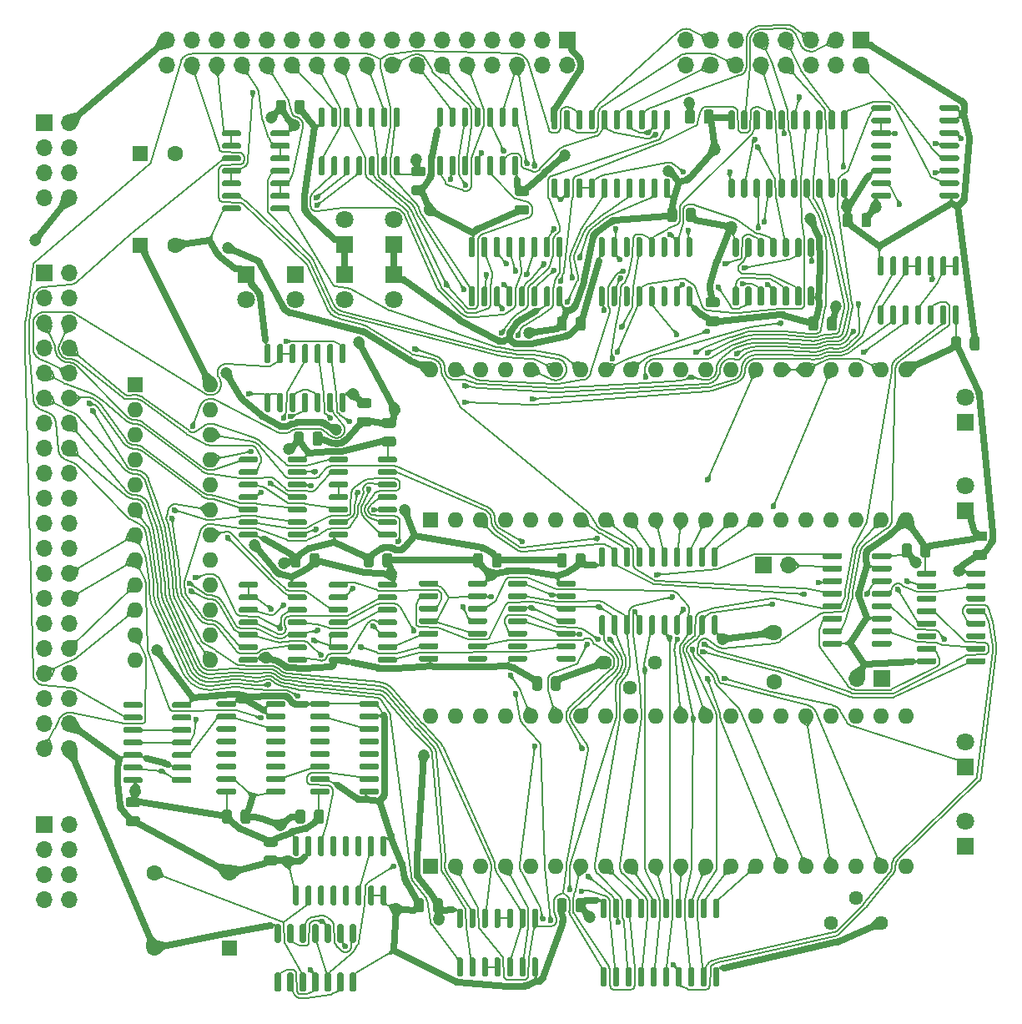
<source format=gbr>
%TF.GenerationSoftware,KiCad,Pcbnew,(5.1.9)-1*%
%TF.CreationDate,2021-06-05T00:45:16-04:00*%
%TF.ProjectId,main,6d61696e-2e6b-4696-9361-645f70636258,rev?*%
%TF.SameCoordinates,Original*%
%TF.FileFunction,Copper,L1,Top*%
%TF.FilePolarity,Positive*%
%FSLAX46Y46*%
G04 Gerber Fmt 4.6, Leading zero omitted, Abs format (unit mm)*
G04 Created by KiCad (PCBNEW (5.1.9)-1) date 2021-06-05 00:45:16*
%MOMM*%
%LPD*%
G01*
G04 APERTURE LIST*
%TA.AperFunction,ComponentPad*%
%ADD10C,1.600000*%
%TD*%
%TA.AperFunction,ComponentPad*%
%ADD11C,1.800000*%
%TD*%
%TA.AperFunction,ComponentPad*%
%ADD12R,1.800000X1.800000*%
%TD*%
%TA.AperFunction,ComponentPad*%
%ADD13C,1.440000*%
%TD*%
%TA.AperFunction,ComponentPad*%
%ADD14O,1.700000X1.700000*%
%TD*%
%TA.AperFunction,ComponentPad*%
%ADD15R,1.700000X1.700000*%
%TD*%
%TA.AperFunction,ComponentPad*%
%ADD16R,1.600000X1.600000*%
%TD*%
%TA.AperFunction,ComponentPad*%
%ADD17O,1.600000X1.600000*%
%TD*%
%TA.AperFunction,ViaPad*%
%ADD18C,1.200000*%
%TD*%
%TA.AperFunction,ViaPad*%
%ADD19C,0.600000*%
%TD*%
%TA.AperFunction,Conductor*%
%ADD20C,0.700000*%
%TD*%
%TA.AperFunction,Conductor*%
%ADD21C,0.200000*%
%TD*%
G04 APERTURE END LIST*
D10*
%TO.P,C44,2*%
%TO.N,GND*%
X96600000Y-82300000D03*
%TO.P,C44,1*%
%TO.N,Net-(C12-Pad2)*%
X96600000Y-87300000D03*
%TD*%
%TO.P,C43,2*%
%TO.N,GND*%
%TA.AperFunction,SMDPad,CuDef*%
G36*
G01*
X101950000Y-51475000D02*
X101950000Y-50525000D01*
G75*
G02*
X102200000Y-50275000I250000J0D01*
G01*
X102700000Y-50275000D01*
G75*
G02*
X102950000Y-50525000I0J-250000D01*
G01*
X102950000Y-51475000D01*
G75*
G02*
X102700000Y-51725000I-250000J0D01*
G01*
X102200000Y-51725000D01*
G75*
G02*
X101950000Y-51475000I0J250000D01*
G01*
G37*
%TD.AperFunction*%
%TO.P,C43,1*%
%TO.N,+5V*%
%TA.AperFunction,SMDPad,CuDef*%
G36*
G01*
X100050000Y-51475000D02*
X100050000Y-50525000D01*
G75*
G02*
X100300000Y-50275000I250000J0D01*
G01*
X100800000Y-50275000D01*
G75*
G02*
X101050000Y-50525000I0J-250000D01*
G01*
X101050000Y-51475000D01*
G75*
G02*
X100800000Y-51725000I-250000J0D01*
G01*
X100300000Y-51725000D01*
G75*
G02*
X100050000Y-51475000I0J250000D01*
G01*
G37*
%TD.AperFunction*%
%TD*%
%TO.P,C41,2*%
%TO.N,GND*%
%TA.AperFunction,SMDPad,CuDef*%
G36*
G01*
X87639900Y-40427400D02*
X87639900Y-39477400D01*
G75*
G02*
X87889900Y-39227400I250000J0D01*
G01*
X88389900Y-39227400D01*
G75*
G02*
X88639900Y-39477400I0J-250000D01*
G01*
X88639900Y-40427400D01*
G75*
G02*
X88389900Y-40677400I-250000J0D01*
G01*
X87889900Y-40677400D01*
G75*
G02*
X87639900Y-40427400I0J250000D01*
G01*
G37*
%TD.AperFunction*%
%TO.P,C41,1*%
%TO.N,+5V*%
%TA.AperFunction,SMDPad,CuDef*%
G36*
G01*
X85739900Y-40427400D02*
X85739900Y-39477400D01*
G75*
G02*
X85989900Y-39227400I250000J0D01*
G01*
X86489900Y-39227400D01*
G75*
G02*
X86739900Y-39477400I0J-250000D01*
G01*
X86739900Y-40427400D01*
G75*
G02*
X86489900Y-40677400I-250000J0D01*
G01*
X85989900Y-40677400D01*
G75*
G02*
X85739900Y-40427400I0J250000D01*
G01*
G37*
%TD.AperFunction*%
%TD*%
%TO.P,C39,2*%
%TO.N,GND*%
%TA.AperFunction,SMDPad,CuDef*%
G36*
G01*
X47950000Y-29475000D02*
X47950000Y-28525000D01*
G75*
G02*
X48200000Y-28275000I250000J0D01*
G01*
X48700000Y-28275000D01*
G75*
G02*
X48950000Y-28525000I0J-250000D01*
G01*
X48950000Y-29475000D01*
G75*
G02*
X48700000Y-29725000I-250000J0D01*
G01*
X48200000Y-29725000D01*
G75*
G02*
X47950000Y-29475000I0J250000D01*
G01*
G37*
%TD.AperFunction*%
%TO.P,C39,1*%
%TO.N,+5V*%
%TA.AperFunction,SMDPad,CuDef*%
G36*
G01*
X46050000Y-29475000D02*
X46050000Y-28525000D01*
G75*
G02*
X46300000Y-28275000I250000J0D01*
G01*
X46800000Y-28275000D01*
G75*
G02*
X47050000Y-28525000I0J-250000D01*
G01*
X47050000Y-29475000D01*
G75*
G02*
X46800000Y-29725000I-250000J0D01*
G01*
X46300000Y-29725000D01*
G75*
G02*
X46050000Y-29475000I0J250000D01*
G01*
G37*
%TD.AperFunction*%
%TD*%
%TO.P,C38,2*%
%TO.N,GND*%
%TA.AperFunction,SMDPad,CuDef*%
G36*
G01*
X60025000Y-36950000D02*
X60975000Y-36950000D01*
G75*
G02*
X61225000Y-37200000I0J-250000D01*
G01*
X61225000Y-37700000D01*
G75*
G02*
X60975000Y-37950000I-250000J0D01*
G01*
X60025000Y-37950000D01*
G75*
G02*
X59775000Y-37700000I0J250000D01*
G01*
X59775000Y-37200000D01*
G75*
G02*
X60025000Y-36950000I250000J0D01*
G01*
G37*
%TD.AperFunction*%
%TO.P,C38,1*%
%TO.N,+5V*%
%TA.AperFunction,SMDPad,CuDef*%
G36*
G01*
X60025000Y-35050000D02*
X60975000Y-35050000D01*
G75*
G02*
X61225000Y-35300000I0J-250000D01*
G01*
X61225000Y-35800000D01*
G75*
G02*
X60975000Y-36050000I-250000J0D01*
G01*
X60025000Y-36050000D01*
G75*
G02*
X59775000Y-35800000I0J250000D01*
G01*
X59775000Y-35300000D01*
G75*
G02*
X60025000Y-35050000I250000J0D01*
G01*
G37*
%TD.AperFunction*%
%TD*%
%TO.P,C37,2*%
%TO.N,GND*%
%TA.AperFunction,SMDPad,CuDef*%
G36*
G01*
X88550000Y-29525000D02*
X88550000Y-30475000D01*
G75*
G02*
X88300000Y-30725000I-250000J0D01*
G01*
X87800000Y-30725000D01*
G75*
G02*
X87550000Y-30475000I0J250000D01*
G01*
X87550000Y-29525000D01*
G75*
G02*
X87800000Y-29275000I250000J0D01*
G01*
X88300000Y-29275000D01*
G75*
G02*
X88550000Y-29525000I0J-250000D01*
G01*
G37*
%TD.AperFunction*%
%TO.P,C37,1*%
%TO.N,+5V*%
%TA.AperFunction,SMDPad,CuDef*%
G36*
G01*
X90450000Y-29525000D02*
X90450000Y-30475000D01*
G75*
G02*
X90200000Y-30725000I-250000J0D01*
G01*
X89700000Y-30725000D01*
G75*
G02*
X89450000Y-30475000I0J250000D01*
G01*
X89450000Y-29525000D01*
G75*
G02*
X89700000Y-29275000I250000J0D01*
G01*
X90200000Y-29275000D01*
G75*
G02*
X90450000Y-29525000I0J-250000D01*
G01*
G37*
%TD.AperFunction*%
%TD*%
%TO.P,C36,2*%
%TO.N,GND*%
%TA.AperFunction,SMDPad,CuDef*%
G36*
G01*
X70525000Y-38950000D02*
X71475000Y-38950000D01*
G75*
G02*
X71725000Y-39200000I0J-250000D01*
G01*
X71725000Y-39700000D01*
G75*
G02*
X71475000Y-39950000I-250000J0D01*
G01*
X70525000Y-39950000D01*
G75*
G02*
X70275000Y-39700000I0J250000D01*
G01*
X70275000Y-39200000D01*
G75*
G02*
X70525000Y-38950000I250000J0D01*
G01*
G37*
%TD.AperFunction*%
%TO.P,C36,1*%
%TO.N,+5V*%
%TA.AperFunction,SMDPad,CuDef*%
G36*
G01*
X70525000Y-37050000D02*
X71475000Y-37050000D01*
G75*
G02*
X71725000Y-37300000I0J-250000D01*
G01*
X71725000Y-37800000D01*
G75*
G02*
X71475000Y-38050000I-250000J0D01*
G01*
X70525000Y-38050000D01*
G75*
G02*
X70275000Y-37800000I0J250000D01*
G01*
X70275000Y-37300000D01*
G75*
G02*
X70525000Y-37050000I250000J0D01*
G01*
G37*
%TD.AperFunction*%
%TD*%
%TO.P,C35,2*%
%TO.N,GND*%
%TA.AperFunction,SMDPad,CuDef*%
G36*
G01*
X104550000Y-40025000D02*
X104550000Y-40975000D01*
G75*
G02*
X104300000Y-41225000I-250000J0D01*
G01*
X103800000Y-41225000D01*
G75*
G02*
X103550000Y-40975000I0J250000D01*
G01*
X103550000Y-40025000D01*
G75*
G02*
X103800000Y-39775000I250000J0D01*
G01*
X104300000Y-39775000D01*
G75*
G02*
X104550000Y-40025000I0J-250000D01*
G01*
G37*
%TD.AperFunction*%
%TO.P,C35,1*%
%TO.N,+5V*%
%TA.AperFunction,SMDPad,CuDef*%
G36*
G01*
X106450000Y-40025000D02*
X106450000Y-40975000D01*
G75*
G02*
X106200000Y-41225000I-250000J0D01*
G01*
X105700000Y-41225000D01*
G75*
G02*
X105450000Y-40975000I0J250000D01*
G01*
X105450000Y-40025000D01*
G75*
G02*
X105700000Y-39775000I250000J0D01*
G01*
X106200000Y-39775000D01*
G75*
G02*
X106450000Y-40025000I0J-250000D01*
G01*
G37*
%TD.AperFunction*%
%TD*%
%TO.P,C34,2*%
%TO.N,GND*%
%TA.AperFunction,SMDPad,CuDef*%
G36*
G01*
X90818400Y-49329900D02*
X89868400Y-49329900D01*
G75*
G02*
X89618400Y-49079900I0J250000D01*
G01*
X89618400Y-48579900D01*
G75*
G02*
X89868400Y-48329900I250000J0D01*
G01*
X90818400Y-48329900D01*
G75*
G02*
X91068400Y-48579900I0J-250000D01*
G01*
X91068400Y-49079900D01*
G75*
G02*
X90818400Y-49329900I-250000J0D01*
G01*
G37*
%TD.AperFunction*%
%TO.P,C34,1*%
%TO.N,+5V*%
%TA.AperFunction,SMDPad,CuDef*%
G36*
G01*
X90818400Y-51229900D02*
X89868400Y-51229900D01*
G75*
G02*
X89618400Y-50979900I0J250000D01*
G01*
X89618400Y-50479900D01*
G75*
G02*
X89868400Y-50229900I250000J0D01*
G01*
X90818400Y-50229900D01*
G75*
G02*
X91068400Y-50479900I0J-250000D01*
G01*
X91068400Y-50979900D01*
G75*
G02*
X90818400Y-51229900I-250000J0D01*
G01*
G37*
%TD.AperFunction*%
%TD*%
%TO.P,U30,14*%
%TO.N,+5V*%
%TA.AperFunction,SMDPad,CuDef*%
G36*
G01*
X64840000Y-112292000D02*
X64540000Y-112292000D01*
G75*
G02*
X64390000Y-112142000I0J150000D01*
G01*
X64390000Y-110492000D01*
G75*
G02*
X64540000Y-110342000I150000J0D01*
G01*
X64840000Y-110342000D01*
G75*
G02*
X64990000Y-110492000I0J-150000D01*
G01*
X64990000Y-112142000D01*
G75*
G02*
X64840000Y-112292000I-150000J0D01*
G01*
G37*
%TD.AperFunction*%
%TO.P,U30,13*%
%TO.N,~F_WRITE~*%
%TA.AperFunction,SMDPad,CuDef*%
G36*
G01*
X66110000Y-112292000D02*
X65810000Y-112292000D01*
G75*
G02*
X65660000Y-112142000I0J150000D01*
G01*
X65660000Y-110492000D01*
G75*
G02*
X65810000Y-110342000I150000J0D01*
G01*
X66110000Y-110342000D01*
G75*
G02*
X66260000Y-110492000I0J-150000D01*
G01*
X66260000Y-112142000D01*
G75*
G02*
X66110000Y-112292000I-150000J0D01*
G01*
G37*
%TD.AperFunction*%
%TO.P,U30,12*%
%TO.N,~F_OUT~*%
%TA.AperFunction,SMDPad,CuDef*%
G36*
G01*
X67380000Y-112292000D02*
X67080000Y-112292000D01*
G75*
G02*
X66930000Y-112142000I0J150000D01*
G01*
X66930000Y-110492000D01*
G75*
G02*
X67080000Y-110342000I150000J0D01*
G01*
X67380000Y-110342000D01*
G75*
G02*
X67530000Y-110492000I0J-150000D01*
G01*
X67530000Y-112142000D01*
G75*
G02*
X67380000Y-112292000I-150000J0D01*
G01*
G37*
%TD.AperFunction*%
%TO.P,U30,11*%
%TO.N,Net-(U30-Pad10)*%
%TA.AperFunction,SMDPad,CuDef*%
G36*
G01*
X68650000Y-112292000D02*
X68350000Y-112292000D01*
G75*
G02*
X68200000Y-112142000I0J150000D01*
G01*
X68200000Y-110492000D01*
G75*
G02*
X68350000Y-110342000I150000J0D01*
G01*
X68650000Y-110342000D01*
G75*
G02*
X68800000Y-110492000I0J-150000D01*
G01*
X68800000Y-112142000D01*
G75*
G02*
X68650000Y-112292000I-150000J0D01*
G01*
G37*
%TD.AperFunction*%
%TO.P,U30,10*%
%TA.AperFunction,SMDPad,CuDef*%
G36*
G01*
X69920000Y-112292000D02*
X69620000Y-112292000D01*
G75*
G02*
X69470000Y-112142000I0J150000D01*
G01*
X69470000Y-110492000D01*
G75*
G02*
X69620000Y-110342000I150000J0D01*
G01*
X69920000Y-110342000D01*
G75*
G02*
X70070000Y-110492000I0J-150000D01*
G01*
X70070000Y-112142000D01*
G75*
G02*
X69920000Y-112292000I-150000J0D01*
G01*
G37*
%TD.AperFunction*%
%TO.P,U30,9*%
%TO.N,FLOP*%
%TA.AperFunction,SMDPad,CuDef*%
G36*
G01*
X71190000Y-112292000D02*
X70890000Y-112292000D01*
G75*
G02*
X70740000Y-112142000I0J150000D01*
G01*
X70740000Y-110492000D01*
G75*
G02*
X70890000Y-110342000I150000J0D01*
G01*
X71190000Y-110342000D01*
G75*
G02*
X71340000Y-110492000I0J-150000D01*
G01*
X71340000Y-112142000D01*
G75*
G02*
X71190000Y-112292000I-150000J0D01*
G01*
G37*
%TD.AperFunction*%
%TO.P,U30,8*%
%TO.N,Net-(U16-Pad2)*%
%TA.AperFunction,SMDPad,CuDef*%
G36*
G01*
X72460000Y-112292000D02*
X72160000Y-112292000D01*
G75*
G02*
X72010000Y-112142000I0J150000D01*
G01*
X72010000Y-110492000D01*
G75*
G02*
X72160000Y-110342000I150000J0D01*
G01*
X72460000Y-110342000D01*
G75*
G02*
X72610000Y-110492000I0J-150000D01*
G01*
X72610000Y-112142000D01*
G75*
G02*
X72460000Y-112292000I-150000J0D01*
G01*
G37*
%TD.AperFunction*%
%TO.P,U30,7*%
%TO.N,GND*%
%TA.AperFunction,SMDPad,CuDef*%
G36*
G01*
X72460000Y-117242000D02*
X72160000Y-117242000D01*
G75*
G02*
X72010000Y-117092000I0J150000D01*
G01*
X72010000Y-115442000D01*
G75*
G02*
X72160000Y-115292000I150000J0D01*
G01*
X72460000Y-115292000D01*
G75*
G02*
X72610000Y-115442000I0J-150000D01*
G01*
X72610000Y-117092000D01*
G75*
G02*
X72460000Y-117242000I-150000J0D01*
G01*
G37*
%TD.AperFunction*%
%TO.P,U30,6*%
%TO.N,Net-(U16-Pad4)*%
%TA.AperFunction,SMDPad,CuDef*%
G36*
G01*
X71190000Y-117242000D02*
X70890000Y-117242000D01*
G75*
G02*
X70740000Y-117092000I0J150000D01*
G01*
X70740000Y-115442000D01*
G75*
G02*
X70890000Y-115292000I150000J0D01*
G01*
X71190000Y-115292000D01*
G75*
G02*
X71340000Y-115442000I0J-150000D01*
G01*
X71340000Y-117092000D01*
G75*
G02*
X71190000Y-117242000I-150000J0D01*
G01*
G37*
%TD.AperFunction*%
%TO.P,U30,5*%
%TO.N,FLOP*%
%TA.AperFunction,SMDPad,CuDef*%
G36*
G01*
X69920000Y-117242000D02*
X69620000Y-117242000D01*
G75*
G02*
X69470000Y-117092000I0J150000D01*
G01*
X69470000Y-115442000D01*
G75*
G02*
X69620000Y-115292000I150000J0D01*
G01*
X69920000Y-115292000D01*
G75*
G02*
X70070000Y-115442000I0J-150000D01*
G01*
X70070000Y-117092000D01*
G75*
G02*
X69920000Y-117242000I-150000J0D01*
G01*
G37*
%TD.AperFunction*%
%TO.P,U30,4*%
%TO.N,Net-(U30-Pad3)*%
%TA.AperFunction,SMDPad,CuDef*%
G36*
G01*
X68650000Y-117242000D02*
X68350000Y-117242000D01*
G75*
G02*
X68200000Y-117092000I0J150000D01*
G01*
X68200000Y-115442000D01*
G75*
G02*
X68350000Y-115292000I150000J0D01*
G01*
X68650000Y-115292000D01*
G75*
G02*
X68800000Y-115442000I0J-150000D01*
G01*
X68800000Y-117092000D01*
G75*
G02*
X68650000Y-117242000I-150000J0D01*
G01*
G37*
%TD.AperFunction*%
%TO.P,U30,3*%
%TA.AperFunction,SMDPad,CuDef*%
G36*
G01*
X67380000Y-117242000D02*
X67080000Y-117242000D01*
G75*
G02*
X66930000Y-117092000I0J150000D01*
G01*
X66930000Y-115442000D01*
G75*
G02*
X67080000Y-115292000I150000J0D01*
G01*
X67380000Y-115292000D01*
G75*
G02*
X67530000Y-115442000I0J-150000D01*
G01*
X67530000Y-117092000D01*
G75*
G02*
X67380000Y-117242000I-150000J0D01*
G01*
G37*
%TD.AperFunction*%
%TO.P,U30,2*%
%TO.N,~F_READ~*%
%TA.AperFunction,SMDPad,CuDef*%
G36*
G01*
X66110000Y-117242000D02*
X65810000Y-117242000D01*
G75*
G02*
X65660000Y-117092000I0J150000D01*
G01*
X65660000Y-115442000D01*
G75*
G02*
X65810000Y-115292000I150000J0D01*
G01*
X66110000Y-115292000D01*
G75*
G02*
X66260000Y-115442000I0J-150000D01*
G01*
X66260000Y-117092000D01*
G75*
G02*
X66110000Y-117242000I-150000J0D01*
G01*
G37*
%TD.AperFunction*%
%TO.P,U30,1*%
%TO.N,~F_IN~*%
%TA.AperFunction,SMDPad,CuDef*%
G36*
G01*
X64840000Y-117242000D02*
X64540000Y-117242000D01*
G75*
G02*
X64390000Y-117092000I0J150000D01*
G01*
X64390000Y-115442000D01*
G75*
G02*
X64540000Y-115292000I150000J0D01*
G01*
X64840000Y-115292000D01*
G75*
G02*
X64990000Y-115442000I0J-150000D01*
G01*
X64990000Y-117092000D01*
G75*
G02*
X64840000Y-117242000I-150000J0D01*
G01*
G37*
%TD.AperFunction*%
%TD*%
%TO.P,U26,14*%
%TO.N,+5V*%
%TA.AperFunction,SMDPad,CuDef*%
G36*
G01*
X100180000Y-47220000D02*
X100480000Y-47220000D01*
G75*
G02*
X100630000Y-47370000I0J-150000D01*
G01*
X100630000Y-49020000D01*
G75*
G02*
X100480000Y-49170000I-150000J0D01*
G01*
X100180000Y-49170000D01*
G75*
G02*
X100030000Y-49020000I0J150000D01*
G01*
X100030000Y-47370000D01*
G75*
G02*
X100180000Y-47220000I150000J0D01*
G01*
G37*
%TD.AperFunction*%
%TO.P,U26,13*%
%TO.N,Net-(U26-Pad13)*%
%TA.AperFunction,SMDPad,CuDef*%
G36*
G01*
X98910000Y-47220000D02*
X99210000Y-47220000D01*
G75*
G02*
X99360000Y-47370000I0J-150000D01*
G01*
X99360000Y-49020000D01*
G75*
G02*
X99210000Y-49170000I-150000J0D01*
G01*
X98910000Y-49170000D01*
G75*
G02*
X98760000Y-49020000I0J150000D01*
G01*
X98760000Y-47370000D01*
G75*
G02*
X98910000Y-47220000I150000J0D01*
G01*
G37*
%TD.AperFunction*%
%TO.P,U26,12*%
%TO.N,Net-(U26-Pad12)*%
%TA.AperFunction,SMDPad,CuDef*%
G36*
G01*
X97640000Y-47220000D02*
X97940000Y-47220000D01*
G75*
G02*
X98090000Y-47370000I0J-150000D01*
G01*
X98090000Y-49020000D01*
G75*
G02*
X97940000Y-49170000I-150000J0D01*
G01*
X97640000Y-49170000D01*
G75*
G02*
X97490000Y-49020000I0J150000D01*
G01*
X97490000Y-47370000D01*
G75*
G02*
X97640000Y-47220000I150000J0D01*
G01*
G37*
%TD.AperFunction*%
%TO.P,U26,11*%
%TO.N,Net-(U16-Pad32)*%
%TA.AperFunction,SMDPad,CuDef*%
G36*
G01*
X96370000Y-47220000D02*
X96670000Y-47220000D01*
G75*
G02*
X96820000Y-47370000I0J-150000D01*
G01*
X96820000Y-49020000D01*
G75*
G02*
X96670000Y-49170000I-150000J0D01*
G01*
X96370000Y-49170000D01*
G75*
G02*
X96220000Y-49020000I0J150000D01*
G01*
X96220000Y-47370000D01*
G75*
G02*
X96370000Y-47220000I150000J0D01*
G01*
G37*
%TD.AperFunction*%
%TO.P,U26,10*%
%TO.N,D3*%
%TA.AperFunction,SMDPad,CuDef*%
G36*
G01*
X95100000Y-47220000D02*
X95400000Y-47220000D01*
G75*
G02*
X95550000Y-47370000I0J-150000D01*
G01*
X95550000Y-49020000D01*
G75*
G02*
X95400000Y-49170000I-150000J0D01*
G01*
X95100000Y-49170000D01*
G75*
G02*
X94950000Y-49020000I0J150000D01*
G01*
X94950000Y-47370000D01*
G75*
G02*
X95100000Y-47220000I150000J0D01*
G01*
G37*
%TD.AperFunction*%
%TO.P,U26,9*%
%TO.N,D2*%
%TA.AperFunction,SMDPad,CuDef*%
G36*
G01*
X93830000Y-47220000D02*
X94130000Y-47220000D01*
G75*
G02*
X94280000Y-47370000I0J-150000D01*
G01*
X94280000Y-49020000D01*
G75*
G02*
X94130000Y-49170000I-150000J0D01*
G01*
X93830000Y-49170000D01*
G75*
G02*
X93680000Y-49020000I0J150000D01*
G01*
X93680000Y-47370000D01*
G75*
G02*
X93830000Y-47220000I150000J0D01*
G01*
G37*
%TD.AperFunction*%
%TO.P,U26,8*%
%TO.N,Net-(U26-Pad12)*%
%TA.AperFunction,SMDPad,CuDef*%
G36*
G01*
X92560000Y-47220000D02*
X92860000Y-47220000D01*
G75*
G02*
X93010000Y-47370000I0J-150000D01*
G01*
X93010000Y-49020000D01*
G75*
G02*
X92860000Y-49170000I-150000J0D01*
G01*
X92560000Y-49170000D01*
G75*
G02*
X92410000Y-49020000I0J150000D01*
G01*
X92410000Y-47370000D01*
G75*
G02*
X92560000Y-47220000I150000J0D01*
G01*
G37*
%TD.AperFunction*%
%TO.P,U26,7*%
%TO.N,GND*%
%TA.AperFunction,SMDPad,CuDef*%
G36*
G01*
X92560000Y-42270000D02*
X92860000Y-42270000D01*
G75*
G02*
X93010000Y-42420000I0J-150000D01*
G01*
X93010000Y-44070000D01*
G75*
G02*
X92860000Y-44220000I-150000J0D01*
G01*
X92560000Y-44220000D01*
G75*
G02*
X92410000Y-44070000I0J150000D01*
G01*
X92410000Y-42420000D01*
G75*
G02*
X92560000Y-42270000I150000J0D01*
G01*
G37*
%TD.AperFunction*%
%TO.P,U26,6*%
%TO.N,Net-(U26-Pad13)*%
%TA.AperFunction,SMDPad,CuDef*%
G36*
G01*
X93830000Y-42270000D02*
X94130000Y-42270000D01*
G75*
G02*
X94280000Y-42420000I0J-150000D01*
G01*
X94280000Y-44070000D01*
G75*
G02*
X94130000Y-44220000I-150000J0D01*
G01*
X93830000Y-44220000D01*
G75*
G02*
X93680000Y-44070000I0J150000D01*
G01*
X93680000Y-42420000D01*
G75*
G02*
X93830000Y-42270000I150000J0D01*
G01*
G37*
%TD.AperFunction*%
%TO.P,U26,5*%
%TO.N,D1*%
%TA.AperFunction,SMDPad,CuDef*%
G36*
G01*
X95100000Y-42270000D02*
X95400000Y-42270000D01*
G75*
G02*
X95550000Y-42420000I0J-150000D01*
G01*
X95550000Y-44070000D01*
G75*
G02*
X95400000Y-44220000I-150000J0D01*
G01*
X95100000Y-44220000D01*
G75*
G02*
X94950000Y-44070000I0J150000D01*
G01*
X94950000Y-42420000D01*
G75*
G02*
X95100000Y-42270000I150000J0D01*
G01*
G37*
%TD.AperFunction*%
%TO.P,U26,4*%
%TO.N,D0*%
%TA.AperFunction,SMDPad,CuDef*%
G36*
G01*
X96370000Y-42270000D02*
X96670000Y-42270000D01*
G75*
G02*
X96820000Y-42420000I0J-150000D01*
G01*
X96820000Y-44070000D01*
G75*
G02*
X96670000Y-44220000I-150000J0D01*
G01*
X96370000Y-44220000D01*
G75*
G02*
X96220000Y-44070000I0J150000D01*
G01*
X96220000Y-42420000D01*
G75*
G02*
X96370000Y-42270000I150000J0D01*
G01*
G37*
%TD.AperFunction*%
%TO.P,U26,3*%
%TO.N,INTFLOP*%
%TA.AperFunction,SMDPad,CuDef*%
G36*
G01*
X97640000Y-42270000D02*
X97940000Y-42270000D01*
G75*
G02*
X98090000Y-42420000I0J-150000D01*
G01*
X98090000Y-44070000D01*
G75*
G02*
X97940000Y-44220000I-150000J0D01*
G01*
X97640000Y-44220000D01*
G75*
G02*
X97490000Y-44070000I0J150000D01*
G01*
X97490000Y-42420000D01*
G75*
G02*
X97640000Y-42270000I150000J0D01*
G01*
G37*
%TD.AperFunction*%
%TO.P,U26,2*%
%TO.N,Net-(R3-Pad2)*%
%TA.AperFunction,SMDPad,CuDef*%
G36*
G01*
X98910000Y-42270000D02*
X99210000Y-42270000D01*
G75*
G02*
X99360000Y-42420000I0J-150000D01*
G01*
X99360000Y-44070000D01*
G75*
G02*
X99210000Y-44220000I-150000J0D01*
G01*
X98910000Y-44220000D01*
G75*
G02*
X98760000Y-44070000I0J150000D01*
G01*
X98760000Y-42420000D01*
G75*
G02*
X98910000Y-42270000I150000J0D01*
G01*
G37*
%TD.AperFunction*%
%TO.P,U26,1*%
%TO.N,Net-(R8-Pad2)*%
%TA.AperFunction,SMDPad,CuDef*%
G36*
G01*
X100180000Y-42270000D02*
X100480000Y-42270000D01*
G75*
G02*
X100630000Y-42420000I0J-150000D01*
G01*
X100630000Y-44070000D01*
G75*
G02*
X100480000Y-44220000I-150000J0D01*
G01*
X100180000Y-44220000D01*
G75*
G02*
X100030000Y-44070000I0J150000D01*
G01*
X100030000Y-42420000D01*
G75*
G02*
X100180000Y-42270000I150000J0D01*
G01*
G37*
%TD.AperFunction*%
%TD*%
%TO.P,U25,14*%
%TO.N,+5V*%
%TA.AperFunction,SMDPad,CuDef*%
G36*
G01*
X114888000Y-49108000D02*
X115188000Y-49108000D01*
G75*
G02*
X115338000Y-49258000I0J-150000D01*
G01*
X115338000Y-50908000D01*
G75*
G02*
X115188000Y-51058000I-150000J0D01*
G01*
X114888000Y-51058000D01*
G75*
G02*
X114738000Y-50908000I0J150000D01*
G01*
X114738000Y-49258000D01*
G75*
G02*
X114888000Y-49108000I150000J0D01*
G01*
G37*
%TD.AperFunction*%
%TO.P,U25,13*%
%TO.N,M1PRE*%
%TA.AperFunction,SMDPad,CuDef*%
G36*
G01*
X113618000Y-49108000D02*
X113918000Y-49108000D01*
G75*
G02*
X114068000Y-49258000I0J-150000D01*
G01*
X114068000Y-50908000D01*
G75*
G02*
X113918000Y-51058000I-150000J0D01*
G01*
X113618000Y-51058000D01*
G75*
G02*
X113468000Y-50908000I0J150000D01*
G01*
X113468000Y-49258000D01*
G75*
G02*
X113618000Y-49108000I150000J0D01*
G01*
G37*
%TD.AperFunction*%
%TO.P,U25,12*%
%TO.N,Net-(U25-Pad12)*%
%TA.AperFunction,SMDPad,CuDef*%
G36*
G01*
X112348000Y-49108000D02*
X112648000Y-49108000D01*
G75*
G02*
X112798000Y-49258000I0J-150000D01*
G01*
X112798000Y-50908000D01*
G75*
G02*
X112648000Y-51058000I-150000J0D01*
G01*
X112348000Y-51058000D01*
G75*
G02*
X112198000Y-50908000I0J150000D01*
G01*
X112198000Y-49258000D01*
G75*
G02*
X112348000Y-49108000I150000J0D01*
G01*
G37*
%TD.AperFunction*%
%TO.P,U25,11*%
%TO.N,Net-(U25-Pad1)*%
%TA.AperFunction,SMDPad,CuDef*%
G36*
G01*
X111078000Y-49108000D02*
X111378000Y-49108000D01*
G75*
G02*
X111528000Y-49258000I0J-150000D01*
G01*
X111528000Y-50908000D01*
G75*
G02*
X111378000Y-51058000I-150000J0D01*
G01*
X111078000Y-51058000D01*
G75*
G02*
X110928000Y-50908000I0J150000D01*
G01*
X110928000Y-49258000D01*
G75*
G02*
X111078000Y-49108000I150000J0D01*
G01*
G37*
%TD.AperFunction*%
%TO.P,U25,10*%
%TO.N,F_D7*%
%TA.AperFunction,SMDPad,CuDef*%
G36*
G01*
X109808000Y-49108000D02*
X110108000Y-49108000D01*
G75*
G02*
X110258000Y-49258000I0J-150000D01*
G01*
X110258000Y-50908000D01*
G75*
G02*
X110108000Y-51058000I-150000J0D01*
G01*
X109808000Y-51058000D01*
G75*
G02*
X109658000Y-50908000I0J150000D01*
G01*
X109658000Y-49258000D01*
G75*
G02*
X109808000Y-49108000I150000J0D01*
G01*
G37*
%TD.AperFunction*%
%TO.P,U25,9*%
%TO.N,58SEL*%
%TA.AperFunction,SMDPad,CuDef*%
G36*
G01*
X108538000Y-49108000D02*
X108838000Y-49108000D01*
G75*
G02*
X108988000Y-49258000I0J-150000D01*
G01*
X108988000Y-50908000D01*
G75*
G02*
X108838000Y-51058000I-150000J0D01*
G01*
X108538000Y-51058000D01*
G75*
G02*
X108388000Y-50908000I0J150000D01*
G01*
X108388000Y-49258000D01*
G75*
G02*
X108538000Y-49108000I150000J0D01*
G01*
G37*
%TD.AperFunction*%
%TO.P,U25,8*%
%TO.N,Net-(U25-Pad4)*%
%TA.AperFunction,SMDPad,CuDef*%
G36*
G01*
X107268000Y-49108000D02*
X107568000Y-49108000D01*
G75*
G02*
X107718000Y-49258000I0J-150000D01*
G01*
X107718000Y-50908000D01*
G75*
G02*
X107568000Y-51058000I-150000J0D01*
G01*
X107268000Y-51058000D01*
G75*
G02*
X107118000Y-50908000I0J150000D01*
G01*
X107118000Y-49258000D01*
G75*
G02*
X107268000Y-49108000I150000J0D01*
G01*
G37*
%TD.AperFunction*%
%TO.P,U25,7*%
%TO.N,GND*%
%TA.AperFunction,SMDPad,CuDef*%
G36*
G01*
X107268000Y-44158000D02*
X107568000Y-44158000D01*
G75*
G02*
X107718000Y-44308000I0J-150000D01*
G01*
X107718000Y-45958000D01*
G75*
G02*
X107568000Y-46108000I-150000J0D01*
G01*
X107268000Y-46108000D01*
G75*
G02*
X107118000Y-45958000I0J150000D01*
G01*
X107118000Y-44308000D01*
G75*
G02*
X107268000Y-44158000I150000J0D01*
G01*
G37*
%TD.AperFunction*%
%TO.P,U25,6*%
%TO.N,Net-(U21-Pad11)*%
%TA.AperFunction,SMDPad,CuDef*%
G36*
G01*
X108538000Y-44158000D02*
X108838000Y-44158000D01*
G75*
G02*
X108988000Y-44308000I0J-150000D01*
G01*
X108988000Y-45958000D01*
G75*
G02*
X108838000Y-46108000I-150000J0D01*
G01*
X108538000Y-46108000D01*
G75*
G02*
X108388000Y-45958000I0J150000D01*
G01*
X108388000Y-44308000D01*
G75*
G02*
X108538000Y-44158000I150000J0D01*
G01*
G37*
%TD.AperFunction*%
%TO.P,U25,5*%
%TO.N,Net-(U25-Pad4)*%
%TA.AperFunction,SMDPad,CuDef*%
G36*
G01*
X109808000Y-44158000D02*
X110108000Y-44158000D01*
G75*
G02*
X110258000Y-44308000I0J-150000D01*
G01*
X110258000Y-45958000D01*
G75*
G02*
X110108000Y-46108000I-150000J0D01*
G01*
X109808000Y-46108000D01*
G75*
G02*
X109658000Y-45958000I0J150000D01*
G01*
X109658000Y-44308000D01*
G75*
G02*
X109808000Y-44158000I150000J0D01*
G01*
G37*
%TD.AperFunction*%
%TO.P,U25,4*%
%TA.AperFunction,SMDPad,CuDef*%
G36*
G01*
X111078000Y-44158000D02*
X111378000Y-44158000D01*
G75*
G02*
X111528000Y-44308000I0J-150000D01*
G01*
X111528000Y-45958000D01*
G75*
G02*
X111378000Y-46108000I-150000J0D01*
G01*
X111078000Y-46108000D01*
G75*
G02*
X110928000Y-45958000I0J150000D01*
G01*
X110928000Y-44308000D01*
G75*
G02*
X111078000Y-44158000I150000J0D01*
G01*
G37*
%TD.AperFunction*%
%TO.P,U25,3*%
%TO.N,CENP*%
%TA.AperFunction,SMDPad,CuDef*%
G36*
G01*
X112348000Y-44158000D02*
X112648000Y-44158000D01*
G75*
G02*
X112798000Y-44308000I0J-150000D01*
G01*
X112798000Y-45958000D01*
G75*
G02*
X112648000Y-46108000I-150000J0D01*
G01*
X112348000Y-46108000D01*
G75*
G02*
X112198000Y-45958000I0J150000D01*
G01*
X112198000Y-44308000D01*
G75*
G02*
X112348000Y-44158000I150000J0D01*
G01*
G37*
%TD.AperFunction*%
%TO.P,U25,2*%
%TO.N,Net-(U25-Pad1)*%
%TA.AperFunction,SMDPad,CuDef*%
G36*
G01*
X113618000Y-44158000D02*
X113918000Y-44158000D01*
G75*
G02*
X114068000Y-44308000I0J-150000D01*
G01*
X114068000Y-45958000D01*
G75*
G02*
X113918000Y-46108000I-150000J0D01*
G01*
X113618000Y-46108000D01*
G75*
G02*
X113468000Y-45958000I0J150000D01*
G01*
X113468000Y-44308000D01*
G75*
G02*
X113618000Y-44158000I150000J0D01*
G01*
G37*
%TD.AperFunction*%
%TO.P,U25,1*%
%TA.AperFunction,SMDPad,CuDef*%
G36*
G01*
X114888000Y-44158000D02*
X115188000Y-44158000D01*
G75*
G02*
X115338000Y-44308000I0J-150000D01*
G01*
X115338000Y-45958000D01*
G75*
G02*
X115188000Y-46108000I-150000J0D01*
G01*
X114888000Y-46108000D01*
G75*
G02*
X114738000Y-45958000I0J150000D01*
G01*
X114738000Y-44308000D01*
G75*
G02*
X114888000Y-44158000I150000J0D01*
G01*
G37*
%TD.AperFunction*%
%TD*%
%TO.P,U20,14*%
%TO.N,+5V*%
%TA.AperFunction,SMDPad,CuDef*%
G36*
G01*
X56364000Y-64920000D02*
X56364000Y-64620000D01*
G75*
G02*
X56514000Y-64470000I150000J0D01*
G01*
X58164000Y-64470000D01*
G75*
G02*
X58314000Y-64620000I0J-150000D01*
G01*
X58314000Y-64920000D01*
G75*
G02*
X58164000Y-65070000I-150000J0D01*
G01*
X56514000Y-65070000D01*
G75*
G02*
X56364000Y-64920000I0J150000D01*
G01*
G37*
%TD.AperFunction*%
%TO.P,U20,13*%
%TO.N,F_D2*%
%TA.AperFunction,SMDPad,CuDef*%
G36*
G01*
X56364000Y-66190000D02*
X56364000Y-65890000D01*
G75*
G02*
X56514000Y-65740000I150000J0D01*
G01*
X58164000Y-65740000D01*
G75*
G02*
X58314000Y-65890000I0J-150000D01*
G01*
X58314000Y-66190000D01*
G75*
G02*
X58164000Y-66340000I-150000J0D01*
G01*
X56514000Y-66340000D01*
G75*
G02*
X56364000Y-66190000I0J150000D01*
G01*
G37*
%TD.AperFunction*%
%TO.P,U20,12*%
%TO.N,Net-(U12-Pad6)*%
%TA.AperFunction,SMDPad,CuDef*%
G36*
G01*
X56364000Y-67460000D02*
X56364000Y-67160000D01*
G75*
G02*
X56514000Y-67010000I150000J0D01*
G01*
X58164000Y-67010000D01*
G75*
G02*
X58314000Y-67160000I0J-150000D01*
G01*
X58314000Y-67460000D01*
G75*
G02*
X58164000Y-67610000I-150000J0D01*
G01*
X56514000Y-67610000D01*
G75*
G02*
X56364000Y-67460000I0J150000D01*
G01*
G37*
%TD.AperFunction*%
%TO.P,U20,11*%
%TO.N,Net-(U13-Pad2)*%
%TA.AperFunction,SMDPad,CuDef*%
G36*
G01*
X56364000Y-68730000D02*
X56364000Y-68430000D01*
G75*
G02*
X56514000Y-68280000I150000J0D01*
G01*
X58164000Y-68280000D01*
G75*
G02*
X58314000Y-68430000I0J-150000D01*
G01*
X58314000Y-68730000D01*
G75*
G02*
X58164000Y-68880000I-150000J0D01*
G01*
X56514000Y-68880000D01*
G75*
G02*
X56364000Y-68730000I0J150000D01*
G01*
G37*
%TD.AperFunction*%
%TO.P,U20,10*%
%TO.N,Net-(U18-Pad8)*%
%TA.AperFunction,SMDPad,CuDef*%
G36*
G01*
X56364000Y-70000000D02*
X56364000Y-69700000D01*
G75*
G02*
X56514000Y-69550000I150000J0D01*
G01*
X58164000Y-69550000D01*
G75*
G02*
X58314000Y-69700000I0J-150000D01*
G01*
X58314000Y-70000000D01*
G75*
G02*
X58164000Y-70150000I-150000J0D01*
G01*
X56514000Y-70150000D01*
G75*
G02*
X56364000Y-70000000I0J150000D01*
G01*
G37*
%TD.AperFunction*%
%TO.P,U20,9*%
%TO.N,Net-(U18-Pad6)*%
%TA.AperFunction,SMDPad,CuDef*%
G36*
G01*
X56364000Y-71270000D02*
X56364000Y-70970000D01*
G75*
G02*
X56514000Y-70820000I150000J0D01*
G01*
X58164000Y-70820000D01*
G75*
G02*
X58314000Y-70970000I0J-150000D01*
G01*
X58314000Y-71270000D01*
G75*
G02*
X58164000Y-71420000I-150000J0D01*
G01*
X56514000Y-71420000D01*
G75*
G02*
X56364000Y-71270000I0J150000D01*
G01*
G37*
%TD.AperFunction*%
%TO.P,U20,8*%
%TO.N,Net-(U19-Pad3)*%
%TA.AperFunction,SMDPad,CuDef*%
G36*
G01*
X56364000Y-72540000D02*
X56364000Y-72240000D01*
G75*
G02*
X56514000Y-72090000I150000J0D01*
G01*
X58164000Y-72090000D01*
G75*
G02*
X58314000Y-72240000I0J-150000D01*
G01*
X58314000Y-72540000D01*
G75*
G02*
X58164000Y-72690000I-150000J0D01*
G01*
X56514000Y-72690000D01*
G75*
G02*
X56364000Y-72540000I0J150000D01*
G01*
G37*
%TD.AperFunction*%
%TO.P,U20,7*%
%TO.N,GND*%
%TA.AperFunction,SMDPad,CuDef*%
G36*
G01*
X51414000Y-72540000D02*
X51414000Y-72240000D01*
G75*
G02*
X51564000Y-72090000I150000J0D01*
G01*
X53214000Y-72090000D01*
G75*
G02*
X53364000Y-72240000I0J-150000D01*
G01*
X53364000Y-72540000D01*
G75*
G02*
X53214000Y-72690000I-150000J0D01*
G01*
X51564000Y-72690000D01*
G75*
G02*
X51414000Y-72540000I0J150000D01*
G01*
G37*
%TD.AperFunction*%
%TO.P,U20,6*%
%TO.N,Net-(U19-Pad2)*%
%TA.AperFunction,SMDPad,CuDef*%
G36*
G01*
X51414000Y-71270000D02*
X51414000Y-70970000D01*
G75*
G02*
X51564000Y-70820000I150000J0D01*
G01*
X53214000Y-70820000D01*
G75*
G02*
X53364000Y-70970000I0J-150000D01*
G01*
X53364000Y-71270000D01*
G75*
G02*
X53214000Y-71420000I-150000J0D01*
G01*
X51564000Y-71420000D01*
G75*
G02*
X51414000Y-71270000I0J150000D01*
G01*
G37*
%TD.AperFunction*%
%TO.P,U20,5*%
%TO.N,Net-(U18-Pad3)*%
%TA.AperFunction,SMDPad,CuDef*%
G36*
G01*
X51414000Y-70000000D02*
X51414000Y-69700000D01*
G75*
G02*
X51564000Y-69550000I150000J0D01*
G01*
X53214000Y-69550000D01*
G75*
G02*
X53364000Y-69700000I0J-150000D01*
G01*
X53364000Y-70000000D01*
G75*
G02*
X53214000Y-70150000I-150000J0D01*
G01*
X51564000Y-70150000D01*
G75*
G02*
X51414000Y-70000000I0J150000D01*
G01*
G37*
%TD.AperFunction*%
%TO.P,U20,4*%
%TO.N,Net-(U20-Pad3)*%
%TA.AperFunction,SMDPad,CuDef*%
G36*
G01*
X51414000Y-68730000D02*
X51414000Y-68430000D01*
G75*
G02*
X51564000Y-68280000I150000J0D01*
G01*
X53214000Y-68280000D01*
G75*
G02*
X53364000Y-68430000I0J-150000D01*
G01*
X53364000Y-68730000D01*
G75*
G02*
X53214000Y-68880000I-150000J0D01*
G01*
X51564000Y-68880000D01*
G75*
G02*
X51414000Y-68730000I0J150000D01*
G01*
G37*
%TD.AperFunction*%
%TO.P,U20,3*%
%TA.AperFunction,SMDPad,CuDef*%
G36*
G01*
X51414000Y-67460000D02*
X51414000Y-67160000D01*
G75*
G02*
X51564000Y-67010000I150000J0D01*
G01*
X53214000Y-67010000D01*
G75*
G02*
X53364000Y-67160000I0J-150000D01*
G01*
X53364000Y-67460000D01*
G75*
G02*
X53214000Y-67610000I-150000J0D01*
G01*
X51564000Y-67610000D01*
G75*
G02*
X51414000Y-67460000I0J150000D01*
G01*
G37*
%TD.AperFunction*%
%TO.P,U20,2*%
%TO.N,F_A14*%
%TA.AperFunction,SMDPad,CuDef*%
G36*
G01*
X51414000Y-66190000D02*
X51414000Y-65890000D01*
G75*
G02*
X51564000Y-65740000I150000J0D01*
G01*
X53214000Y-65740000D01*
G75*
G02*
X53364000Y-65890000I0J-150000D01*
G01*
X53364000Y-66190000D01*
G75*
G02*
X53214000Y-66340000I-150000J0D01*
G01*
X51564000Y-66340000D01*
G75*
G02*
X51414000Y-66190000I0J150000D01*
G01*
G37*
%TD.AperFunction*%
%TO.P,U20,1*%
%TO.N,F_A15*%
%TA.AperFunction,SMDPad,CuDef*%
G36*
G01*
X51414000Y-64920000D02*
X51414000Y-64620000D01*
G75*
G02*
X51564000Y-64470000I150000J0D01*
G01*
X53214000Y-64470000D01*
G75*
G02*
X53364000Y-64620000I0J-150000D01*
G01*
X53364000Y-64920000D01*
G75*
G02*
X53214000Y-65070000I-150000J0D01*
G01*
X51564000Y-65070000D01*
G75*
G02*
X51414000Y-64920000I0J150000D01*
G01*
G37*
%TD.AperFunction*%
%TD*%
%TO.P,U19,14*%
%TO.N,+5V*%
%TA.AperFunction,SMDPad,CuDef*%
G36*
G01*
X52660000Y-58000000D02*
X52960000Y-58000000D01*
G75*
G02*
X53110000Y-58150000I0J-150000D01*
G01*
X53110000Y-59800000D01*
G75*
G02*
X52960000Y-59950000I-150000J0D01*
G01*
X52660000Y-59950000D01*
G75*
G02*
X52510000Y-59800000I0J150000D01*
G01*
X52510000Y-58150000D01*
G75*
G02*
X52660000Y-58000000I150000J0D01*
G01*
G37*
%TD.AperFunction*%
%TO.P,U19,13*%
%TO.N,EFX*%
%TA.AperFunction,SMDPad,CuDef*%
G36*
G01*
X51390000Y-58000000D02*
X51690000Y-58000000D01*
G75*
G02*
X51840000Y-58150000I0J-150000D01*
G01*
X51840000Y-59800000D01*
G75*
G02*
X51690000Y-59950000I-150000J0D01*
G01*
X51390000Y-59950000D01*
G75*
G02*
X51240000Y-59800000I0J150000D01*
G01*
X51240000Y-58150000D01*
G75*
G02*
X51390000Y-58000000I150000J0D01*
G01*
G37*
%TD.AperFunction*%
%TO.P,U19,12*%
%TO.N,Net-(U19-Pad10)*%
%TA.AperFunction,SMDPad,CuDef*%
G36*
G01*
X50120000Y-58000000D02*
X50420000Y-58000000D01*
G75*
G02*
X50570000Y-58150000I0J-150000D01*
G01*
X50570000Y-59800000D01*
G75*
G02*
X50420000Y-59950000I-150000J0D01*
G01*
X50120000Y-59950000D01*
G75*
G02*
X49970000Y-59800000I0J150000D01*
G01*
X49970000Y-58150000D01*
G75*
G02*
X50120000Y-58000000I150000J0D01*
G01*
G37*
%TD.AperFunction*%
%TO.P,U19,11*%
%TO.N,Net-(U18-Pad11)*%
%TA.AperFunction,SMDPad,CuDef*%
G36*
G01*
X48850000Y-58000000D02*
X49150000Y-58000000D01*
G75*
G02*
X49300000Y-58150000I0J-150000D01*
G01*
X49300000Y-59800000D01*
G75*
G02*
X49150000Y-59950000I-150000J0D01*
G01*
X48850000Y-59950000D01*
G75*
G02*
X48700000Y-59800000I0J150000D01*
G01*
X48700000Y-58150000D01*
G75*
G02*
X48850000Y-58000000I150000J0D01*
G01*
G37*
%TD.AperFunction*%
%TO.P,U19,10*%
%TO.N,Net-(U19-Pad10)*%
%TA.AperFunction,SMDPad,CuDef*%
G36*
G01*
X47580000Y-58000000D02*
X47880000Y-58000000D01*
G75*
G02*
X48030000Y-58150000I0J-150000D01*
G01*
X48030000Y-59800000D01*
G75*
G02*
X47880000Y-59950000I-150000J0D01*
G01*
X47580000Y-59950000D01*
G75*
G02*
X47430000Y-59800000I0J150000D01*
G01*
X47430000Y-58150000D01*
G75*
G02*
X47580000Y-58000000I150000J0D01*
G01*
G37*
%TD.AperFunction*%
%TO.P,U19,9*%
%TO.N,F_A5*%
%TA.AperFunction,SMDPad,CuDef*%
G36*
G01*
X46310000Y-58000000D02*
X46610000Y-58000000D01*
G75*
G02*
X46760000Y-58150000I0J-150000D01*
G01*
X46760000Y-59800000D01*
G75*
G02*
X46610000Y-59950000I-150000J0D01*
G01*
X46310000Y-59950000D01*
G75*
G02*
X46160000Y-59800000I0J150000D01*
G01*
X46160000Y-58150000D01*
G75*
G02*
X46310000Y-58000000I150000J0D01*
G01*
G37*
%TD.AperFunction*%
%TO.P,U19,8*%
%TA.AperFunction,SMDPad,CuDef*%
G36*
G01*
X45040000Y-58000000D02*
X45340000Y-58000000D01*
G75*
G02*
X45490000Y-58150000I0J-150000D01*
G01*
X45490000Y-59800000D01*
G75*
G02*
X45340000Y-59950000I-150000J0D01*
G01*
X45040000Y-59950000D01*
G75*
G02*
X44890000Y-59800000I0J150000D01*
G01*
X44890000Y-58150000D01*
G75*
G02*
X45040000Y-58000000I150000J0D01*
G01*
G37*
%TD.AperFunction*%
%TO.P,U19,7*%
%TO.N,GND*%
%TA.AperFunction,SMDPad,CuDef*%
G36*
G01*
X45040000Y-53050000D02*
X45340000Y-53050000D01*
G75*
G02*
X45490000Y-53200000I0J-150000D01*
G01*
X45490000Y-54850000D01*
G75*
G02*
X45340000Y-55000000I-150000J0D01*
G01*
X45040000Y-55000000D01*
G75*
G02*
X44890000Y-54850000I0J150000D01*
G01*
X44890000Y-53200000D01*
G75*
G02*
X45040000Y-53050000I150000J0D01*
G01*
G37*
%TD.AperFunction*%
%TO.P,U19,6*%
%TO.N,F_A11*%
%TA.AperFunction,SMDPad,CuDef*%
G36*
G01*
X46310000Y-53050000D02*
X46610000Y-53050000D01*
G75*
G02*
X46760000Y-53200000I0J-150000D01*
G01*
X46760000Y-54850000D01*
G75*
G02*
X46610000Y-55000000I-150000J0D01*
G01*
X46310000Y-55000000D01*
G75*
G02*
X46160000Y-54850000I0J150000D01*
G01*
X46160000Y-53200000D01*
G75*
G02*
X46310000Y-53050000I150000J0D01*
G01*
G37*
%TD.AperFunction*%
%TO.P,U19,5*%
%TA.AperFunction,SMDPad,CuDef*%
G36*
G01*
X47580000Y-53050000D02*
X47880000Y-53050000D01*
G75*
G02*
X48030000Y-53200000I0J-150000D01*
G01*
X48030000Y-54850000D01*
G75*
G02*
X47880000Y-55000000I-150000J0D01*
G01*
X47580000Y-55000000D01*
G75*
G02*
X47430000Y-54850000I0J150000D01*
G01*
X47430000Y-53200000D01*
G75*
G02*
X47580000Y-53050000I150000J0D01*
G01*
G37*
%TD.AperFunction*%
%TO.P,U19,4*%
%TO.N,Net-(U18-Pad4)*%
%TA.AperFunction,SMDPad,CuDef*%
G36*
G01*
X48850000Y-53050000D02*
X49150000Y-53050000D01*
G75*
G02*
X49300000Y-53200000I0J-150000D01*
G01*
X49300000Y-54850000D01*
G75*
G02*
X49150000Y-55000000I-150000J0D01*
G01*
X48850000Y-55000000D01*
G75*
G02*
X48700000Y-54850000I0J150000D01*
G01*
X48700000Y-53200000D01*
G75*
G02*
X48850000Y-53050000I150000J0D01*
G01*
G37*
%TD.AperFunction*%
%TO.P,U19,3*%
%TO.N,Net-(U19-Pad3)*%
%TA.AperFunction,SMDPad,CuDef*%
G36*
G01*
X50120000Y-53050000D02*
X50420000Y-53050000D01*
G75*
G02*
X50570000Y-53200000I0J-150000D01*
G01*
X50570000Y-54850000D01*
G75*
G02*
X50420000Y-55000000I-150000J0D01*
G01*
X50120000Y-55000000D01*
G75*
G02*
X49970000Y-54850000I0J150000D01*
G01*
X49970000Y-53200000D01*
G75*
G02*
X50120000Y-53050000I150000J0D01*
G01*
G37*
%TD.AperFunction*%
%TO.P,U19,2*%
%TO.N,Net-(U19-Pad2)*%
%TA.AperFunction,SMDPad,CuDef*%
G36*
G01*
X51390000Y-53050000D02*
X51690000Y-53050000D01*
G75*
G02*
X51840000Y-53200000I0J-150000D01*
G01*
X51840000Y-54850000D01*
G75*
G02*
X51690000Y-55000000I-150000J0D01*
G01*
X51390000Y-55000000D01*
G75*
G02*
X51240000Y-54850000I0J150000D01*
G01*
X51240000Y-53200000D01*
G75*
G02*
X51390000Y-53050000I150000J0D01*
G01*
G37*
%TD.AperFunction*%
%TO.P,U19,1*%
%TO.N,37XX*%
%TA.AperFunction,SMDPad,CuDef*%
G36*
G01*
X52660000Y-53050000D02*
X52960000Y-53050000D01*
G75*
G02*
X53110000Y-53200000I0J-150000D01*
G01*
X53110000Y-54850000D01*
G75*
G02*
X52960000Y-55000000I-150000J0D01*
G01*
X52660000Y-55000000D01*
G75*
G02*
X52510000Y-54850000I0J150000D01*
G01*
X52510000Y-53200000D01*
G75*
G02*
X52660000Y-53050000I150000J0D01*
G01*
G37*
%TD.AperFunction*%
%TD*%
%TO.P,U18,14*%
%TO.N,+5V*%
%TA.AperFunction,SMDPad,CuDef*%
G36*
G01*
X47220000Y-64920000D02*
X47220000Y-64620000D01*
G75*
G02*
X47370000Y-64470000I150000J0D01*
G01*
X49020000Y-64470000D01*
G75*
G02*
X49170000Y-64620000I0J-150000D01*
G01*
X49170000Y-64920000D01*
G75*
G02*
X49020000Y-65070000I-150000J0D01*
G01*
X47370000Y-65070000D01*
G75*
G02*
X47220000Y-64920000I0J150000D01*
G01*
G37*
%TD.AperFunction*%
%TO.P,U18,13*%
%TO.N,F_A6*%
%TA.AperFunction,SMDPad,CuDef*%
G36*
G01*
X47220000Y-66190000D02*
X47220000Y-65890000D01*
G75*
G02*
X47370000Y-65740000I150000J0D01*
G01*
X49020000Y-65740000D01*
G75*
G02*
X49170000Y-65890000I0J-150000D01*
G01*
X49170000Y-66190000D01*
G75*
G02*
X49020000Y-66340000I-150000J0D01*
G01*
X47370000Y-66340000D01*
G75*
G02*
X47220000Y-66190000I0J150000D01*
G01*
G37*
%TD.AperFunction*%
%TO.P,U18,12*%
%TO.N,F_A7*%
%TA.AperFunction,SMDPad,CuDef*%
G36*
G01*
X47220000Y-67460000D02*
X47220000Y-67160000D01*
G75*
G02*
X47370000Y-67010000I150000J0D01*
G01*
X49020000Y-67010000D01*
G75*
G02*
X49170000Y-67160000I0J-150000D01*
G01*
X49170000Y-67460000D01*
G75*
G02*
X49020000Y-67610000I-150000J0D01*
G01*
X47370000Y-67610000D01*
G75*
G02*
X47220000Y-67460000I0J150000D01*
G01*
G37*
%TD.AperFunction*%
%TO.P,U18,11*%
%TO.N,Net-(U18-Pad11)*%
%TA.AperFunction,SMDPad,CuDef*%
G36*
G01*
X47220000Y-68730000D02*
X47220000Y-68430000D01*
G75*
G02*
X47370000Y-68280000I150000J0D01*
G01*
X49020000Y-68280000D01*
G75*
G02*
X49170000Y-68430000I0J-150000D01*
G01*
X49170000Y-68730000D01*
G75*
G02*
X49020000Y-68880000I-150000J0D01*
G01*
X47370000Y-68880000D01*
G75*
G02*
X47220000Y-68730000I0J150000D01*
G01*
G37*
%TD.AperFunction*%
%TO.P,U18,10*%
%TO.N,F_A8*%
%TA.AperFunction,SMDPad,CuDef*%
G36*
G01*
X47220000Y-70000000D02*
X47220000Y-69700000D01*
G75*
G02*
X47370000Y-69550000I150000J0D01*
G01*
X49020000Y-69550000D01*
G75*
G02*
X49170000Y-69700000I0J-150000D01*
G01*
X49170000Y-70000000D01*
G75*
G02*
X49020000Y-70150000I-150000J0D01*
G01*
X47370000Y-70150000D01*
G75*
G02*
X47220000Y-70000000I0J150000D01*
G01*
G37*
%TD.AperFunction*%
%TO.P,U18,9*%
%TO.N,F_A9*%
%TA.AperFunction,SMDPad,CuDef*%
G36*
G01*
X47220000Y-71270000D02*
X47220000Y-70970000D01*
G75*
G02*
X47370000Y-70820000I150000J0D01*
G01*
X49020000Y-70820000D01*
G75*
G02*
X49170000Y-70970000I0J-150000D01*
G01*
X49170000Y-71270000D01*
G75*
G02*
X49020000Y-71420000I-150000J0D01*
G01*
X47370000Y-71420000D01*
G75*
G02*
X47220000Y-71270000I0J150000D01*
G01*
G37*
%TD.AperFunction*%
%TO.P,U18,8*%
%TO.N,Net-(U18-Pad8)*%
%TA.AperFunction,SMDPad,CuDef*%
G36*
G01*
X47220000Y-72540000D02*
X47220000Y-72240000D01*
G75*
G02*
X47370000Y-72090000I150000J0D01*
G01*
X49020000Y-72090000D01*
G75*
G02*
X49170000Y-72240000I0J-150000D01*
G01*
X49170000Y-72540000D01*
G75*
G02*
X49020000Y-72690000I-150000J0D01*
G01*
X47370000Y-72690000D01*
G75*
G02*
X47220000Y-72540000I0J150000D01*
G01*
G37*
%TD.AperFunction*%
%TO.P,U18,7*%
%TO.N,GND*%
%TA.AperFunction,SMDPad,CuDef*%
G36*
G01*
X42270000Y-72540000D02*
X42270000Y-72240000D01*
G75*
G02*
X42420000Y-72090000I150000J0D01*
G01*
X44070000Y-72090000D01*
G75*
G02*
X44220000Y-72240000I0J-150000D01*
G01*
X44220000Y-72540000D01*
G75*
G02*
X44070000Y-72690000I-150000J0D01*
G01*
X42420000Y-72690000D01*
G75*
G02*
X42270000Y-72540000I0J150000D01*
G01*
G37*
%TD.AperFunction*%
%TO.P,U18,6*%
%TO.N,Net-(U18-Pad6)*%
%TA.AperFunction,SMDPad,CuDef*%
G36*
G01*
X42270000Y-71270000D02*
X42270000Y-70970000D01*
G75*
G02*
X42420000Y-70820000I150000J0D01*
G01*
X44070000Y-70820000D01*
G75*
G02*
X44220000Y-70970000I0J-150000D01*
G01*
X44220000Y-71270000D01*
G75*
G02*
X44070000Y-71420000I-150000J0D01*
G01*
X42420000Y-71420000D01*
G75*
G02*
X42270000Y-71270000I0J150000D01*
G01*
G37*
%TD.AperFunction*%
%TO.P,U18,5*%
%TO.N,F_A10*%
%TA.AperFunction,SMDPad,CuDef*%
G36*
G01*
X42270000Y-70000000D02*
X42270000Y-69700000D01*
G75*
G02*
X42420000Y-69550000I150000J0D01*
G01*
X44070000Y-69550000D01*
G75*
G02*
X44220000Y-69700000I0J-150000D01*
G01*
X44220000Y-70000000D01*
G75*
G02*
X44070000Y-70150000I-150000J0D01*
G01*
X42420000Y-70150000D01*
G75*
G02*
X42270000Y-70000000I0J150000D01*
G01*
G37*
%TD.AperFunction*%
%TO.P,U18,4*%
%TO.N,Net-(U18-Pad4)*%
%TA.AperFunction,SMDPad,CuDef*%
G36*
G01*
X42270000Y-68730000D02*
X42270000Y-68430000D01*
G75*
G02*
X42420000Y-68280000I150000J0D01*
G01*
X44070000Y-68280000D01*
G75*
G02*
X44220000Y-68430000I0J-150000D01*
G01*
X44220000Y-68730000D01*
G75*
G02*
X44070000Y-68880000I-150000J0D01*
G01*
X42420000Y-68880000D01*
G75*
G02*
X42270000Y-68730000I0J150000D01*
G01*
G37*
%TD.AperFunction*%
%TO.P,U18,3*%
%TO.N,Net-(U18-Pad3)*%
%TA.AperFunction,SMDPad,CuDef*%
G36*
G01*
X42270000Y-67460000D02*
X42270000Y-67160000D01*
G75*
G02*
X42420000Y-67010000I150000J0D01*
G01*
X44070000Y-67010000D01*
G75*
G02*
X44220000Y-67160000I0J-150000D01*
G01*
X44220000Y-67460000D01*
G75*
G02*
X44070000Y-67610000I-150000J0D01*
G01*
X42420000Y-67610000D01*
G75*
G02*
X42270000Y-67460000I0J150000D01*
G01*
G37*
%TD.AperFunction*%
%TO.P,U18,2*%
%TO.N,F_A12*%
%TA.AperFunction,SMDPad,CuDef*%
G36*
G01*
X42270000Y-66190000D02*
X42270000Y-65890000D01*
G75*
G02*
X42420000Y-65740000I150000J0D01*
G01*
X44070000Y-65740000D01*
G75*
G02*
X44220000Y-65890000I0J-150000D01*
G01*
X44220000Y-66190000D01*
G75*
G02*
X44070000Y-66340000I-150000J0D01*
G01*
X42420000Y-66340000D01*
G75*
G02*
X42270000Y-66190000I0J150000D01*
G01*
G37*
%TD.AperFunction*%
%TO.P,U18,1*%
%TO.N,F_A13*%
%TA.AperFunction,SMDPad,CuDef*%
G36*
G01*
X42270000Y-64920000D02*
X42270000Y-64620000D01*
G75*
G02*
X42420000Y-64470000I150000J0D01*
G01*
X44070000Y-64470000D01*
G75*
G02*
X44220000Y-64620000I0J-150000D01*
G01*
X44220000Y-64920000D01*
G75*
G02*
X44070000Y-65070000I-150000J0D01*
G01*
X42420000Y-65070000D01*
G75*
G02*
X42270000Y-64920000I0J150000D01*
G01*
G37*
%TD.AperFunction*%
%TD*%
%TO.P,U13,14*%
%TO.N,+5V*%
%TA.AperFunction,SMDPad,CuDef*%
G36*
G01*
X56364000Y-77620000D02*
X56364000Y-77320000D01*
G75*
G02*
X56514000Y-77170000I150000J0D01*
G01*
X58164000Y-77170000D01*
G75*
G02*
X58314000Y-77320000I0J-150000D01*
G01*
X58314000Y-77620000D01*
G75*
G02*
X58164000Y-77770000I-150000J0D01*
G01*
X56514000Y-77770000D01*
G75*
G02*
X56364000Y-77620000I0J150000D01*
G01*
G37*
%TD.AperFunction*%
%TO.P,U13,13*%
%TO.N,Net-(U12-Pad4)*%
%TA.AperFunction,SMDPad,CuDef*%
G36*
G01*
X56364000Y-78890000D02*
X56364000Y-78590000D01*
G75*
G02*
X56514000Y-78440000I150000J0D01*
G01*
X58164000Y-78440000D01*
G75*
G02*
X58314000Y-78590000I0J-150000D01*
G01*
X58314000Y-78890000D01*
G75*
G02*
X58164000Y-79040000I-150000J0D01*
G01*
X56514000Y-79040000D01*
G75*
G02*
X56364000Y-78890000I0J150000D01*
G01*
G37*
%TD.AperFunction*%
%TO.P,U13,12*%
%TO.N,Net-(U12-Pad11)*%
%TA.AperFunction,SMDPad,CuDef*%
G36*
G01*
X56364000Y-80160000D02*
X56364000Y-79860000D01*
G75*
G02*
X56514000Y-79710000I150000J0D01*
G01*
X58164000Y-79710000D01*
G75*
G02*
X58314000Y-79860000I0J-150000D01*
G01*
X58314000Y-80160000D01*
G75*
G02*
X58164000Y-80310000I-150000J0D01*
G01*
X56514000Y-80310000D01*
G75*
G02*
X56364000Y-80160000I0J150000D01*
G01*
G37*
%TD.AperFunction*%
%TO.P,U13,11*%
%TO.N,Net-(U12-Pad8)*%
%TA.AperFunction,SMDPad,CuDef*%
G36*
G01*
X56364000Y-81430000D02*
X56364000Y-81130000D01*
G75*
G02*
X56514000Y-80980000I150000J0D01*
G01*
X58164000Y-80980000D01*
G75*
G02*
X58314000Y-81130000I0J-150000D01*
G01*
X58314000Y-81430000D01*
G75*
G02*
X58164000Y-81580000I-150000J0D01*
G01*
X56514000Y-81580000D01*
G75*
G02*
X56364000Y-81430000I0J150000D01*
G01*
G37*
%TD.AperFunction*%
%TO.P,U13,10*%
%TO.N,~2793~*%
%TA.AperFunction,SMDPad,CuDef*%
G36*
G01*
X56364000Y-82700000D02*
X56364000Y-82400000D01*
G75*
G02*
X56514000Y-82250000I150000J0D01*
G01*
X58164000Y-82250000D01*
G75*
G02*
X58314000Y-82400000I0J-150000D01*
G01*
X58314000Y-82700000D01*
G75*
G02*
X58164000Y-82850000I-150000J0D01*
G01*
X56514000Y-82850000D01*
G75*
G02*
X56364000Y-82700000I0J150000D01*
G01*
G37*
%TD.AperFunction*%
%TO.P,U13,9*%
%TO.N,Net-(U13-Pad9)*%
%TA.AperFunction,SMDPad,CuDef*%
G36*
G01*
X56364000Y-83970000D02*
X56364000Y-83670000D01*
G75*
G02*
X56514000Y-83520000I150000J0D01*
G01*
X58164000Y-83520000D01*
G75*
G02*
X58314000Y-83670000I0J-150000D01*
G01*
X58314000Y-83970000D01*
G75*
G02*
X58164000Y-84120000I-150000J0D01*
G01*
X56514000Y-84120000D01*
G75*
G02*
X56364000Y-83970000I0J150000D01*
G01*
G37*
%TD.AperFunction*%
%TO.P,U13,8*%
%TO.N,Net-(U13-Pad8)*%
%TA.AperFunction,SMDPad,CuDef*%
G36*
G01*
X56364000Y-85240000D02*
X56364000Y-84940000D01*
G75*
G02*
X56514000Y-84790000I150000J0D01*
G01*
X58164000Y-84790000D01*
G75*
G02*
X58314000Y-84940000I0J-150000D01*
G01*
X58314000Y-85240000D01*
G75*
G02*
X58164000Y-85390000I-150000J0D01*
G01*
X56514000Y-85390000D01*
G75*
G02*
X56364000Y-85240000I0J150000D01*
G01*
G37*
%TD.AperFunction*%
%TO.P,U13,7*%
%TO.N,GND*%
%TA.AperFunction,SMDPad,CuDef*%
G36*
G01*
X51414000Y-85240000D02*
X51414000Y-84940000D01*
G75*
G02*
X51564000Y-84790000I150000J0D01*
G01*
X53214000Y-84790000D01*
G75*
G02*
X53364000Y-84940000I0J-150000D01*
G01*
X53364000Y-85240000D01*
G75*
G02*
X53214000Y-85390000I-150000J0D01*
G01*
X51564000Y-85390000D01*
G75*
G02*
X51414000Y-85240000I0J150000D01*
G01*
G37*
%TD.AperFunction*%
%TO.P,U13,6*%
%TO.N,Net-(U11-Pad3)*%
%TA.AperFunction,SMDPad,CuDef*%
G36*
G01*
X51414000Y-83970000D02*
X51414000Y-83670000D01*
G75*
G02*
X51564000Y-83520000I150000J0D01*
G01*
X53214000Y-83520000D01*
G75*
G02*
X53364000Y-83670000I0J-150000D01*
G01*
X53364000Y-83970000D01*
G75*
G02*
X53214000Y-84120000I-150000J0D01*
G01*
X51564000Y-84120000D01*
G75*
G02*
X51414000Y-83970000I0J150000D01*
G01*
G37*
%TD.AperFunction*%
%TO.P,U13,5*%
%TA.AperFunction,SMDPad,CuDef*%
G36*
G01*
X51414000Y-82700000D02*
X51414000Y-82400000D01*
G75*
G02*
X51564000Y-82250000I150000J0D01*
G01*
X53214000Y-82250000D01*
G75*
G02*
X53364000Y-82400000I0J-150000D01*
G01*
X53364000Y-82700000D01*
G75*
G02*
X53214000Y-82850000I-150000J0D01*
G01*
X51564000Y-82850000D01*
G75*
G02*
X51414000Y-82700000I0J150000D01*
G01*
G37*
%TD.AperFunction*%
%TO.P,U13,4*%
%TO.N,Net-(U13-Pad4)*%
%TA.AperFunction,SMDPad,CuDef*%
G36*
G01*
X51414000Y-81430000D02*
X51414000Y-81130000D01*
G75*
G02*
X51564000Y-80980000I150000J0D01*
G01*
X53214000Y-80980000D01*
G75*
G02*
X53364000Y-81130000I0J-150000D01*
G01*
X53364000Y-81430000D01*
G75*
G02*
X53214000Y-81580000I-150000J0D01*
G01*
X51564000Y-81580000D01*
G75*
G02*
X51414000Y-81430000I0J150000D01*
G01*
G37*
%TD.AperFunction*%
%TO.P,U13,3*%
%TO.N,~DENSEL~*%
%TA.AperFunction,SMDPad,CuDef*%
G36*
G01*
X51414000Y-80160000D02*
X51414000Y-79860000D01*
G75*
G02*
X51564000Y-79710000I150000J0D01*
G01*
X53214000Y-79710000D01*
G75*
G02*
X53364000Y-79860000I0J-150000D01*
G01*
X53364000Y-80160000D01*
G75*
G02*
X53214000Y-80310000I-150000J0D01*
G01*
X51564000Y-80310000D01*
G75*
G02*
X51414000Y-80160000I0J150000D01*
G01*
G37*
%TD.AperFunction*%
%TO.P,U13,2*%
%TO.N,Net-(U13-Pad2)*%
%TA.AperFunction,SMDPad,CuDef*%
G36*
G01*
X51414000Y-78890000D02*
X51414000Y-78590000D01*
G75*
G02*
X51564000Y-78440000I150000J0D01*
G01*
X53214000Y-78440000D01*
G75*
G02*
X53364000Y-78590000I0J-150000D01*
G01*
X53364000Y-78890000D01*
G75*
G02*
X53214000Y-79040000I-150000J0D01*
G01*
X51564000Y-79040000D01*
G75*
G02*
X51414000Y-78890000I0J150000D01*
G01*
G37*
%TD.AperFunction*%
%TO.P,U13,1*%
%TO.N,Net-(U13-Pad1)*%
%TA.AperFunction,SMDPad,CuDef*%
G36*
G01*
X51414000Y-77620000D02*
X51414000Y-77320000D01*
G75*
G02*
X51564000Y-77170000I150000J0D01*
G01*
X53214000Y-77170000D01*
G75*
G02*
X53364000Y-77320000I0J-150000D01*
G01*
X53364000Y-77620000D01*
G75*
G02*
X53214000Y-77770000I-150000J0D01*
G01*
X51564000Y-77770000D01*
G75*
G02*
X51414000Y-77620000I0J150000D01*
G01*
G37*
%TD.AperFunction*%
%TD*%
%TO.P,U12,14*%
%TO.N,+5V*%
%TA.AperFunction,SMDPad,CuDef*%
G36*
G01*
X47220000Y-77620000D02*
X47220000Y-77320000D01*
G75*
G02*
X47370000Y-77170000I150000J0D01*
G01*
X49020000Y-77170000D01*
G75*
G02*
X49170000Y-77320000I0J-150000D01*
G01*
X49170000Y-77620000D01*
G75*
G02*
X49020000Y-77770000I-150000J0D01*
G01*
X47370000Y-77770000D01*
G75*
G02*
X47220000Y-77620000I0J150000D01*
G01*
G37*
%TD.AperFunction*%
%TO.P,U12,13*%
%TO.N,F_D4*%
%TA.AperFunction,SMDPad,CuDef*%
G36*
G01*
X47220000Y-78890000D02*
X47220000Y-78590000D01*
G75*
G02*
X47370000Y-78440000I150000J0D01*
G01*
X49020000Y-78440000D01*
G75*
G02*
X49170000Y-78590000I0J-150000D01*
G01*
X49170000Y-78890000D01*
G75*
G02*
X49020000Y-79040000I-150000J0D01*
G01*
X47370000Y-79040000D01*
G75*
G02*
X47220000Y-78890000I0J150000D01*
G01*
G37*
%TD.AperFunction*%
%TO.P,U12,12*%
%TO.N,F_D5*%
%TA.AperFunction,SMDPad,CuDef*%
G36*
G01*
X47220000Y-80160000D02*
X47220000Y-79860000D01*
G75*
G02*
X47370000Y-79710000I150000J0D01*
G01*
X49020000Y-79710000D01*
G75*
G02*
X49170000Y-79860000I0J-150000D01*
G01*
X49170000Y-80160000D01*
G75*
G02*
X49020000Y-80310000I-150000J0D01*
G01*
X47370000Y-80310000D01*
G75*
G02*
X47220000Y-80160000I0J150000D01*
G01*
G37*
%TD.AperFunction*%
%TO.P,U12,11*%
%TO.N,Net-(U12-Pad11)*%
%TA.AperFunction,SMDPad,CuDef*%
G36*
G01*
X47220000Y-81430000D02*
X47220000Y-81130000D01*
G75*
G02*
X47370000Y-80980000I150000J0D01*
G01*
X49020000Y-80980000D01*
G75*
G02*
X49170000Y-81130000I0J-150000D01*
G01*
X49170000Y-81430000D01*
G75*
G02*
X49020000Y-81580000I-150000J0D01*
G01*
X47370000Y-81580000D01*
G75*
G02*
X47220000Y-81430000I0J150000D01*
G01*
G37*
%TD.AperFunction*%
%TO.P,U12,10*%
%TO.N,F_D6*%
%TA.AperFunction,SMDPad,CuDef*%
G36*
G01*
X47220000Y-82700000D02*
X47220000Y-82400000D01*
G75*
G02*
X47370000Y-82250000I150000J0D01*
G01*
X49020000Y-82250000D01*
G75*
G02*
X49170000Y-82400000I0J-150000D01*
G01*
X49170000Y-82700000D01*
G75*
G02*
X49020000Y-82850000I-150000J0D01*
G01*
X47370000Y-82850000D01*
G75*
G02*
X47220000Y-82700000I0J150000D01*
G01*
G37*
%TD.AperFunction*%
%TO.P,U12,9*%
%TO.N,F_D7*%
%TA.AperFunction,SMDPad,CuDef*%
G36*
G01*
X47220000Y-83970000D02*
X47220000Y-83670000D01*
G75*
G02*
X47370000Y-83520000I150000J0D01*
G01*
X49020000Y-83520000D01*
G75*
G02*
X49170000Y-83670000I0J-150000D01*
G01*
X49170000Y-83970000D01*
G75*
G02*
X49020000Y-84120000I-150000J0D01*
G01*
X47370000Y-84120000D01*
G75*
G02*
X47220000Y-83970000I0J150000D01*
G01*
G37*
%TD.AperFunction*%
%TO.P,U12,8*%
%TO.N,Net-(U12-Pad8)*%
%TA.AperFunction,SMDPad,CuDef*%
G36*
G01*
X47220000Y-85240000D02*
X47220000Y-84940000D01*
G75*
G02*
X47370000Y-84790000I150000J0D01*
G01*
X49020000Y-84790000D01*
G75*
G02*
X49170000Y-84940000I0J-150000D01*
G01*
X49170000Y-85240000D01*
G75*
G02*
X49020000Y-85390000I-150000J0D01*
G01*
X47370000Y-85390000D01*
G75*
G02*
X47220000Y-85240000I0J150000D01*
G01*
G37*
%TD.AperFunction*%
%TO.P,U12,7*%
%TO.N,GND*%
%TA.AperFunction,SMDPad,CuDef*%
G36*
G01*
X42270000Y-85240000D02*
X42270000Y-84940000D01*
G75*
G02*
X42420000Y-84790000I150000J0D01*
G01*
X44070000Y-84790000D01*
G75*
G02*
X44220000Y-84940000I0J-150000D01*
G01*
X44220000Y-85240000D01*
G75*
G02*
X44070000Y-85390000I-150000J0D01*
G01*
X42420000Y-85390000D01*
G75*
G02*
X42270000Y-85240000I0J150000D01*
G01*
G37*
%TD.AperFunction*%
%TO.P,U12,6*%
%TO.N,Net-(U12-Pad6)*%
%TA.AperFunction,SMDPad,CuDef*%
G36*
G01*
X42270000Y-83970000D02*
X42270000Y-83670000D01*
G75*
G02*
X42420000Y-83520000I150000J0D01*
G01*
X44070000Y-83520000D01*
G75*
G02*
X44220000Y-83670000I0J-150000D01*
G01*
X44220000Y-83970000D01*
G75*
G02*
X44070000Y-84120000I-150000J0D01*
G01*
X42420000Y-84120000D01*
G75*
G02*
X42270000Y-83970000I0J150000D01*
G01*
G37*
%TD.AperFunction*%
%TO.P,U12,5*%
%TO.N,F_D3*%
%TA.AperFunction,SMDPad,CuDef*%
G36*
G01*
X42270000Y-82700000D02*
X42270000Y-82400000D01*
G75*
G02*
X42420000Y-82250000I150000J0D01*
G01*
X44070000Y-82250000D01*
G75*
G02*
X44220000Y-82400000I0J-150000D01*
G01*
X44220000Y-82700000D01*
G75*
G02*
X44070000Y-82850000I-150000J0D01*
G01*
X42420000Y-82850000D01*
G75*
G02*
X42270000Y-82700000I0J150000D01*
G01*
G37*
%TD.AperFunction*%
%TO.P,U12,4*%
%TO.N,Net-(U12-Pad4)*%
%TA.AperFunction,SMDPad,CuDef*%
G36*
G01*
X42270000Y-81430000D02*
X42270000Y-81130000D01*
G75*
G02*
X42420000Y-80980000I150000J0D01*
G01*
X44070000Y-80980000D01*
G75*
G02*
X44220000Y-81130000I0J-150000D01*
G01*
X44220000Y-81430000D01*
G75*
G02*
X44070000Y-81580000I-150000J0D01*
G01*
X42420000Y-81580000D01*
G75*
G02*
X42270000Y-81430000I0J150000D01*
G01*
G37*
%TD.AperFunction*%
%TO.P,U12,3*%
%TO.N,~1771~*%
%TA.AperFunction,SMDPad,CuDef*%
G36*
G01*
X42270000Y-80160000D02*
X42270000Y-79860000D01*
G75*
G02*
X42420000Y-79710000I150000J0D01*
G01*
X44070000Y-79710000D01*
G75*
G02*
X44220000Y-79860000I0J-150000D01*
G01*
X44220000Y-80160000D01*
G75*
G02*
X44070000Y-80310000I-150000J0D01*
G01*
X42420000Y-80310000D01*
G75*
G02*
X42270000Y-80160000I0J150000D01*
G01*
G37*
%TD.AperFunction*%
%TO.P,U12,2*%
%TO.N,~2793~*%
%TA.AperFunction,SMDPad,CuDef*%
G36*
G01*
X42270000Y-78890000D02*
X42270000Y-78590000D01*
G75*
G02*
X42420000Y-78440000I150000J0D01*
G01*
X44070000Y-78440000D01*
G75*
G02*
X44220000Y-78590000I0J-150000D01*
G01*
X44220000Y-78890000D01*
G75*
G02*
X44070000Y-79040000I-150000J0D01*
G01*
X42420000Y-79040000D01*
G75*
G02*
X42270000Y-78890000I0J150000D01*
G01*
G37*
%TD.AperFunction*%
%TO.P,U12,1*%
%TA.AperFunction,SMDPad,CuDef*%
G36*
G01*
X42270000Y-77620000D02*
X42270000Y-77320000D01*
G75*
G02*
X42420000Y-77170000I150000J0D01*
G01*
X44070000Y-77170000D01*
G75*
G02*
X44220000Y-77320000I0J-150000D01*
G01*
X44220000Y-77620000D01*
G75*
G02*
X44070000Y-77770000I-150000J0D01*
G01*
X42420000Y-77770000D01*
G75*
G02*
X42270000Y-77620000I0J150000D01*
G01*
G37*
%TD.AperFunction*%
%TD*%
%TO.P,U11,14*%
%TO.N,+5V*%
%TA.AperFunction,SMDPad,CuDef*%
G36*
G01*
X45500000Y-31840000D02*
X45500000Y-31540000D01*
G75*
G02*
X45650000Y-31390000I150000J0D01*
G01*
X47300000Y-31390000D01*
G75*
G02*
X47450000Y-31540000I0J-150000D01*
G01*
X47450000Y-31840000D01*
G75*
G02*
X47300000Y-31990000I-150000J0D01*
G01*
X45650000Y-31990000D01*
G75*
G02*
X45500000Y-31840000I0J150000D01*
G01*
G37*
%TD.AperFunction*%
%TO.P,U11,13*%
%TO.N,Net-(J2-Pad28)*%
%TA.AperFunction,SMDPad,CuDef*%
G36*
G01*
X45500000Y-33110000D02*
X45500000Y-32810000D01*
G75*
G02*
X45650000Y-32660000I150000J0D01*
G01*
X47300000Y-32660000D01*
G75*
G02*
X47450000Y-32810000I0J-150000D01*
G01*
X47450000Y-33110000D01*
G75*
G02*
X47300000Y-33260000I-150000J0D01*
G01*
X45650000Y-33260000D01*
G75*
G02*
X45500000Y-33110000I0J150000D01*
G01*
G37*
%TD.AperFunction*%
%TO.P,U11,12*%
%TA.AperFunction,SMDPad,CuDef*%
G36*
G01*
X45500000Y-34380000D02*
X45500000Y-34080000D01*
G75*
G02*
X45650000Y-33930000I150000J0D01*
G01*
X47300000Y-33930000D01*
G75*
G02*
X47450000Y-34080000I0J-150000D01*
G01*
X47450000Y-34380000D01*
G75*
G02*
X47300000Y-34530000I-150000J0D01*
G01*
X45650000Y-34530000D01*
G75*
G02*
X45500000Y-34380000I0J150000D01*
G01*
G37*
%TD.AperFunction*%
%TO.P,U11,11*%
%TO.N,Net-(U11-Pad11)*%
%TA.AperFunction,SMDPad,CuDef*%
G36*
G01*
X45500000Y-35650000D02*
X45500000Y-35350000D01*
G75*
G02*
X45650000Y-35200000I150000J0D01*
G01*
X47300000Y-35200000D01*
G75*
G02*
X47450000Y-35350000I0J-150000D01*
G01*
X47450000Y-35650000D01*
G75*
G02*
X47300000Y-35800000I-150000J0D01*
G01*
X45650000Y-35800000D01*
G75*
G02*
X45500000Y-35650000I0J150000D01*
G01*
G37*
%TD.AperFunction*%
%TO.P,U11,10*%
%TO.N,Net-(J2-Pad26)*%
%TA.AperFunction,SMDPad,CuDef*%
G36*
G01*
X45500000Y-36920000D02*
X45500000Y-36620000D01*
G75*
G02*
X45650000Y-36470000I150000J0D01*
G01*
X47300000Y-36470000D01*
G75*
G02*
X47450000Y-36620000I0J-150000D01*
G01*
X47450000Y-36920000D01*
G75*
G02*
X47300000Y-37070000I-150000J0D01*
G01*
X45650000Y-37070000D01*
G75*
G02*
X45500000Y-36920000I0J150000D01*
G01*
G37*
%TD.AperFunction*%
%TO.P,U11,9*%
%TA.AperFunction,SMDPad,CuDef*%
G36*
G01*
X45500000Y-38190000D02*
X45500000Y-37890000D01*
G75*
G02*
X45650000Y-37740000I150000J0D01*
G01*
X47300000Y-37740000D01*
G75*
G02*
X47450000Y-37890000I0J-150000D01*
G01*
X47450000Y-38190000D01*
G75*
G02*
X47300000Y-38340000I-150000J0D01*
G01*
X45650000Y-38340000D01*
G75*
G02*
X45500000Y-38190000I0J150000D01*
G01*
G37*
%TD.AperFunction*%
%TO.P,U11,8*%
%TO.N,Net-(U11-Pad8)*%
%TA.AperFunction,SMDPad,CuDef*%
G36*
G01*
X45500000Y-39460000D02*
X45500000Y-39160000D01*
G75*
G02*
X45650000Y-39010000I150000J0D01*
G01*
X47300000Y-39010000D01*
G75*
G02*
X47450000Y-39160000I0J-150000D01*
G01*
X47450000Y-39460000D01*
G75*
G02*
X47300000Y-39610000I-150000J0D01*
G01*
X45650000Y-39610000D01*
G75*
G02*
X45500000Y-39460000I0J150000D01*
G01*
G37*
%TD.AperFunction*%
%TO.P,U11,7*%
%TO.N,GND*%
%TA.AperFunction,SMDPad,CuDef*%
G36*
G01*
X40550000Y-39460000D02*
X40550000Y-39160000D01*
G75*
G02*
X40700000Y-39010000I150000J0D01*
G01*
X42350000Y-39010000D01*
G75*
G02*
X42500000Y-39160000I0J-150000D01*
G01*
X42500000Y-39460000D01*
G75*
G02*
X42350000Y-39610000I-150000J0D01*
G01*
X40700000Y-39610000D01*
G75*
G02*
X40550000Y-39460000I0J150000D01*
G01*
G37*
%TD.AperFunction*%
%TO.P,U11,6*%
%TO.N,Net-(U11-Pad6)*%
%TA.AperFunction,SMDPad,CuDef*%
G36*
G01*
X40550000Y-38190000D02*
X40550000Y-37890000D01*
G75*
G02*
X40700000Y-37740000I150000J0D01*
G01*
X42350000Y-37740000D01*
G75*
G02*
X42500000Y-37890000I0J-150000D01*
G01*
X42500000Y-38190000D01*
G75*
G02*
X42350000Y-38340000I-150000J0D01*
G01*
X40700000Y-38340000D01*
G75*
G02*
X40550000Y-38190000I0J150000D01*
G01*
G37*
%TD.AperFunction*%
%TO.P,U11,5*%
%TO.N,Net-(J2-Pad8)*%
%TA.AperFunction,SMDPad,CuDef*%
G36*
G01*
X40550000Y-36920000D02*
X40550000Y-36620000D01*
G75*
G02*
X40700000Y-36470000I150000J0D01*
G01*
X42350000Y-36470000D01*
G75*
G02*
X42500000Y-36620000I0J-150000D01*
G01*
X42500000Y-36920000D01*
G75*
G02*
X42350000Y-37070000I-150000J0D01*
G01*
X40700000Y-37070000D01*
G75*
G02*
X40550000Y-36920000I0J150000D01*
G01*
G37*
%TD.AperFunction*%
%TO.P,U11,4*%
%TA.AperFunction,SMDPad,CuDef*%
G36*
G01*
X40550000Y-35650000D02*
X40550000Y-35350000D01*
G75*
G02*
X40700000Y-35200000I150000J0D01*
G01*
X42350000Y-35200000D01*
G75*
G02*
X42500000Y-35350000I0J-150000D01*
G01*
X42500000Y-35650000D01*
G75*
G02*
X42350000Y-35800000I-150000J0D01*
G01*
X40700000Y-35800000D01*
G75*
G02*
X40550000Y-35650000I0J150000D01*
G01*
G37*
%TD.AperFunction*%
%TO.P,U11,3*%
%TO.N,Net-(U11-Pad3)*%
%TA.AperFunction,SMDPad,CuDef*%
G36*
G01*
X40550000Y-34380000D02*
X40550000Y-34080000D01*
G75*
G02*
X40700000Y-33930000I150000J0D01*
G01*
X42350000Y-33930000D01*
G75*
G02*
X42500000Y-34080000I0J-150000D01*
G01*
X42500000Y-34380000D01*
G75*
G02*
X42350000Y-34530000I-150000J0D01*
G01*
X40700000Y-34530000D01*
G75*
G02*
X40550000Y-34380000I0J150000D01*
G01*
G37*
%TD.AperFunction*%
%TO.P,U11,2*%
%TO.N,Net-(J2-Pad30)*%
%TA.AperFunction,SMDPad,CuDef*%
G36*
G01*
X40550000Y-33110000D02*
X40550000Y-32810000D01*
G75*
G02*
X40700000Y-32660000I150000J0D01*
G01*
X42350000Y-32660000D01*
G75*
G02*
X42500000Y-32810000I0J-150000D01*
G01*
X42500000Y-33110000D01*
G75*
G02*
X42350000Y-33260000I-150000J0D01*
G01*
X40700000Y-33260000D01*
G75*
G02*
X40550000Y-33110000I0J150000D01*
G01*
G37*
%TD.AperFunction*%
%TO.P,U11,1*%
%TA.AperFunction,SMDPad,CuDef*%
G36*
G01*
X40550000Y-31840000D02*
X40550000Y-31540000D01*
G75*
G02*
X40700000Y-31390000I150000J0D01*
G01*
X42350000Y-31390000D01*
G75*
G02*
X42500000Y-31540000I0J-150000D01*
G01*
X42500000Y-31840000D01*
G75*
G02*
X42350000Y-31990000I-150000J0D01*
G01*
X40700000Y-31990000D01*
G75*
G02*
X40550000Y-31840000I0J150000D01*
G01*
G37*
%TD.AperFunction*%
%TD*%
D11*
%TO.P,D11,2*%
%TO.N,Net-(D11-Pad2)*%
X53000000Y-40460000D03*
D12*
%TO.P,D11,1*%
%TO.N,GND*%
X53000000Y-43000000D03*
%TD*%
D11*
%TO.P,D10,2*%
%TO.N,Net-(D10-Pad2)*%
X58000000Y-40460000D03*
D12*
%TO.P,D10,1*%
%TO.N,GND*%
X58000000Y-43000000D03*
%TD*%
D11*
%TO.P,D9,2*%
%TO.N,Net-(D9-Pad2)*%
X58000000Y-48540000D03*
D12*
%TO.P,D9,1*%
%TO.N,GND*%
X58000000Y-46000000D03*
%TD*%
D11*
%TO.P,D8,2*%
%TO.N,Net-(D8-Pad2)*%
X53000000Y-48540000D03*
D12*
%TO.P,D8,1*%
%TO.N,GND*%
X53000000Y-46000000D03*
%TD*%
D11*
%TO.P,D7,2*%
%TO.N,Net-(D7-Pad2)*%
X48000000Y-48540000D03*
D12*
%TO.P,D7,1*%
%TO.N,GND*%
X48000000Y-46000000D03*
%TD*%
D11*
%TO.P,D6,2*%
%TO.N,Net-(D6-Pad2)*%
X43000000Y-48540000D03*
D12*
%TO.P,D6,1*%
%TO.N,GND*%
X43000000Y-46000000D03*
%TD*%
D11*
%TO.P,D5,2*%
%TO.N,Net-(D5-Pad2)*%
X116000000Y-67460000D03*
D12*
%TO.P,D5,1*%
%TO.N,GND*%
X116000000Y-70000000D03*
%TD*%
D11*
%TO.P,D4,2*%
%TO.N,Net-(D4-Pad2)*%
X116000000Y-93460000D03*
D12*
%TO.P,D4,1*%
%TO.N,~CDDEN~*%
X116000000Y-96000000D03*
%TD*%
D11*
%TO.P,D3,2*%
%TO.N,Net-(D3-Pad2)*%
X116000000Y-58460000D03*
D12*
%TO.P,D3,1*%
%TO.N,~1771~*%
X116000000Y-61000000D03*
%TD*%
D11*
%TO.P,D2,2*%
%TO.N,Net-(D2-Pad2)*%
X116000000Y-101460000D03*
D12*
%TO.P,D2,1*%
%TO.N,~2793~*%
X116000000Y-104000000D03*
%TD*%
%TO.P,C29,2*%
%TO.N,GND*%
%TA.AperFunction,SMDPad,CuDef*%
G36*
G01*
X76450000Y-51475000D02*
X76450000Y-50525000D01*
G75*
G02*
X76700000Y-50275000I250000J0D01*
G01*
X77200000Y-50275000D01*
G75*
G02*
X77450000Y-50525000I0J-250000D01*
G01*
X77450000Y-51475000D01*
G75*
G02*
X77200000Y-51725000I-250000J0D01*
G01*
X76700000Y-51725000D01*
G75*
G02*
X76450000Y-51475000I0J250000D01*
G01*
G37*
%TD.AperFunction*%
%TO.P,C29,1*%
%TO.N,+5V*%
%TA.AperFunction,SMDPad,CuDef*%
G36*
G01*
X74550000Y-51475000D02*
X74550000Y-50525000D01*
G75*
G02*
X74800000Y-50275000I250000J0D01*
G01*
X75300000Y-50275000D01*
G75*
G02*
X75550000Y-50525000I0J-250000D01*
G01*
X75550000Y-51475000D01*
G75*
G02*
X75300000Y-51725000I-250000J0D01*
G01*
X74800000Y-51725000D01*
G75*
G02*
X74550000Y-51475000I0J250000D01*
G01*
G37*
%TD.AperFunction*%
%TD*%
%TO.P,C28,2*%
%TO.N,GND*%
%TA.AperFunction,SMDPad,CuDef*%
G36*
G01*
X55938000Y-74525000D02*
X55938000Y-75475000D01*
G75*
G02*
X55688000Y-75725000I-250000J0D01*
G01*
X55188000Y-75725000D01*
G75*
G02*
X54938000Y-75475000I0J250000D01*
G01*
X54938000Y-74525000D01*
G75*
G02*
X55188000Y-74275000I250000J0D01*
G01*
X55688000Y-74275000D01*
G75*
G02*
X55938000Y-74525000I0J-250000D01*
G01*
G37*
%TD.AperFunction*%
%TO.P,C28,1*%
%TO.N,+5V*%
%TA.AperFunction,SMDPad,CuDef*%
G36*
G01*
X57838000Y-74525000D02*
X57838000Y-75475000D01*
G75*
G02*
X57588000Y-75725000I-250000J0D01*
G01*
X57088000Y-75725000D01*
G75*
G02*
X56838000Y-75475000I0J250000D01*
G01*
X56838000Y-74525000D01*
G75*
G02*
X57088000Y-74275000I250000J0D01*
G01*
X57588000Y-74275000D01*
G75*
G02*
X57838000Y-74525000I0J-250000D01*
G01*
G37*
%TD.AperFunction*%
%TD*%
%TO.P,C27,2*%
%TO.N,GND*%
%TA.AperFunction,SMDPad,CuDef*%
G36*
G01*
X54525000Y-60450000D02*
X55475000Y-60450000D01*
G75*
G02*
X55725000Y-60700000I0J-250000D01*
G01*
X55725000Y-61200000D01*
G75*
G02*
X55475000Y-61450000I-250000J0D01*
G01*
X54525000Y-61450000D01*
G75*
G02*
X54275000Y-61200000I0J250000D01*
G01*
X54275000Y-60700000D01*
G75*
G02*
X54525000Y-60450000I250000J0D01*
G01*
G37*
%TD.AperFunction*%
%TO.P,C27,1*%
%TO.N,+5V*%
%TA.AperFunction,SMDPad,CuDef*%
G36*
G01*
X54525000Y-58550000D02*
X55475000Y-58550000D01*
G75*
G02*
X55725000Y-58800000I0J-250000D01*
G01*
X55725000Y-59300000D01*
G75*
G02*
X55475000Y-59550000I-250000J0D01*
G01*
X54525000Y-59550000D01*
G75*
G02*
X54275000Y-59300000I0J250000D01*
G01*
X54275000Y-58800000D01*
G75*
G02*
X54525000Y-58550000I250000J0D01*
G01*
G37*
%TD.AperFunction*%
%TD*%
%TO.P,C26,2*%
%TO.N,GND*%
%TA.AperFunction,SMDPad,CuDef*%
G36*
G01*
X57975000Y-61550000D02*
X57025000Y-61550000D01*
G75*
G02*
X56775000Y-61300000I0J250000D01*
G01*
X56775000Y-60800000D01*
G75*
G02*
X57025000Y-60550000I250000J0D01*
G01*
X57975000Y-60550000D01*
G75*
G02*
X58225000Y-60800000I0J-250000D01*
G01*
X58225000Y-61300000D01*
G75*
G02*
X57975000Y-61550000I-250000J0D01*
G01*
G37*
%TD.AperFunction*%
%TO.P,C26,1*%
%TO.N,+5V*%
%TA.AperFunction,SMDPad,CuDef*%
G36*
G01*
X57975000Y-63450000D02*
X57025000Y-63450000D01*
G75*
G02*
X56775000Y-63200000I0J250000D01*
G01*
X56775000Y-62700000D01*
G75*
G02*
X57025000Y-62450000I250000J0D01*
G01*
X57975000Y-62450000D01*
G75*
G02*
X58225000Y-62700000I0J-250000D01*
G01*
X58225000Y-63200000D01*
G75*
G02*
X57975000Y-63450000I-250000J0D01*
G01*
G37*
%TD.AperFunction*%
%TD*%
%TO.P,C25,2*%
%TO.N,GND*%
%TA.AperFunction,SMDPad,CuDef*%
G36*
G01*
X31025000Y-100950000D02*
X31975000Y-100950000D01*
G75*
G02*
X32225000Y-101200000I0J-250000D01*
G01*
X32225000Y-101700000D01*
G75*
G02*
X31975000Y-101950000I-250000J0D01*
G01*
X31025000Y-101950000D01*
G75*
G02*
X30775000Y-101700000I0J250000D01*
G01*
X30775000Y-101200000D01*
G75*
G02*
X31025000Y-100950000I250000J0D01*
G01*
G37*
%TD.AperFunction*%
%TO.P,C25,1*%
%TO.N,+5V*%
%TA.AperFunction,SMDPad,CuDef*%
G36*
G01*
X31025000Y-99050000D02*
X31975000Y-99050000D01*
G75*
G02*
X32225000Y-99300000I0J-250000D01*
G01*
X32225000Y-99800000D01*
G75*
G02*
X31975000Y-100050000I-250000J0D01*
G01*
X31025000Y-100050000D01*
G75*
G02*
X30775000Y-99800000I0J250000D01*
G01*
X30775000Y-99300000D01*
G75*
G02*
X31025000Y-99050000I250000J0D01*
G01*
G37*
%TD.AperFunction*%
%TD*%
%TO.P,C24,2*%
%TO.N,GND*%
%TA.AperFunction,SMDPad,CuDef*%
G36*
G01*
X49757800Y-63134200D02*
X49757800Y-62184200D01*
G75*
G02*
X50007800Y-61934200I250000J0D01*
G01*
X50507800Y-61934200D01*
G75*
G02*
X50757800Y-62184200I0J-250000D01*
G01*
X50757800Y-63134200D01*
G75*
G02*
X50507800Y-63384200I-250000J0D01*
G01*
X50007800Y-63384200D01*
G75*
G02*
X49757800Y-63134200I0J250000D01*
G01*
G37*
%TD.AperFunction*%
%TO.P,C24,1*%
%TO.N,+5V*%
%TA.AperFunction,SMDPad,CuDef*%
G36*
G01*
X47857800Y-63134200D02*
X47857800Y-62184200D01*
G75*
G02*
X48107800Y-61934200I250000J0D01*
G01*
X48607800Y-61934200D01*
G75*
G02*
X48857800Y-62184200I0J-250000D01*
G01*
X48857800Y-63134200D01*
G75*
G02*
X48607800Y-63384200I-250000J0D01*
G01*
X48107800Y-63384200D01*
G75*
G02*
X47857800Y-63134200I0J250000D01*
G01*
G37*
%TD.AperFunction*%
%TD*%
%TO.P,C23,2*%
%TO.N,GND*%
%TA.AperFunction,SMDPad,CuDef*%
G36*
G01*
X48550000Y-74525000D02*
X48550000Y-75475000D01*
G75*
G02*
X48300000Y-75725000I-250000J0D01*
G01*
X47800000Y-75725000D01*
G75*
G02*
X47550000Y-75475000I0J250000D01*
G01*
X47550000Y-74525000D01*
G75*
G02*
X47800000Y-74275000I250000J0D01*
G01*
X48300000Y-74275000D01*
G75*
G02*
X48550000Y-74525000I0J-250000D01*
G01*
G37*
%TD.AperFunction*%
%TO.P,C23,1*%
%TO.N,+5V*%
%TA.AperFunction,SMDPad,CuDef*%
G36*
G01*
X50450000Y-74525000D02*
X50450000Y-75475000D01*
G75*
G02*
X50200000Y-75725000I-250000J0D01*
G01*
X49700000Y-75725000D01*
G75*
G02*
X49450000Y-75475000I0J250000D01*
G01*
X49450000Y-74525000D01*
G75*
G02*
X49700000Y-74275000I250000J0D01*
G01*
X50200000Y-74275000D01*
G75*
G02*
X50450000Y-74525000I0J-250000D01*
G01*
G37*
%TD.AperFunction*%
%TD*%
%TO.P,C22,2*%
%TO.N,GND*%
%TA.AperFunction,SMDPad,CuDef*%
G36*
G01*
X73050000Y-87025000D02*
X73050000Y-87975000D01*
G75*
G02*
X72800000Y-88225000I-250000J0D01*
G01*
X72300000Y-88225000D01*
G75*
G02*
X72050000Y-87975000I0J250000D01*
G01*
X72050000Y-87025000D01*
G75*
G02*
X72300000Y-86775000I250000J0D01*
G01*
X72800000Y-86775000D01*
G75*
G02*
X73050000Y-87025000I0J-250000D01*
G01*
G37*
%TD.AperFunction*%
%TO.P,C22,1*%
%TO.N,+5V*%
%TA.AperFunction,SMDPad,CuDef*%
G36*
G01*
X74950000Y-87025000D02*
X74950000Y-87975000D01*
G75*
G02*
X74700000Y-88225000I-250000J0D01*
G01*
X74200000Y-88225000D01*
G75*
G02*
X73950000Y-87975000I0J250000D01*
G01*
X73950000Y-87025000D01*
G75*
G02*
X74200000Y-86775000I250000J0D01*
G01*
X74700000Y-86775000D01*
G75*
G02*
X74950000Y-87025000I0J-250000D01*
G01*
G37*
%TD.AperFunction*%
%TD*%
%TO.P,C21,2*%
%TO.N,GND*%
%TA.AperFunction,SMDPad,CuDef*%
G36*
G01*
X111450000Y-74475000D02*
X111450000Y-73525000D01*
G75*
G02*
X111700000Y-73275000I250000J0D01*
G01*
X112200000Y-73275000D01*
G75*
G02*
X112450000Y-73525000I0J-250000D01*
G01*
X112450000Y-74475000D01*
G75*
G02*
X112200000Y-74725000I-250000J0D01*
G01*
X111700000Y-74725000D01*
G75*
G02*
X111450000Y-74475000I0J250000D01*
G01*
G37*
%TD.AperFunction*%
%TO.P,C21,1*%
%TO.N,+5V*%
%TA.AperFunction,SMDPad,CuDef*%
G36*
G01*
X109550000Y-74475000D02*
X109550000Y-73525000D01*
G75*
G02*
X109800000Y-73275000I250000J0D01*
G01*
X110300000Y-73275000D01*
G75*
G02*
X110550000Y-73525000I0J-250000D01*
G01*
X110550000Y-74475000D01*
G75*
G02*
X110300000Y-74725000I-250000J0D01*
G01*
X109800000Y-74725000D01*
G75*
G02*
X109550000Y-74475000I0J250000D01*
G01*
G37*
%TD.AperFunction*%
%TD*%
%TO.P,C20,2*%
%TO.N,GND*%
%TA.AperFunction,SMDPad,CuDef*%
G36*
G01*
X67950000Y-75475000D02*
X67950000Y-74525000D01*
G75*
G02*
X68200000Y-74275000I250000J0D01*
G01*
X68700000Y-74275000D01*
G75*
G02*
X68950000Y-74525000I0J-250000D01*
G01*
X68950000Y-75475000D01*
G75*
G02*
X68700000Y-75725000I-250000J0D01*
G01*
X68200000Y-75725000D01*
G75*
G02*
X67950000Y-75475000I0J250000D01*
G01*
G37*
%TD.AperFunction*%
%TO.P,C20,1*%
%TO.N,+5V*%
%TA.AperFunction,SMDPad,CuDef*%
G36*
G01*
X66050000Y-75475000D02*
X66050000Y-74525000D01*
G75*
G02*
X66300000Y-74275000I250000J0D01*
G01*
X66800000Y-74275000D01*
G75*
G02*
X67050000Y-74525000I0J-250000D01*
G01*
X67050000Y-75475000D01*
G75*
G02*
X66800000Y-75725000I-250000J0D01*
G01*
X66300000Y-75725000D01*
G75*
G02*
X66050000Y-75475000I0J250000D01*
G01*
G37*
%TD.AperFunction*%
%TD*%
%TO.P,C19,2*%
%TO.N,GND*%
%TA.AperFunction,SMDPad,CuDef*%
G36*
G01*
X75550000Y-74525000D02*
X75550000Y-75475000D01*
G75*
G02*
X75300000Y-75725000I-250000J0D01*
G01*
X74800000Y-75725000D01*
G75*
G02*
X74550000Y-75475000I0J250000D01*
G01*
X74550000Y-74525000D01*
G75*
G02*
X74800000Y-74275000I250000J0D01*
G01*
X75300000Y-74275000D01*
G75*
G02*
X75550000Y-74525000I0J-250000D01*
G01*
G37*
%TD.AperFunction*%
%TO.P,C19,1*%
%TO.N,+5V*%
%TA.AperFunction,SMDPad,CuDef*%
G36*
G01*
X77450000Y-74525000D02*
X77450000Y-75475000D01*
G75*
G02*
X77200000Y-75725000I-250000J0D01*
G01*
X76700000Y-75725000D01*
G75*
G02*
X76450000Y-75475000I0J250000D01*
G01*
X76450000Y-74525000D01*
G75*
G02*
X76700000Y-74275000I250000J0D01*
G01*
X77200000Y-74275000D01*
G75*
G02*
X77450000Y-74525000I0J-250000D01*
G01*
G37*
%TD.AperFunction*%
%TD*%
%TO.P,C18,2*%
%TO.N,GND*%
%TA.AperFunction,SMDPad,CuDef*%
G36*
G01*
X117975000Y-73050000D02*
X117025000Y-73050000D01*
G75*
G02*
X116775000Y-72800000I0J250000D01*
G01*
X116775000Y-72300000D01*
G75*
G02*
X117025000Y-72050000I250000J0D01*
G01*
X117975000Y-72050000D01*
G75*
G02*
X118225000Y-72300000I0J-250000D01*
G01*
X118225000Y-72800000D01*
G75*
G02*
X117975000Y-73050000I-250000J0D01*
G01*
G37*
%TD.AperFunction*%
%TO.P,C18,1*%
%TO.N,+5V*%
%TA.AperFunction,SMDPad,CuDef*%
G36*
G01*
X117975000Y-74950000D02*
X117025000Y-74950000D01*
G75*
G02*
X116775000Y-74700000I0J250000D01*
G01*
X116775000Y-74200000D01*
G75*
G02*
X117025000Y-73950000I250000J0D01*
G01*
X117975000Y-73950000D01*
G75*
G02*
X118225000Y-74200000I0J-250000D01*
G01*
X118225000Y-74700000D01*
G75*
G02*
X117975000Y-74950000I-250000J0D01*
G01*
G37*
%TD.AperFunction*%
%TD*%
%TO.P,C17,2*%
%TO.N,GND*%
%TA.AperFunction,SMDPad,CuDef*%
G36*
G01*
X116450000Y-53475000D02*
X116450000Y-52525000D01*
G75*
G02*
X116700000Y-52275000I250000J0D01*
G01*
X117200000Y-52275000D01*
G75*
G02*
X117450000Y-52525000I0J-250000D01*
G01*
X117450000Y-53475000D01*
G75*
G02*
X117200000Y-53725000I-250000J0D01*
G01*
X116700000Y-53725000D01*
G75*
G02*
X116450000Y-53475000I0J250000D01*
G01*
G37*
%TD.AperFunction*%
%TO.P,C17,1*%
%TO.N,+5V*%
%TA.AperFunction,SMDPad,CuDef*%
G36*
G01*
X114550000Y-53475000D02*
X114550000Y-52525000D01*
G75*
G02*
X114800000Y-52275000I250000J0D01*
G01*
X115300000Y-52275000D01*
G75*
G02*
X115550000Y-52525000I0J-250000D01*
G01*
X115550000Y-53475000D01*
G75*
G02*
X115300000Y-53725000I-250000J0D01*
G01*
X114800000Y-53725000D01*
G75*
G02*
X114550000Y-53475000I0J250000D01*
G01*
G37*
%TD.AperFunction*%
%TD*%
%TO.P,C16,2*%
%TO.N,GND*%
%TA.AperFunction,SMDPad,CuDef*%
G36*
G01*
X42450000Y-101475000D02*
X42450000Y-100525000D01*
G75*
G02*
X42700000Y-100275000I250000J0D01*
G01*
X43200000Y-100275000D01*
G75*
G02*
X43450000Y-100525000I0J-250000D01*
G01*
X43450000Y-101475000D01*
G75*
G02*
X43200000Y-101725000I-250000J0D01*
G01*
X42700000Y-101725000D01*
G75*
G02*
X42450000Y-101475000I0J250000D01*
G01*
G37*
%TD.AperFunction*%
%TO.P,C16,1*%
%TO.N,+5V*%
%TA.AperFunction,SMDPad,CuDef*%
G36*
G01*
X40550000Y-101475000D02*
X40550000Y-100525000D01*
G75*
G02*
X40800000Y-100275000I250000J0D01*
G01*
X41300000Y-100275000D01*
G75*
G02*
X41550000Y-100525000I0J-250000D01*
G01*
X41550000Y-101475000D01*
G75*
G02*
X41300000Y-101725000I-250000J0D01*
G01*
X40800000Y-101725000D01*
G75*
G02*
X40550000Y-101475000I0J250000D01*
G01*
G37*
%TD.AperFunction*%
%TD*%
%TO.P,U29,16*%
%TO.N,+5V*%
%TA.AperFunction,SMDPad,CuDef*%
G36*
G01*
X106500000Y-74705000D02*
X106500000Y-74405000D01*
G75*
G02*
X106650000Y-74255000I150000J0D01*
G01*
X108350000Y-74255000D01*
G75*
G02*
X108500000Y-74405000I0J-150000D01*
G01*
X108500000Y-74705000D01*
G75*
G02*
X108350000Y-74855000I-150000J0D01*
G01*
X106650000Y-74855000D01*
G75*
G02*
X106500000Y-74705000I0J150000D01*
G01*
G37*
%TD.AperFunction*%
%TO.P,U29,15*%
%TO.N,GND*%
%TA.AperFunction,SMDPad,CuDef*%
G36*
G01*
X106500000Y-75975000D02*
X106500000Y-75675000D01*
G75*
G02*
X106650000Y-75525000I150000J0D01*
G01*
X108350000Y-75525000D01*
G75*
G02*
X108500000Y-75675000I0J-150000D01*
G01*
X108500000Y-75975000D01*
G75*
G02*
X108350000Y-76125000I-150000J0D01*
G01*
X106650000Y-76125000D01*
G75*
G02*
X106500000Y-75975000I0J150000D01*
G01*
G37*
%TD.AperFunction*%
%TO.P,U29,14*%
%TO.N,~MDDEN~*%
%TA.AperFunction,SMDPad,CuDef*%
G36*
G01*
X106500000Y-77245000D02*
X106500000Y-76945000D01*
G75*
G02*
X106650000Y-76795000I150000J0D01*
G01*
X108350000Y-76795000D01*
G75*
G02*
X108500000Y-76945000I0J-150000D01*
G01*
X108500000Y-77245000D01*
G75*
G02*
X108350000Y-77395000I-150000J0D01*
G01*
X106650000Y-77395000D01*
G75*
G02*
X106500000Y-77245000I0J150000D01*
G01*
G37*
%TD.AperFunction*%
%TO.P,U29,13*%
%TO.N,Net-(U28-Pad15)*%
%TA.AperFunction,SMDPad,CuDef*%
G36*
G01*
X106500000Y-78515000D02*
X106500000Y-78215000D01*
G75*
G02*
X106650000Y-78065000I150000J0D01*
G01*
X108350000Y-78065000D01*
G75*
G02*
X108500000Y-78215000I0J-150000D01*
G01*
X108500000Y-78515000D01*
G75*
G02*
X108350000Y-78665000I-150000J0D01*
G01*
X106650000Y-78665000D01*
G75*
G02*
X106500000Y-78515000I0J150000D01*
G01*
G37*
%TD.AperFunction*%
%TO.P,U29,12*%
%TO.N,~CDDEN~*%
%TA.AperFunction,SMDPad,CuDef*%
G36*
G01*
X106500000Y-79785000D02*
X106500000Y-79485000D01*
G75*
G02*
X106650000Y-79335000I150000J0D01*
G01*
X108350000Y-79335000D01*
G75*
G02*
X108500000Y-79485000I0J-150000D01*
G01*
X108500000Y-79785000D01*
G75*
G02*
X108350000Y-79935000I-150000J0D01*
G01*
X106650000Y-79935000D01*
G75*
G02*
X106500000Y-79785000I0J150000D01*
G01*
G37*
%TD.AperFunction*%
%TO.P,U29,11*%
%TO.N,GND*%
%TA.AperFunction,SMDPad,CuDef*%
G36*
G01*
X106500000Y-81055000D02*
X106500000Y-80755000D01*
G75*
G02*
X106650000Y-80605000I150000J0D01*
G01*
X108350000Y-80605000D01*
G75*
G02*
X108500000Y-80755000I0J-150000D01*
G01*
X108500000Y-81055000D01*
G75*
G02*
X108350000Y-81205000I-150000J0D01*
G01*
X106650000Y-81205000D01*
G75*
G02*
X106500000Y-81055000I0J150000D01*
G01*
G37*
%TD.AperFunction*%
%TO.P,U29,10*%
%TO.N,Net-(U28-Pad10)*%
%TA.AperFunction,SMDPad,CuDef*%
G36*
G01*
X106500000Y-82325000D02*
X106500000Y-82025000D01*
G75*
G02*
X106650000Y-81875000I150000J0D01*
G01*
X108350000Y-81875000D01*
G75*
G02*
X108500000Y-82025000I0J-150000D01*
G01*
X108500000Y-82325000D01*
G75*
G02*
X108350000Y-82475000I-150000J0D01*
G01*
X106650000Y-82475000D01*
G75*
G02*
X106500000Y-82325000I0J150000D01*
G01*
G37*
%TD.AperFunction*%
%TO.P,U29,9*%
%TO.N,N/C*%
%TA.AperFunction,SMDPad,CuDef*%
G36*
G01*
X106500000Y-83595000D02*
X106500000Y-83295000D01*
G75*
G02*
X106650000Y-83145000I150000J0D01*
G01*
X108350000Y-83145000D01*
G75*
G02*
X108500000Y-83295000I0J-150000D01*
G01*
X108500000Y-83595000D01*
G75*
G02*
X108350000Y-83745000I-150000J0D01*
G01*
X106650000Y-83745000D01*
G75*
G02*
X106500000Y-83595000I0J150000D01*
G01*
G37*
%TD.AperFunction*%
%TO.P,U29,8*%
%TO.N,GND*%
%TA.AperFunction,SMDPad,CuDef*%
G36*
G01*
X101500000Y-83595000D02*
X101500000Y-83295000D01*
G75*
G02*
X101650000Y-83145000I150000J0D01*
G01*
X103350000Y-83145000D01*
G75*
G02*
X103500000Y-83295000I0J-150000D01*
G01*
X103500000Y-83595000D01*
G75*
G02*
X103350000Y-83745000I-150000J0D01*
G01*
X101650000Y-83745000D01*
G75*
G02*
X101500000Y-83595000I0J150000D01*
G01*
G37*
%TD.AperFunction*%
%TO.P,U29,7*%
%TO.N,Net-(U25-Pad12)*%
%TA.AperFunction,SMDPad,CuDef*%
G36*
G01*
X101500000Y-82325000D02*
X101500000Y-82025000D01*
G75*
G02*
X101650000Y-81875000I150000J0D01*
G01*
X103350000Y-81875000D01*
G75*
G02*
X103500000Y-82025000I0J-150000D01*
G01*
X103500000Y-82325000D01*
G75*
G02*
X103350000Y-82475000I-150000J0D01*
G01*
X101650000Y-82475000D01*
G75*
G02*
X101500000Y-82325000I0J150000D01*
G01*
G37*
%TD.AperFunction*%
%TO.P,U29,6*%
%TO.N,Net-(U28-Pad7)*%
%TA.AperFunction,SMDPad,CuDef*%
G36*
G01*
X101500000Y-81055000D02*
X101500000Y-80755000D01*
G75*
G02*
X101650000Y-80605000I150000J0D01*
G01*
X103350000Y-80605000D01*
G75*
G02*
X103500000Y-80755000I0J-150000D01*
G01*
X103500000Y-81055000D01*
G75*
G02*
X103350000Y-81205000I-150000J0D01*
G01*
X101650000Y-81205000D01*
G75*
G02*
X101500000Y-81055000I0J150000D01*
G01*
G37*
%TD.AperFunction*%
%TO.P,U29,5*%
%TO.N,M1PRE*%
%TA.AperFunction,SMDPad,CuDef*%
G36*
G01*
X101500000Y-79785000D02*
X101500000Y-79485000D01*
G75*
G02*
X101650000Y-79335000I150000J0D01*
G01*
X103350000Y-79335000D01*
G75*
G02*
X103500000Y-79485000I0J-150000D01*
G01*
X103500000Y-79785000D01*
G75*
G02*
X103350000Y-79935000I-150000J0D01*
G01*
X101650000Y-79935000D01*
G75*
G02*
X101500000Y-79785000I0J150000D01*
G01*
G37*
%TD.AperFunction*%
%TO.P,U29,4*%
%TO.N,FSIDE*%
%TA.AperFunction,SMDPad,CuDef*%
G36*
G01*
X101500000Y-78515000D02*
X101500000Y-78215000D01*
G75*
G02*
X101650000Y-78065000I150000J0D01*
G01*
X103350000Y-78065000D01*
G75*
G02*
X103500000Y-78215000I0J-150000D01*
G01*
X103500000Y-78515000D01*
G75*
G02*
X103350000Y-78665000I-150000J0D01*
G01*
X101650000Y-78665000D01*
G75*
G02*
X101500000Y-78515000I0J150000D01*
G01*
G37*
%TD.AperFunction*%
%TO.P,U29,3*%
%TO.N,Net-(U28-Pad2)*%
%TA.AperFunction,SMDPad,CuDef*%
G36*
G01*
X101500000Y-77245000D02*
X101500000Y-76945000D01*
G75*
G02*
X101650000Y-76795000I150000J0D01*
G01*
X103350000Y-76795000D01*
G75*
G02*
X103500000Y-76945000I0J-150000D01*
G01*
X103500000Y-77245000D01*
G75*
G02*
X103350000Y-77395000I-150000J0D01*
G01*
X101650000Y-77395000D01*
G75*
G02*
X101500000Y-77245000I0J150000D01*
G01*
G37*
%TD.AperFunction*%
%TO.P,U29,2*%
%TO.N,M1SIDE*%
%TA.AperFunction,SMDPad,CuDef*%
G36*
G01*
X101500000Y-75975000D02*
X101500000Y-75675000D01*
G75*
G02*
X101650000Y-75525000I150000J0D01*
G01*
X103350000Y-75525000D01*
G75*
G02*
X103500000Y-75675000I0J-150000D01*
G01*
X103500000Y-75975000D01*
G75*
G02*
X103350000Y-76125000I-150000J0D01*
G01*
X101650000Y-76125000D01*
G75*
G02*
X101500000Y-75975000I0J150000D01*
G01*
G37*
%TD.AperFunction*%
%TO.P,U29,1*%
%TO.N,Net-(U27-Pad5)*%
%TA.AperFunction,SMDPad,CuDef*%
G36*
G01*
X101500000Y-74705000D02*
X101500000Y-74405000D01*
G75*
G02*
X101650000Y-74255000I150000J0D01*
G01*
X103350000Y-74255000D01*
G75*
G02*
X103500000Y-74405000I0J-150000D01*
G01*
X103500000Y-74705000D01*
G75*
G02*
X103350000Y-74855000I-150000J0D01*
G01*
X101650000Y-74855000D01*
G75*
G02*
X101500000Y-74705000I0J150000D01*
G01*
G37*
%TD.AperFunction*%
%TD*%
%TO.P,U28,16*%
%TO.N,+5V*%
%TA.AperFunction,SMDPad,CuDef*%
G36*
G01*
X116064000Y-76477000D02*
X116064000Y-76177000D01*
G75*
G02*
X116214000Y-76027000I150000J0D01*
G01*
X117914000Y-76027000D01*
G75*
G02*
X118064000Y-76177000I0J-150000D01*
G01*
X118064000Y-76477000D01*
G75*
G02*
X117914000Y-76627000I-150000J0D01*
G01*
X116214000Y-76627000D01*
G75*
G02*
X116064000Y-76477000I0J150000D01*
G01*
G37*
%TD.AperFunction*%
%TO.P,U28,15*%
%TO.N,Net-(U28-Pad15)*%
%TA.AperFunction,SMDPad,CuDef*%
G36*
G01*
X116064000Y-77747000D02*
X116064000Y-77447000D01*
G75*
G02*
X116214000Y-77297000I150000J0D01*
G01*
X117914000Y-77297000D01*
G75*
G02*
X118064000Y-77447000I0J-150000D01*
G01*
X118064000Y-77747000D01*
G75*
G02*
X117914000Y-77897000I-150000J0D01*
G01*
X116214000Y-77897000D01*
G75*
G02*
X116064000Y-77747000I0J150000D01*
G01*
G37*
%TD.AperFunction*%
%TO.P,U28,14*%
%TO.N,N/C*%
%TA.AperFunction,SMDPad,CuDef*%
G36*
G01*
X116064000Y-79017000D02*
X116064000Y-78717000D01*
G75*
G02*
X116214000Y-78567000I150000J0D01*
G01*
X117914000Y-78567000D01*
G75*
G02*
X118064000Y-78717000I0J-150000D01*
G01*
X118064000Y-79017000D01*
G75*
G02*
X117914000Y-79167000I-150000J0D01*
G01*
X116214000Y-79167000D01*
G75*
G02*
X116064000Y-79017000I0J150000D01*
G01*
G37*
%TD.AperFunction*%
%TO.P,U28,13*%
%TO.N,F_D7*%
%TA.AperFunction,SMDPad,CuDef*%
G36*
G01*
X116064000Y-80287000D02*
X116064000Y-79987000D01*
G75*
G02*
X116214000Y-79837000I150000J0D01*
G01*
X117914000Y-79837000D01*
G75*
G02*
X118064000Y-79987000I0J-150000D01*
G01*
X118064000Y-80287000D01*
G75*
G02*
X117914000Y-80437000I-150000J0D01*
G01*
X116214000Y-80437000D01*
G75*
G02*
X116064000Y-80287000I0J150000D01*
G01*
G37*
%TD.AperFunction*%
%TO.P,U28,12*%
%TO.N,F_D5*%
%TA.AperFunction,SMDPad,CuDef*%
G36*
G01*
X116064000Y-81557000D02*
X116064000Y-81257000D01*
G75*
G02*
X116214000Y-81107000I150000J0D01*
G01*
X117914000Y-81107000D01*
G75*
G02*
X118064000Y-81257000I0J-150000D01*
G01*
X118064000Y-81557000D01*
G75*
G02*
X117914000Y-81707000I-150000J0D01*
G01*
X116214000Y-81707000D01*
G75*
G02*
X116064000Y-81557000I0J150000D01*
G01*
G37*
%TD.AperFunction*%
%TO.P,U28,11*%
%TO.N,N/C*%
%TA.AperFunction,SMDPad,CuDef*%
G36*
G01*
X116064000Y-82827000D02*
X116064000Y-82527000D01*
G75*
G02*
X116214000Y-82377000I150000J0D01*
G01*
X117914000Y-82377000D01*
G75*
G02*
X118064000Y-82527000I0J-150000D01*
G01*
X118064000Y-82827000D01*
G75*
G02*
X117914000Y-82977000I-150000J0D01*
G01*
X116214000Y-82977000D01*
G75*
G02*
X116064000Y-82827000I0J150000D01*
G01*
G37*
%TD.AperFunction*%
%TO.P,U28,10*%
%TO.N,Net-(U28-Pad10)*%
%TA.AperFunction,SMDPad,CuDef*%
G36*
G01*
X116064000Y-84097000D02*
X116064000Y-83797000D01*
G75*
G02*
X116214000Y-83647000I150000J0D01*
G01*
X117914000Y-83647000D01*
G75*
G02*
X118064000Y-83797000I0J-150000D01*
G01*
X118064000Y-84097000D01*
G75*
G02*
X117914000Y-84247000I-150000J0D01*
G01*
X116214000Y-84247000D01*
G75*
G02*
X116064000Y-84097000I0J150000D01*
G01*
G37*
%TD.AperFunction*%
%TO.P,U28,9*%
%TO.N,DFH*%
%TA.AperFunction,SMDPad,CuDef*%
G36*
G01*
X116064000Y-85367000D02*
X116064000Y-85067000D01*
G75*
G02*
X116214000Y-84917000I150000J0D01*
G01*
X117914000Y-84917000D01*
G75*
G02*
X118064000Y-85067000I0J-150000D01*
G01*
X118064000Y-85367000D01*
G75*
G02*
X117914000Y-85517000I-150000J0D01*
G01*
X116214000Y-85517000D01*
G75*
G02*
X116064000Y-85367000I0J150000D01*
G01*
G37*
%TD.AperFunction*%
%TO.P,U28,8*%
%TO.N,GND*%
%TA.AperFunction,SMDPad,CuDef*%
G36*
G01*
X111064000Y-85367000D02*
X111064000Y-85067000D01*
G75*
G02*
X111214000Y-84917000I150000J0D01*
G01*
X112914000Y-84917000D01*
G75*
G02*
X113064000Y-85067000I0J-150000D01*
G01*
X113064000Y-85367000D01*
G75*
G02*
X112914000Y-85517000I-150000J0D01*
G01*
X111214000Y-85517000D01*
G75*
G02*
X111064000Y-85367000I0J150000D01*
G01*
G37*
%TD.AperFunction*%
%TO.P,U28,7*%
%TO.N,Net-(U28-Pad7)*%
%TA.AperFunction,SMDPad,CuDef*%
G36*
G01*
X111064000Y-84097000D02*
X111064000Y-83797000D01*
G75*
G02*
X111214000Y-83647000I150000J0D01*
G01*
X112914000Y-83647000D01*
G75*
G02*
X113064000Y-83797000I0J-150000D01*
G01*
X113064000Y-84097000D01*
G75*
G02*
X112914000Y-84247000I-150000J0D01*
G01*
X111214000Y-84247000D01*
G75*
G02*
X111064000Y-84097000I0J150000D01*
G01*
G37*
%TD.AperFunction*%
%TO.P,U28,6*%
%TO.N,N/C*%
%TA.AperFunction,SMDPad,CuDef*%
G36*
G01*
X111064000Y-82827000D02*
X111064000Y-82527000D01*
G75*
G02*
X111214000Y-82377000I150000J0D01*
G01*
X112914000Y-82377000D01*
G75*
G02*
X113064000Y-82527000I0J-150000D01*
G01*
X113064000Y-82827000D01*
G75*
G02*
X112914000Y-82977000I-150000J0D01*
G01*
X111214000Y-82977000D01*
G75*
G02*
X111064000Y-82827000I0J150000D01*
G01*
G37*
%TD.AperFunction*%
%TO.P,U28,5*%
%TO.N,F_D6*%
%TA.AperFunction,SMDPad,CuDef*%
G36*
G01*
X111064000Y-81557000D02*
X111064000Y-81257000D01*
G75*
G02*
X111214000Y-81107000I150000J0D01*
G01*
X112914000Y-81107000D01*
G75*
G02*
X113064000Y-81257000I0J-150000D01*
G01*
X113064000Y-81557000D01*
G75*
G02*
X112914000Y-81707000I-150000J0D01*
G01*
X111214000Y-81707000D01*
G75*
G02*
X111064000Y-81557000I0J150000D01*
G01*
G37*
%TD.AperFunction*%
%TO.P,U28,4*%
%TO.N,F_D4*%
%TA.AperFunction,SMDPad,CuDef*%
G36*
G01*
X111064000Y-80287000D02*
X111064000Y-79987000D01*
G75*
G02*
X111214000Y-79837000I150000J0D01*
G01*
X112914000Y-79837000D01*
G75*
G02*
X113064000Y-79987000I0J-150000D01*
G01*
X113064000Y-80287000D01*
G75*
G02*
X112914000Y-80437000I-150000J0D01*
G01*
X111214000Y-80437000D01*
G75*
G02*
X111064000Y-80287000I0J150000D01*
G01*
G37*
%TD.AperFunction*%
%TO.P,U28,3*%
%TO.N,N/C*%
%TA.AperFunction,SMDPad,CuDef*%
G36*
G01*
X111064000Y-79017000D02*
X111064000Y-78717000D01*
G75*
G02*
X111214000Y-78567000I150000J0D01*
G01*
X112914000Y-78567000D01*
G75*
G02*
X113064000Y-78717000I0J-150000D01*
G01*
X113064000Y-79017000D01*
G75*
G02*
X112914000Y-79167000I-150000J0D01*
G01*
X111214000Y-79167000D01*
G75*
G02*
X111064000Y-79017000I0J150000D01*
G01*
G37*
%TD.AperFunction*%
%TO.P,U28,2*%
%TO.N,Net-(U28-Pad2)*%
%TA.AperFunction,SMDPad,CuDef*%
G36*
G01*
X111064000Y-77747000D02*
X111064000Y-77447000D01*
G75*
G02*
X111214000Y-77297000I150000J0D01*
G01*
X112914000Y-77297000D01*
G75*
G02*
X113064000Y-77447000I0J-150000D01*
G01*
X113064000Y-77747000D01*
G75*
G02*
X112914000Y-77897000I-150000J0D01*
G01*
X111214000Y-77897000D01*
G75*
G02*
X111064000Y-77747000I0J150000D01*
G01*
G37*
%TD.AperFunction*%
%TO.P,U28,1*%
%TO.N,GND*%
%TA.AperFunction,SMDPad,CuDef*%
G36*
G01*
X111064000Y-76477000D02*
X111064000Y-76177000D01*
G75*
G02*
X111214000Y-76027000I150000J0D01*
G01*
X112914000Y-76027000D01*
G75*
G02*
X113064000Y-76177000I0J-150000D01*
G01*
X113064000Y-76477000D01*
G75*
G02*
X112914000Y-76627000I-150000J0D01*
G01*
X111214000Y-76627000D01*
G75*
G02*
X111064000Y-76477000I0J150000D01*
G01*
G37*
%TD.AperFunction*%
%TD*%
%TO.P,U27,14*%
%TO.N,+5V*%
%TA.AperFunction,SMDPad,CuDef*%
G36*
G01*
X74525000Y-77493000D02*
X74525000Y-77193000D01*
G75*
G02*
X74675000Y-77043000I150000J0D01*
G01*
X76325000Y-77043000D01*
G75*
G02*
X76475000Y-77193000I0J-150000D01*
G01*
X76475000Y-77493000D01*
G75*
G02*
X76325000Y-77643000I-150000J0D01*
G01*
X74675000Y-77643000D01*
G75*
G02*
X74525000Y-77493000I0J150000D01*
G01*
G37*
%TD.AperFunction*%
%TO.P,U27,13*%
%TO.N,DFH*%
%TA.AperFunction,SMDPad,CuDef*%
G36*
G01*
X74525000Y-78763000D02*
X74525000Y-78463000D01*
G75*
G02*
X74675000Y-78313000I150000J0D01*
G01*
X76325000Y-78313000D01*
G75*
G02*
X76475000Y-78463000I0J-150000D01*
G01*
X76475000Y-78763000D01*
G75*
G02*
X76325000Y-78913000I-150000J0D01*
G01*
X74675000Y-78913000D01*
G75*
G02*
X74525000Y-78763000I0J150000D01*
G01*
G37*
%TD.AperFunction*%
%TO.P,U27,12*%
%TO.N,F_D0*%
%TA.AperFunction,SMDPad,CuDef*%
G36*
G01*
X74525000Y-80033000D02*
X74525000Y-79733000D01*
G75*
G02*
X74675000Y-79583000I150000J0D01*
G01*
X76325000Y-79583000D01*
G75*
G02*
X76475000Y-79733000I0J-150000D01*
G01*
X76475000Y-80033000D01*
G75*
G02*
X76325000Y-80183000I-150000J0D01*
G01*
X74675000Y-80183000D01*
G75*
G02*
X74525000Y-80033000I0J150000D01*
G01*
G37*
%TD.AperFunction*%
%TO.P,U27,11*%
%TO.N,OPT*%
%TA.AperFunction,SMDPad,CuDef*%
G36*
G01*
X74525000Y-81303000D02*
X74525000Y-81003000D01*
G75*
G02*
X74675000Y-80853000I150000J0D01*
G01*
X76325000Y-80853000D01*
G75*
G02*
X76475000Y-81003000I0J-150000D01*
G01*
X76475000Y-81303000D01*
G75*
G02*
X76325000Y-81453000I-150000J0D01*
G01*
X74675000Y-81453000D01*
G75*
G02*
X74525000Y-81303000I0J150000D01*
G01*
G37*
%TD.AperFunction*%
%TO.P,U27,10*%
%TO.N,DFH*%
%TA.AperFunction,SMDPad,CuDef*%
G36*
G01*
X74525000Y-82573000D02*
X74525000Y-82273000D01*
G75*
G02*
X74675000Y-82123000I150000J0D01*
G01*
X76325000Y-82123000D01*
G75*
G02*
X76475000Y-82273000I0J-150000D01*
G01*
X76475000Y-82573000D01*
G75*
G02*
X76325000Y-82723000I-150000J0D01*
G01*
X74675000Y-82723000D01*
G75*
G02*
X74525000Y-82573000I0J150000D01*
G01*
G37*
%TD.AperFunction*%
%TO.P,U27,9*%
%TO.N,Net-(U13-Pad8)*%
%TA.AperFunction,SMDPad,CuDef*%
G36*
G01*
X74525000Y-83843000D02*
X74525000Y-83543000D01*
G75*
G02*
X74675000Y-83393000I150000J0D01*
G01*
X76325000Y-83393000D01*
G75*
G02*
X76475000Y-83543000I0J-150000D01*
G01*
X76475000Y-83843000D01*
G75*
G02*
X76325000Y-83993000I-150000J0D01*
G01*
X74675000Y-83993000D01*
G75*
G02*
X74525000Y-83843000I0J150000D01*
G01*
G37*
%TD.AperFunction*%
%TO.P,U27,8*%
%TO.N,N/C*%
%TA.AperFunction,SMDPad,CuDef*%
G36*
G01*
X74525000Y-85113000D02*
X74525000Y-84813000D01*
G75*
G02*
X74675000Y-84663000I150000J0D01*
G01*
X76325000Y-84663000D01*
G75*
G02*
X76475000Y-84813000I0J-150000D01*
G01*
X76475000Y-85113000D01*
G75*
G02*
X76325000Y-85263000I-150000J0D01*
G01*
X74675000Y-85263000D01*
G75*
G02*
X74525000Y-85113000I0J150000D01*
G01*
G37*
%TD.AperFunction*%
%TO.P,U27,7*%
%TO.N,GND*%
%TA.AperFunction,SMDPad,CuDef*%
G36*
G01*
X69575000Y-85113000D02*
X69575000Y-84813000D01*
G75*
G02*
X69725000Y-84663000I150000J0D01*
G01*
X71375000Y-84663000D01*
G75*
G02*
X71525000Y-84813000I0J-150000D01*
G01*
X71525000Y-85113000D01*
G75*
G02*
X71375000Y-85263000I-150000J0D01*
G01*
X69725000Y-85263000D01*
G75*
G02*
X69575000Y-85113000I0J150000D01*
G01*
G37*
%TD.AperFunction*%
%TO.P,U27,6*%
%TO.N,N/C*%
%TA.AperFunction,SMDPad,CuDef*%
G36*
G01*
X69575000Y-83843000D02*
X69575000Y-83543000D01*
G75*
G02*
X69725000Y-83393000I150000J0D01*
G01*
X71375000Y-83393000D01*
G75*
G02*
X71525000Y-83543000I0J-150000D01*
G01*
X71525000Y-83843000D01*
G75*
G02*
X71375000Y-83993000I-150000J0D01*
G01*
X69725000Y-83993000D01*
G75*
G02*
X69575000Y-83843000I0J150000D01*
G01*
G37*
%TD.AperFunction*%
%TO.P,U27,5*%
%TO.N,Net-(U27-Pad5)*%
%TA.AperFunction,SMDPad,CuDef*%
G36*
G01*
X69575000Y-82573000D02*
X69575000Y-82273000D01*
G75*
G02*
X69725000Y-82123000I150000J0D01*
G01*
X71375000Y-82123000D01*
G75*
G02*
X71525000Y-82273000I0J-150000D01*
G01*
X71525000Y-82573000D01*
G75*
G02*
X71375000Y-82723000I-150000J0D01*
G01*
X69725000Y-82723000D01*
G75*
G02*
X69575000Y-82573000I0J150000D01*
G01*
G37*
%TD.AperFunction*%
%TO.P,U27,4*%
%TO.N,DFH*%
%TA.AperFunction,SMDPad,CuDef*%
G36*
G01*
X69575000Y-81303000D02*
X69575000Y-81003000D01*
G75*
G02*
X69725000Y-80853000I150000J0D01*
G01*
X71375000Y-80853000D01*
G75*
G02*
X71525000Y-81003000I0J-150000D01*
G01*
X71525000Y-81303000D01*
G75*
G02*
X71375000Y-81453000I-150000J0D01*
G01*
X69725000Y-81453000D01*
G75*
G02*
X69575000Y-81303000I0J150000D01*
G01*
G37*
%TD.AperFunction*%
%TO.P,U27,3*%
%TO.N,OPT*%
%TA.AperFunction,SMDPad,CuDef*%
G36*
G01*
X69575000Y-80033000D02*
X69575000Y-79733000D01*
G75*
G02*
X69725000Y-79583000I150000J0D01*
G01*
X71375000Y-79583000D01*
G75*
G02*
X71525000Y-79733000I0J-150000D01*
G01*
X71525000Y-80033000D01*
G75*
G02*
X71375000Y-80183000I-150000J0D01*
G01*
X69725000Y-80183000D01*
G75*
G02*
X69575000Y-80033000I0J150000D01*
G01*
G37*
%TD.AperFunction*%
%TO.P,U27,2*%
%TO.N,F_D1*%
%TA.AperFunction,SMDPad,CuDef*%
G36*
G01*
X69575000Y-78763000D02*
X69575000Y-78463000D01*
G75*
G02*
X69725000Y-78313000I150000J0D01*
G01*
X71375000Y-78313000D01*
G75*
G02*
X71525000Y-78463000I0J-150000D01*
G01*
X71525000Y-78763000D01*
G75*
G02*
X71375000Y-78913000I-150000J0D01*
G01*
X69725000Y-78913000D01*
G75*
G02*
X69575000Y-78763000I0J150000D01*
G01*
G37*
%TD.AperFunction*%
%TO.P,U27,1*%
%TO.N,DFH*%
%TA.AperFunction,SMDPad,CuDef*%
G36*
G01*
X69575000Y-77493000D02*
X69575000Y-77193000D01*
G75*
G02*
X69725000Y-77043000I150000J0D01*
G01*
X71375000Y-77043000D01*
G75*
G02*
X71525000Y-77193000I0J-150000D01*
G01*
X71525000Y-77493000D01*
G75*
G02*
X71375000Y-77643000I-150000J0D01*
G01*
X69725000Y-77643000D01*
G75*
G02*
X69575000Y-77493000I0J150000D01*
G01*
G37*
%TD.AperFunction*%
%TD*%
%TO.P,U1,14*%
%TO.N,+5V*%
%TA.AperFunction,SMDPad,CuDef*%
G36*
G01*
X70160000Y-34000000D02*
X70460000Y-34000000D01*
G75*
G02*
X70610000Y-34150000I0J-150000D01*
G01*
X70610000Y-35800000D01*
G75*
G02*
X70460000Y-35950000I-150000J0D01*
G01*
X70160000Y-35950000D01*
G75*
G02*
X70010000Y-35800000I0J150000D01*
G01*
X70010000Y-34150000D01*
G75*
G02*
X70160000Y-34000000I150000J0D01*
G01*
G37*
%TD.AperFunction*%
%TO.P,U1,13*%
%TO.N,INTFLOP*%
%TA.AperFunction,SMDPad,CuDef*%
G36*
G01*
X68890000Y-34000000D02*
X69190000Y-34000000D01*
G75*
G02*
X69340000Y-34150000I0J-150000D01*
G01*
X69340000Y-35800000D01*
G75*
G02*
X69190000Y-35950000I-150000J0D01*
G01*
X68890000Y-35950000D01*
G75*
G02*
X68740000Y-35800000I0J150000D01*
G01*
X68740000Y-34150000D01*
G75*
G02*
X68890000Y-34000000I150000J0D01*
G01*
G37*
%TD.AperFunction*%
%TO.P,U1,12*%
%TO.N,~F_INT~*%
%TA.AperFunction,SMDPad,CuDef*%
G36*
G01*
X67620000Y-34000000D02*
X67920000Y-34000000D01*
G75*
G02*
X68070000Y-34150000I0J-150000D01*
G01*
X68070000Y-35800000D01*
G75*
G02*
X67920000Y-35950000I-150000J0D01*
G01*
X67620000Y-35950000D01*
G75*
G02*
X67470000Y-35800000I0J150000D01*
G01*
X67470000Y-34150000D01*
G75*
G02*
X67620000Y-34000000I150000J0D01*
G01*
G37*
%TD.AperFunction*%
%TO.P,U1,11*%
%TO.N,MOTOR*%
%TA.AperFunction,SMDPad,CuDef*%
G36*
G01*
X66350000Y-34000000D02*
X66650000Y-34000000D01*
G75*
G02*
X66800000Y-34150000I0J-150000D01*
G01*
X66800000Y-35800000D01*
G75*
G02*
X66650000Y-35950000I-150000J0D01*
G01*
X66350000Y-35950000D01*
G75*
G02*
X66200000Y-35800000I0J150000D01*
G01*
X66200000Y-34150000D01*
G75*
G02*
X66350000Y-34000000I150000J0D01*
G01*
G37*
%TD.AperFunction*%
%TO.P,U1,10*%
%TO.N,Net-(J2-Pad16)*%
%TA.AperFunction,SMDPad,CuDef*%
G36*
G01*
X65080000Y-34000000D02*
X65380000Y-34000000D01*
G75*
G02*
X65530000Y-34150000I0J-150000D01*
G01*
X65530000Y-35800000D01*
G75*
G02*
X65380000Y-35950000I-150000J0D01*
G01*
X65080000Y-35950000D01*
G75*
G02*
X64930000Y-35800000I0J150000D01*
G01*
X64930000Y-34150000D01*
G75*
G02*
X65080000Y-34000000I150000J0D01*
G01*
G37*
%TD.AperFunction*%
%TO.P,U1,9*%
%TO.N,D0*%
%TA.AperFunction,SMDPad,CuDef*%
G36*
G01*
X63810000Y-34000000D02*
X64110000Y-34000000D01*
G75*
G02*
X64260000Y-34150000I0J-150000D01*
G01*
X64260000Y-35800000D01*
G75*
G02*
X64110000Y-35950000I-150000J0D01*
G01*
X63810000Y-35950000D01*
G75*
G02*
X63660000Y-35800000I0J150000D01*
G01*
X63660000Y-34150000D01*
G75*
G02*
X63810000Y-34000000I150000J0D01*
G01*
G37*
%TD.AperFunction*%
%TO.P,U1,8*%
%TO.N,Net-(J2-Pad10)*%
%TA.AperFunction,SMDPad,CuDef*%
G36*
G01*
X62540000Y-34000000D02*
X62840000Y-34000000D01*
G75*
G02*
X62990000Y-34150000I0J-150000D01*
G01*
X62990000Y-35800000D01*
G75*
G02*
X62840000Y-35950000I-150000J0D01*
G01*
X62540000Y-35950000D01*
G75*
G02*
X62390000Y-35800000I0J150000D01*
G01*
X62390000Y-34150000D01*
G75*
G02*
X62540000Y-34000000I150000J0D01*
G01*
G37*
%TD.AperFunction*%
%TO.P,U1,7*%
%TO.N,GND*%
%TA.AperFunction,SMDPad,CuDef*%
G36*
G01*
X62540000Y-29050000D02*
X62840000Y-29050000D01*
G75*
G02*
X62990000Y-29200000I0J-150000D01*
G01*
X62990000Y-30850000D01*
G75*
G02*
X62840000Y-31000000I-150000J0D01*
G01*
X62540000Y-31000000D01*
G75*
G02*
X62390000Y-30850000I0J150000D01*
G01*
X62390000Y-29200000D01*
G75*
G02*
X62540000Y-29050000I150000J0D01*
G01*
G37*
%TD.AperFunction*%
%TO.P,U1,6*%
%TO.N,Net-(J2-Pad14)*%
%TA.AperFunction,SMDPad,CuDef*%
G36*
G01*
X63810000Y-29050000D02*
X64110000Y-29050000D01*
G75*
G02*
X64260000Y-29200000I0J-150000D01*
G01*
X64260000Y-30850000D01*
G75*
G02*
X64110000Y-31000000I-150000J0D01*
G01*
X63810000Y-31000000D01*
G75*
G02*
X63660000Y-30850000I0J150000D01*
G01*
X63660000Y-29200000D01*
G75*
G02*
X63810000Y-29050000I150000J0D01*
G01*
G37*
%TD.AperFunction*%
%TO.P,U1,5*%
%TO.N,D2*%
%TA.AperFunction,SMDPad,CuDef*%
G36*
G01*
X65080000Y-29050000D02*
X65380000Y-29050000D01*
G75*
G02*
X65530000Y-29200000I0J-150000D01*
G01*
X65530000Y-30850000D01*
G75*
G02*
X65380000Y-31000000I-150000J0D01*
G01*
X65080000Y-31000000D01*
G75*
G02*
X64930000Y-30850000I0J150000D01*
G01*
X64930000Y-29200000D01*
G75*
G02*
X65080000Y-29050000I150000J0D01*
G01*
G37*
%TD.AperFunction*%
%TO.P,U1,4*%
%TO.N,Net-(J2-Pad12)*%
%TA.AperFunction,SMDPad,CuDef*%
G36*
G01*
X66350000Y-29050000D02*
X66650000Y-29050000D01*
G75*
G02*
X66800000Y-29200000I0J-150000D01*
G01*
X66800000Y-30850000D01*
G75*
G02*
X66650000Y-31000000I-150000J0D01*
G01*
X66350000Y-31000000D01*
G75*
G02*
X66200000Y-30850000I0J150000D01*
G01*
X66200000Y-29200000D01*
G75*
G02*
X66350000Y-29050000I150000J0D01*
G01*
G37*
%TD.AperFunction*%
%TO.P,U1,3*%
%TO.N,D1*%
%TA.AperFunction,SMDPad,CuDef*%
G36*
G01*
X67620000Y-29050000D02*
X67920000Y-29050000D01*
G75*
G02*
X68070000Y-29200000I0J-150000D01*
G01*
X68070000Y-30850000D01*
G75*
G02*
X67920000Y-31000000I-150000J0D01*
G01*
X67620000Y-31000000D01*
G75*
G02*
X67470000Y-30850000I0J150000D01*
G01*
X67470000Y-29200000D01*
G75*
G02*
X67620000Y-29050000I150000J0D01*
G01*
G37*
%TD.AperFunction*%
%TO.P,U1,2*%
%TO.N,Net-(J2-Pad6)*%
%TA.AperFunction,SMDPad,CuDef*%
G36*
G01*
X68890000Y-29050000D02*
X69190000Y-29050000D01*
G75*
G02*
X69340000Y-29200000I0J-150000D01*
G01*
X69340000Y-30850000D01*
G75*
G02*
X69190000Y-31000000I-150000J0D01*
G01*
X68890000Y-31000000D01*
G75*
G02*
X68740000Y-30850000I0J150000D01*
G01*
X68740000Y-29200000D01*
G75*
G02*
X68890000Y-29050000I150000J0D01*
G01*
G37*
%TD.AperFunction*%
%TO.P,U1,1*%
%TO.N,D3*%
%TA.AperFunction,SMDPad,CuDef*%
G36*
G01*
X70160000Y-29050000D02*
X70460000Y-29050000D01*
G75*
G02*
X70610000Y-29200000I0J-150000D01*
G01*
X70610000Y-30850000D01*
G75*
G02*
X70460000Y-31000000I-150000J0D01*
G01*
X70160000Y-31000000D01*
G75*
G02*
X70010000Y-30850000I0J150000D01*
G01*
X70010000Y-29200000D01*
G75*
G02*
X70160000Y-29050000I150000J0D01*
G01*
G37*
%TD.AperFunction*%
%TD*%
%TO.P,U21,14*%
%TO.N,+5V*%
%TA.AperFunction,SMDPad,CuDef*%
G36*
G01*
X65508000Y-77493000D02*
X65508000Y-77193000D01*
G75*
G02*
X65658000Y-77043000I150000J0D01*
G01*
X67308000Y-77043000D01*
G75*
G02*
X67458000Y-77193000I0J-150000D01*
G01*
X67458000Y-77493000D01*
G75*
G02*
X67308000Y-77643000I-150000J0D01*
G01*
X65658000Y-77643000D01*
G75*
G02*
X65508000Y-77493000I0J150000D01*
G01*
G37*
%TD.AperFunction*%
%TO.P,U21,13*%
%TO.N,Net-(R12-Pad2)*%
%TA.AperFunction,SMDPad,CuDef*%
G36*
G01*
X65508000Y-78763000D02*
X65508000Y-78463000D01*
G75*
G02*
X65658000Y-78313000I150000J0D01*
G01*
X67308000Y-78313000D01*
G75*
G02*
X67458000Y-78463000I0J-150000D01*
G01*
X67458000Y-78763000D01*
G75*
G02*
X67308000Y-78913000I-150000J0D01*
G01*
X65658000Y-78913000D01*
G75*
G02*
X65508000Y-78763000I0J150000D01*
G01*
G37*
%TD.AperFunction*%
%TO.P,U21,12*%
%TO.N,F_D6*%
%TA.AperFunction,SMDPad,CuDef*%
G36*
G01*
X65508000Y-80033000D02*
X65508000Y-79733000D01*
G75*
G02*
X65658000Y-79583000I150000J0D01*
G01*
X67308000Y-79583000D01*
G75*
G02*
X67458000Y-79733000I0J-150000D01*
G01*
X67458000Y-80033000D01*
G75*
G02*
X67308000Y-80183000I-150000J0D01*
G01*
X65658000Y-80183000D01*
G75*
G02*
X65508000Y-80033000I0J150000D01*
G01*
G37*
%TD.AperFunction*%
%TO.P,U21,11*%
%TO.N,Net-(U21-Pad11)*%
%TA.AperFunction,SMDPad,CuDef*%
G36*
G01*
X65508000Y-81303000D02*
X65508000Y-81003000D01*
G75*
G02*
X65658000Y-80853000I150000J0D01*
G01*
X67308000Y-80853000D01*
G75*
G02*
X67458000Y-81003000I0J-150000D01*
G01*
X67458000Y-81303000D01*
G75*
G02*
X67308000Y-81453000I-150000J0D01*
G01*
X65658000Y-81453000D01*
G75*
G02*
X65508000Y-81303000I0J150000D01*
G01*
G37*
%TD.AperFunction*%
%TO.P,U21,10*%
%TO.N,Net-(R12-Pad2)*%
%TA.AperFunction,SMDPad,CuDef*%
G36*
G01*
X65508000Y-82573000D02*
X65508000Y-82273000D01*
G75*
G02*
X65658000Y-82123000I150000J0D01*
G01*
X67308000Y-82123000D01*
G75*
G02*
X67458000Y-82273000I0J-150000D01*
G01*
X67458000Y-82573000D01*
G75*
G02*
X67308000Y-82723000I-150000J0D01*
G01*
X65658000Y-82723000D01*
G75*
G02*
X65508000Y-82573000I0J150000D01*
G01*
G37*
%TD.AperFunction*%
%TO.P,U21,9*%
%TO.N,Net-(U16-Pad17)*%
%TA.AperFunction,SMDPad,CuDef*%
G36*
G01*
X65508000Y-83843000D02*
X65508000Y-83543000D01*
G75*
G02*
X65658000Y-83393000I150000J0D01*
G01*
X67308000Y-83393000D01*
G75*
G02*
X67458000Y-83543000I0J-150000D01*
G01*
X67458000Y-83843000D01*
G75*
G02*
X67308000Y-83993000I-150000J0D01*
G01*
X65658000Y-83993000D01*
G75*
G02*
X65508000Y-83843000I0J150000D01*
G01*
G37*
%TD.AperFunction*%
%TO.P,U21,8*%
%TO.N,N/C*%
%TA.AperFunction,SMDPad,CuDef*%
G36*
G01*
X65508000Y-85113000D02*
X65508000Y-84813000D01*
G75*
G02*
X65658000Y-84663000I150000J0D01*
G01*
X67308000Y-84663000D01*
G75*
G02*
X67458000Y-84813000I0J-150000D01*
G01*
X67458000Y-85113000D01*
G75*
G02*
X67308000Y-85263000I-150000J0D01*
G01*
X65658000Y-85263000D01*
G75*
G02*
X65508000Y-85113000I0J150000D01*
G01*
G37*
%TD.AperFunction*%
%TO.P,U21,7*%
%TO.N,GND*%
%TA.AperFunction,SMDPad,CuDef*%
G36*
G01*
X60558000Y-85113000D02*
X60558000Y-84813000D01*
G75*
G02*
X60708000Y-84663000I150000J0D01*
G01*
X62358000Y-84663000D01*
G75*
G02*
X62508000Y-84813000I0J-150000D01*
G01*
X62508000Y-85113000D01*
G75*
G02*
X62358000Y-85263000I-150000J0D01*
G01*
X60708000Y-85263000D01*
G75*
G02*
X60558000Y-85113000I0J150000D01*
G01*
G37*
%TD.AperFunction*%
%TO.P,U21,6*%
%TO.N,~MDDEN~*%
%TA.AperFunction,SMDPad,CuDef*%
G36*
G01*
X60558000Y-83843000D02*
X60558000Y-83543000D01*
G75*
G02*
X60708000Y-83393000I150000J0D01*
G01*
X62358000Y-83393000D01*
G75*
G02*
X62508000Y-83543000I0J-150000D01*
G01*
X62508000Y-83843000D01*
G75*
G02*
X62358000Y-83993000I-150000J0D01*
G01*
X60708000Y-83993000D01*
G75*
G02*
X60558000Y-83843000I0J150000D01*
G01*
G37*
%TD.AperFunction*%
%TO.P,U21,5*%
%TO.N,Net-(U13-Pad9)*%
%TA.AperFunction,SMDPad,CuDef*%
G36*
G01*
X60558000Y-82573000D02*
X60558000Y-82273000D01*
G75*
G02*
X60708000Y-82123000I150000J0D01*
G01*
X62358000Y-82123000D01*
G75*
G02*
X62508000Y-82273000I0J-150000D01*
G01*
X62508000Y-82573000D01*
G75*
G02*
X62358000Y-82723000I-150000J0D01*
G01*
X60708000Y-82723000D01*
G75*
G02*
X60558000Y-82573000I0J150000D01*
G01*
G37*
%TD.AperFunction*%
%TO.P,U21,4*%
%TO.N,Net-(R12-Pad2)*%
%TA.AperFunction,SMDPad,CuDef*%
G36*
G01*
X60558000Y-81303000D02*
X60558000Y-81003000D01*
G75*
G02*
X60708000Y-80853000I150000J0D01*
G01*
X62358000Y-80853000D01*
G75*
G02*
X62508000Y-81003000I0J-150000D01*
G01*
X62508000Y-81303000D01*
G75*
G02*
X62358000Y-81453000I-150000J0D01*
G01*
X60708000Y-81453000D01*
G75*
G02*
X60558000Y-81303000I0J150000D01*
G01*
G37*
%TD.AperFunction*%
%TO.P,U21,3*%
%TO.N,Net-(U13-Pad1)*%
%TA.AperFunction,SMDPad,CuDef*%
G36*
G01*
X60558000Y-80033000D02*
X60558000Y-79733000D01*
G75*
G02*
X60708000Y-79583000I150000J0D01*
G01*
X62358000Y-79583000D01*
G75*
G02*
X62508000Y-79733000I0J-150000D01*
G01*
X62508000Y-80033000D01*
G75*
G02*
X62358000Y-80183000I-150000J0D01*
G01*
X60708000Y-80183000D01*
G75*
G02*
X60558000Y-80033000I0J150000D01*
G01*
G37*
%TD.AperFunction*%
%TO.P,U21,2*%
%TO.N,F_D0*%
%TA.AperFunction,SMDPad,CuDef*%
G36*
G01*
X60558000Y-78763000D02*
X60558000Y-78463000D01*
G75*
G02*
X60708000Y-78313000I150000J0D01*
G01*
X62358000Y-78313000D01*
G75*
G02*
X62508000Y-78463000I0J-150000D01*
G01*
X62508000Y-78763000D01*
G75*
G02*
X62358000Y-78913000I-150000J0D01*
G01*
X60708000Y-78913000D01*
G75*
G02*
X60558000Y-78763000I0J150000D01*
G01*
G37*
%TD.AperFunction*%
%TO.P,U21,1*%
%TO.N,Net-(R12-Pad2)*%
%TA.AperFunction,SMDPad,CuDef*%
G36*
G01*
X60558000Y-77493000D02*
X60558000Y-77193000D01*
G75*
G02*
X60708000Y-77043000I150000J0D01*
G01*
X62358000Y-77043000D01*
G75*
G02*
X62508000Y-77193000I0J-150000D01*
G01*
X62508000Y-77493000D01*
G75*
G02*
X62358000Y-77643000I-150000J0D01*
G01*
X60708000Y-77643000D01*
G75*
G02*
X60558000Y-77493000I0J150000D01*
G01*
G37*
%TD.AperFunction*%
%TD*%
D13*
%TO.P,RV2,3*%
%TO.N,+5V*%
X79375000Y-85344000D03*
%TO.P,RV2,2*%
%TO.N,Net-(RV2-Pad2)*%
X81915000Y-87884000D03*
%TO.P,RV2,1*%
%TO.N,GND*%
X84455000Y-85344000D03*
%TD*%
%TO.P,RV1,3*%
%TO.N,GND*%
X107442000Y-111760000D03*
%TO.P,RV1,2*%
%TO.N,Net-(RV1-Pad2)*%
X104902000Y-109220000D03*
%TO.P,RV1,1*%
%TO.N,+5V*%
X102362000Y-111760000D03*
%TD*%
D14*
%TO.P,JP2,2*%
%TO.N,GND*%
X104960000Y-87000000D03*
D15*
%TO.P,JP2,1*%
%TO.N,Net-(JP2-Pad1)*%
X107500000Y-87000000D03*
%TD*%
D10*
%TO.P,X1,4*%
%TO.N,GND*%
X41275000Y-106680000D03*
%TO.P,X1,5*%
%TO.N,4MHz*%
X33655000Y-106680000D03*
%TO.P,X1,8*%
%TO.N,+5V*%
X33655000Y-114300000D03*
D16*
%TO.P,X1,1*%
%TO.N,N/C*%
X41275000Y-114300000D03*
%TD*%
%TO.P,U15,14*%
%TO.N,+5V*%
%TA.AperFunction,SMDPad,CuDef*%
G36*
G01*
X32500000Y-97160000D02*
X32500000Y-97460000D01*
G75*
G02*
X32350000Y-97610000I-150000J0D01*
G01*
X30700000Y-97610000D01*
G75*
G02*
X30550000Y-97460000I0J150000D01*
G01*
X30550000Y-97160000D01*
G75*
G02*
X30700000Y-97010000I150000J0D01*
G01*
X32350000Y-97010000D01*
G75*
G02*
X32500000Y-97160000I0J-150000D01*
G01*
G37*
%TD.AperFunction*%
%TO.P,U15,13*%
%TO.N,Net-(R10-Pad2)*%
%TA.AperFunction,SMDPad,CuDef*%
G36*
G01*
X32500000Y-95890000D02*
X32500000Y-96190000D01*
G75*
G02*
X32350000Y-96340000I-150000J0D01*
G01*
X30700000Y-96340000D01*
G75*
G02*
X30550000Y-96190000I0J150000D01*
G01*
X30550000Y-95890000D01*
G75*
G02*
X30700000Y-95740000I150000J0D01*
G01*
X32350000Y-95740000D01*
G75*
G02*
X32500000Y-95890000I0J-150000D01*
G01*
G37*
%TD.AperFunction*%
%TO.P,U15,12*%
%TO.N,GND*%
%TA.AperFunction,SMDPad,CuDef*%
G36*
G01*
X32500000Y-94620000D02*
X32500000Y-94920000D01*
G75*
G02*
X32350000Y-95070000I-150000J0D01*
G01*
X30700000Y-95070000D01*
G75*
G02*
X30550000Y-94920000I0J150000D01*
G01*
X30550000Y-94620000D01*
G75*
G02*
X30700000Y-94470000I150000J0D01*
G01*
X32350000Y-94470000D01*
G75*
G02*
X32500000Y-94620000I0J-150000D01*
G01*
G37*
%TD.AperFunction*%
%TO.P,U15,11*%
%TO.N,~37E0~*%
%TA.AperFunction,SMDPad,CuDef*%
G36*
G01*
X32500000Y-93350000D02*
X32500000Y-93650000D01*
G75*
G02*
X32350000Y-93800000I-150000J0D01*
G01*
X30700000Y-93800000D01*
G75*
G02*
X30550000Y-93650000I0J150000D01*
G01*
X30550000Y-93350000D01*
G75*
G02*
X30700000Y-93200000I150000J0D01*
G01*
X32350000Y-93200000D01*
G75*
G02*
X32500000Y-93350000I0J-150000D01*
G01*
G37*
%TD.AperFunction*%
%TO.P,U15,10*%
%TO.N,Net-(U15-Pad10)*%
%TA.AperFunction,SMDPad,CuDef*%
G36*
G01*
X32500000Y-92080000D02*
X32500000Y-92380000D01*
G75*
G02*
X32350000Y-92530000I-150000J0D01*
G01*
X30700000Y-92530000D01*
G75*
G02*
X30550000Y-92380000I0J150000D01*
G01*
X30550000Y-92080000D01*
G75*
G02*
X30700000Y-91930000I150000J0D01*
G01*
X32350000Y-91930000D01*
G75*
G02*
X32500000Y-92080000I0J-150000D01*
G01*
G37*
%TD.AperFunction*%
%TO.P,U15,9*%
%TO.N,INTCLK*%
%TA.AperFunction,SMDPad,CuDef*%
G36*
G01*
X32500000Y-90810000D02*
X32500000Y-91110000D01*
G75*
G02*
X32350000Y-91260000I-150000J0D01*
G01*
X30700000Y-91260000D01*
G75*
G02*
X30550000Y-91110000I0J150000D01*
G01*
X30550000Y-90810000D01*
G75*
G02*
X30700000Y-90660000I150000J0D01*
G01*
X32350000Y-90660000D01*
G75*
G02*
X32500000Y-90810000I0J-150000D01*
G01*
G37*
%TD.AperFunction*%
%TO.P,U15,8*%
%TO.N,N/C*%
%TA.AperFunction,SMDPad,CuDef*%
G36*
G01*
X32500000Y-89540000D02*
X32500000Y-89840000D01*
G75*
G02*
X32350000Y-89990000I-150000J0D01*
G01*
X30700000Y-89990000D01*
G75*
G02*
X30550000Y-89840000I0J150000D01*
G01*
X30550000Y-89540000D01*
G75*
G02*
X30700000Y-89390000I150000J0D01*
G01*
X32350000Y-89390000D01*
G75*
G02*
X32500000Y-89540000I0J-150000D01*
G01*
G37*
%TD.AperFunction*%
%TO.P,U15,7*%
%TO.N,GND*%
%TA.AperFunction,SMDPad,CuDef*%
G36*
G01*
X37450000Y-89540000D02*
X37450000Y-89840000D01*
G75*
G02*
X37300000Y-89990000I-150000J0D01*
G01*
X35650000Y-89990000D01*
G75*
G02*
X35500000Y-89840000I0J150000D01*
G01*
X35500000Y-89540000D01*
G75*
G02*
X35650000Y-89390000I150000J0D01*
G01*
X37300000Y-89390000D01*
G75*
G02*
X37450000Y-89540000I0J-150000D01*
G01*
G37*
%TD.AperFunction*%
%TO.P,U15,6*%
%TO.N,N/C*%
%TA.AperFunction,SMDPad,CuDef*%
G36*
G01*
X37450000Y-90810000D02*
X37450000Y-91110000D01*
G75*
G02*
X37300000Y-91260000I-150000J0D01*
G01*
X35650000Y-91260000D01*
G75*
G02*
X35500000Y-91110000I0J150000D01*
G01*
X35500000Y-90810000D01*
G75*
G02*
X35650000Y-90660000I150000J0D01*
G01*
X37300000Y-90660000D01*
G75*
G02*
X37450000Y-90810000I0J-150000D01*
G01*
G37*
%TD.AperFunction*%
%TO.P,U15,5*%
%TO.N,Net-(U15-Pad10)*%
%TA.AperFunction,SMDPad,CuDef*%
G36*
G01*
X37450000Y-92080000D02*
X37450000Y-92380000D01*
G75*
G02*
X37300000Y-92530000I-150000J0D01*
G01*
X35650000Y-92530000D01*
G75*
G02*
X35500000Y-92380000I0J150000D01*
G01*
X35500000Y-92080000D01*
G75*
G02*
X35650000Y-91930000I150000J0D01*
G01*
X37300000Y-91930000D01*
G75*
G02*
X37450000Y-92080000I0J-150000D01*
G01*
G37*
%TD.AperFunction*%
%TO.P,U15,4*%
%TO.N,~37E0~*%
%TA.AperFunction,SMDPad,CuDef*%
G36*
G01*
X37450000Y-93350000D02*
X37450000Y-93650000D01*
G75*
G02*
X37300000Y-93800000I-150000J0D01*
G01*
X35650000Y-93800000D01*
G75*
G02*
X35500000Y-93650000I0J150000D01*
G01*
X35500000Y-93350000D01*
G75*
G02*
X35650000Y-93200000I150000J0D01*
G01*
X37300000Y-93200000D01*
G75*
G02*
X37450000Y-93350000I0J-150000D01*
G01*
G37*
%TD.AperFunction*%
%TO.P,U15,3*%
%TO.N,40Hz*%
%TA.AperFunction,SMDPad,CuDef*%
G36*
G01*
X37450000Y-94620000D02*
X37450000Y-94920000D01*
G75*
G02*
X37300000Y-95070000I-150000J0D01*
G01*
X35650000Y-95070000D01*
G75*
G02*
X35500000Y-94920000I0J150000D01*
G01*
X35500000Y-94620000D01*
G75*
G02*
X35650000Y-94470000I150000J0D01*
G01*
X37300000Y-94470000D01*
G75*
G02*
X37450000Y-94620000I0J-150000D01*
G01*
G37*
%TD.AperFunction*%
%TO.P,U15,2*%
%TO.N,GND*%
%TA.AperFunction,SMDPad,CuDef*%
G36*
G01*
X37450000Y-95890000D02*
X37450000Y-96190000D01*
G75*
G02*
X37300000Y-96340000I-150000J0D01*
G01*
X35650000Y-96340000D01*
G75*
G02*
X35500000Y-96190000I0J150000D01*
G01*
X35500000Y-95890000D01*
G75*
G02*
X35650000Y-95740000I150000J0D01*
G01*
X37300000Y-95740000D01*
G75*
G02*
X37450000Y-95890000I0J-150000D01*
G01*
G37*
%TD.AperFunction*%
%TO.P,U15,1*%
%TO.N,Net-(R10-Pad2)*%
%TA.AperFunction,SMDPad,CuDef*%
G36*
G01*
X37450000Y-97160000D02*
X37450000Y-97460000D01*
G75*
G02*
X37300000Y-97610000I-150000J0D01*
G01*
X35650000Y-97610000D01*
G75*
G02*
X35500000Y-97460000I0J150000D01*
G01*
X35500000Y-97160000D01*
G75*
G02*
X35650000Y-97010000I150000J0D01*
G01*
X37300000Y-97010000D01*
G75*
G02*
X37450000Y-97160000I0J-150000D01*
G01*
G37*
%TD.AperFunction*%
%TD*%
%TO.P,U9,16*%
%TO.N,+5V*%
%TA.AperFunction,SMDPad,CuDef*%
G36*
G01*
X42000000Y-98295000D02*
X42000000Y-98595000D01*
G75*
G02*
X41850000Y-98745000I-150000J0D01*
G01*
X40150000Y-98745000D01*
G75*
G02*
X40000000Y-98595000I0J150000D01*
G01*
X40000000Y-98295000D01*
G75*
G02*
X40150000Y-98145000I150000J0D01*
G01*
X41850000Y-98145000D01*
G75*
G02*
X42000000Y-98295000I0J-150000D01*
G01*
G37*
%TD.AperFunction*%
%TO.P,U9,15*%
%TO.N,GND*%
%TA.AperFunction,SMDPad,CuDef*%
G36*
G01*
X42000000Y-97025000D02*
X42000000Y-97325000D01*
G75*
G02*
X41850000Y-97475000I-150000J0D01*
G01*
X40150000Y-97475000D01*
G75*
G02*
X40000000Y-97325000I0J150000D01*
G01*
X40000000Y-97025000D01*
G75*
G02*
X40150000Y-96875000I150000J0D01*
G01*
X41850000Y-96875000D01*
G75*
G02*
X42000000Y-97025000I0J-150000D01*
G01*
G37*
%TD.AperFunction*%
%TO.P,U9,14*%
%TO.N,N/C*%
%TA.AperFunction,SMDPad,CuDef*%
G36*
G01*
X42000000Y-95755000D02*
X42000000Y-96055000D01*
G75*
G02*
X41850000Y-96205000I-150000J0D01*
G01*
X40150000Y-96205000D01*
G75*
G02*
X40000000Y-96055000I0J150000D01*
G01*
X40000000Y-95755000D01*
G75*
G02*
X40150000Y-95605000I150000J0D01*
G01*
X41850000Y-95605000D01*
G75*
G02*
X42000000Y-95755000I0J-150000D01*
G01*
G37*
%TD.AperFunction*%
%TO.P,U9,13*%
%TA.AperFunction,SMDPad,CuDef*%
G36*
G01*
X42000000Y-94485000D02*
X42000000Y-94785000D01*
G75*
G02*
X41850000Y-94935000I-150000J0D01*
G01*
X40150000Y-94935000D01*
G75*
G02*
X40000000Y-94785000I0J150000D01*
G01*
X40000000Y-94485000D01*
G75*
G02*
X40150000Y-94335000I150000J0D01*
G01*
X41850000Y-94335000D01*
G75*
G02*
X42000000Y-94485000I0J-150000D01*
G01*
G37*
%TD.AperFunction*%
%TO.P,U9,12*%
%TA.AperFunction,SMDPad,CuDef*%
G36*
G01*
X42000000Y-93215000D02*
X42000000Y-93515000D01*
G75*
G02*
X41850000Y-93665000I-150000J0D01*
G01*
X40150000Y-93665000D01*
G75*
G02*
X40000000Y-93515000I0J150000D01*
G01*
X40000000Y-93215000D01*
G75*
G02*
X40150000Y-93065000I150000J0D01*
G01*
X41850000Y-93065000D01*
G75*
G02*
X42000000Y-93215000I0J-150000D01*
G01*
G37*
%TD.AperFunction*%
%TO.P,U9,11*%
%TA.AperFunction,SMDPad,CuDef*%
G36*
G01*
X42000000Y-91945000D02*
X42000000Y-92245000D01*
G75*
G02*
X41850000Y-92395000I-150000J0D01*
G01*
X40150000Y-92395000D01*
G75*
G02*
X40000000Y-92245000I0J150000D01*
G01*
X40000000Y-91945000D01*
G75*
G02*
X40150000Y-91795000I150000J0D01*
G01*
X41850000Y-91795000D01*
G75*
G02*
X42000000Y-91945000I0J-150000D01*
G01*
G37*
%TD.AperFunction*%
%TO.P,U9,10*%
%TO.N,40Hz*%
%TA.AperFunction,SMDPad,CuDef*%
G36*
G01*
X42000000Y-90675000D02*
X42000000Y-90975000D01*
G75*
G02*
X41850000Y-91125000I-150000J0D01*
G01*
X40150000Y-91125000D01*
G75*
G02*
X40000000Y-90975000I0J150000D01*
G01*
X40000000Y-90675000D01*
G75*
G02*
X40150000Y-90525000I150000J0D01*
G01*
X41850000Y-90525000D01*
G75*
G02*
X42000000Y-90675000I0J-150000D01*
G01*
G37*
%TD.AperFunction*%
%TO.P,U9,9*%
%TO.N,GND*%
%TA.AperFunction,SMDPad,CuDef*%
G36*
G01*
X42000000Y-89405000D02*
X42000000Y-89705000D01*
G75*
G02*
X41850000Y-89855000I-150000J0D01*
G01*
X40150000Y-89855000D01*
G75*
G02*
X40000000Y-89705000I0J150000D01*
G01*
X40000000Y-89405000D01*
G75*
G02*
X40150000Y-89255000I150000J0D01*
G01*
X41850000Y-89255000D01*
G75*
G02*
X42000000Y-89405000I0J-150000D01*
G01*
G37*
%TD.AperFunction*%
%TO.P,U9,8*%
%TA.AperFunction,SMDPad,CuDef*%
G36*
G01*
X47000000Y-89405000D02*
X47000000Y-89705000D01*
G75*
G02*
X46850000Y-89855000I-150000J0D01*
G01*
X45150000Y-89855000D01*
G75*
G02*
X45000000Y-89705000I0J150000D01*
G01*
X45000000Y-89405000D01*
G75*
G02*
X45150000Y-89255000I150000J0D01*
G01*
X46850000Y-89255000D01*
G75*
G02*
X47000000Y-89405000I0J-150000D01*
G01*
G37*
%TD.AperFunction*%
%TO.P,U9,7*%
%TA.AperFunction,SMDPad,CuDef*%
G36*
G01*
X47000000Y-90675000D02*
X47000000Y-90975000D01*
G75*
G02*
X46850000Y-91125000I-150000J0D01*
G01*
X45150000Y-91125000D01*
G75*
G02*
X45000000Y-90975000I0J150000D01*
G01*
X45000000Y-90675000D01*
G75*
G02*
X45150000Y-90525000I150000J0D01*
G01*
X46850000Y-90525000D01*
G75*
G02*
X47000000Y-90675000I0J-150000D01*
G01*
G37*
%TD.AperFunction*%
%TO.P,U9,6*%
%TO.N,40Hz*%
%TA.AperFunction,SMDPad,CuDef*%
G36*
G01*
X47000000Y-91945000D02*
X47000000Y-92245000D01*
G75*
G02*
X46850000Y-92395000I-150000J0D01*
G01*
X45150000Y-92395000D01*
G75*
G02*
X45000000Y-92245000I0J150000D01*
G01*
X45000000Y-91945000D01*
G75*
G02*
X45150000Y-91795000I150000J0D01*
G01*
X46850000Y-91795000D01*
G75*
G02*
X47000000Y-91945000I0J-150000D01*
G01*
G37*
%TD.AperFunction*%
%TO.P,U9,5*%
%TO.N,N/C*%
%TA.AperFunction,SMDPad,CuDef*%
G36*
G01*
X47000000Y-93215000D02*
X47000000Y-93515000D01*
G75*
G02*
X46850000Y-93665000I-150000J0D01*
G01*
X45150000Y-93665000D01*
G75*
G02*
X45000000Y-93515000I0J150000D01*
G01*
X45000000Y-93215000D01*
G75*
G02*
X45150000Y-93065000I150000J0D01*
G01*
X46850000Y-93065000D01*
G75*
G02*
X47000000Y-93215000I0J-150000D01*
G01*
G37*
%TD.AperFunction*%
%TO.P,U9,4*%
%TA.AperFunction,SMDPad,CuDef*%
G36*
G01*
X47000000Y-94485000D02*
X47000000Y-94785000D01*
G75*
G02*
X46850000Y-94935000I-150000J0D01*
G01*
X45150000Y-94935000D01*
G75*
G02*
X45000000Y-94785000I0J150000D01*
G01*
X45000000Y-94485000D01*
G75*
G02*
X45150000Y-94335000I150000J0D01*
G01*
X46850000Y-94335000D01*
G75*
G02*
X47000000Y-94485000I0J-150000D01*
G01*
G37*
%TD.AperFunction*%
%TO.P,U9,3*%
%TA.AperFunction,SMDPad,CuDef*%
G36*
G01*
X47000000Y-95755000D02*
X47000000Y-96055000D01*
G75*
G02*
X46850000Y-96205000I-150000J0D01*
G01*
X45150000Y-96205000D01*
G75*
G02*
X45000000Y-96055000I0J150000D01*
G01*
X45000000Y-95755000D01*
G75*
G02*
X45150000Y-95605000I150000J0D01*
G01*
X46850000Y-95605000D01*
G75*
G02*
X47000000Y-95755000I0J-150000D01*
G01*
G37*
%TD.AperFunction*%
%TO.P,U9,2*%
%TO.N,Net-(U8-Pad14)*%
%TA.AperFunction,SMDPad,CuDef*%
G36*
G01*
X47000000Y-97025000D02*
X47000000Y-97325000D01*
G75*
G02*
X46850000Y-97475000I-150000J0D01*
G01*
X45150000Y-97475000D01*
G75*
G02*
X45000000Y-97325000I0J150000D01*
G01*
X45000000Y-97025000D01*
G75*
G02*
X45150000Y-96875000I150000J0D01*
G01*
X46850000Y-96875000D01*
G75*
G02*
X47000000Y-97025000I0J-150000D01*
G01*
G37*
%TD.AperFunction*%
%TO.P,U9,1*%
%TO.N,GND*%
%TA.AperFunction,SMDPad,CuDef*%
G36*
G01*
X47000000Y-98295000D02*
X47000000Y-98595000D01*
G75*
G02*
X46850000Y-98745000I-150000J0D01*
G01*
X45150000Y-98745000D01*
G75*
G02*
X45000000Y-98595000I0J150000D01*
G01*
X45000000Y-98295000D01*
G75*
G02*
X45150000Y-98145000I150000J0D01*
G01*
X46850000Y-98145000D01*
G75*
G02*
X47000000Y-98295000I0J-150000D01*
G01*
G37*
%TD.AperFunction*%
%TD*%
%TO.P,U8,16*%
%TO.N,+5V*%
%TA.AperFunction,SMDPad,CuDef*%
G36*
G01*
X51500000Y-98295000D02*
X51500000Y-98595000D01*
G75*
G02*
X51350000Y-98745000I-150000J0D01*
G01*
X49650000Y-98745000D01*
G75*
G02*
X49500000Y-98595000I0J150000D01*
G01*
X49500000Y-98295000D01*
G75*
G02*
X49650000Y-98145000I150000J0D01*
G01*
X51350000Y-98145000D01*
G75*
G02*
X51500000Y-98295000I0J-150000D01*
G01*
G37*
%TD.AperFunction*%
%TO.P,U8,15*%
%TO.N,GND*%
%TA.AperFunction,SMDPad,CuDef*%
G36*
G01*
X51500000Y-97025000D02*
X51500000Y-97325000D01*
G75*
G02*
X51350000Y-97475000I-150000J0D01*
G01*
X49650000Y-97475000D01*
G75*
G02*
X49500000Y-97325000I0J150000D01*
G01*
X49500000Y-97025000D01*
G75*
G02*
X49650000Y-96875000I150000J0D01*
G01*
X51350000Y-96875000D01*
G75*
G02*
X51500000Y-97025000I0J-150000D01*
G01*
G37*
%TD.AperFunction*%
%TO.P,U8,14*%
%TO.N,Net-(U8-Pad14)*%
%TA.AperFunction,SMDPad,CuDef*%
G36*
G01*
X51500000Y-95755000D02*
X51500000Y-96055000D01*
G75*
G02*
X51350000Y-96205000I-150000J0D01*
G01*
X49650000Y-96205000D01*
G75*
G02*
X49500000Y-96055000I0J150000D01*
G01*
X49500000Y-95755000D01*
G75*
G02*
X49650000Y-95605000I150000J0D01*
G01*
X51350000Y-95605000D01*
G75*
G02*
X51500000Y-95755000I0J-150000D01*
G01*
G37*
%TD.AperFunction*%
%TO.P,U8,13*%
%TO.N,N/C*%
%TA.AperFunction,SMDPad,CuDef*%
G36*
G01*
X51500000Y-94485000D02*
X51500000Y-94785000D01*
G75*
G02*
X51350000Y-94935000I-150000J0D01*
G01*
X49650000Y-94935000D01*
G75*
G02*
X49500000Y-94785000I0J150000D01*
G01*
X49500000Y-94485000D01*
G75*
G02*
X49650000Y-94335000I150000J0D01*
G01*
X51350000Y-94335000D01*
G75*
G02*
X51500000Y-94485000I0J-150000D01*
G01*
G37*
%TD.AperFunction*%
%TO.P,U8,12*%
%TA.AperFunction,SMDPad,CuDef*%
G36*
G01*
X51500000Y-93215000D02*
X51500000Y-93515000D01*
G75*
G02*
X51350000Y-93665000I-150000J0D01*
G01*
X49650000Y-93665000D01*
G75*
G02*
X49500000Y-93515000I0J150000D01*
G01*
X49500000Y-93215000D01*
G75*
G02*
X49650000Y-93065000I150000J0D01*
G01*
X51350000Y-93065000D01*
G75*
G02*
X51500000Y-93215000I0J-150000D01*
G01*
G37*
%TD.AperFunction*%
%TO.P,U8,11*%
%TA.AperFunction,SMDPad,CuDef*%
G36*
G01*
X51500000Y-91945000D02*
X51500000Y-92245000D01*
G75*
G02*
X51350000Y-92395000I-150000J0D01*
G01*
X49650000Y-92395000D01*
G75*
G02*
X49500000Y-92245000I0J150000D01*
G01*
X49500000Y-91945000D01*
G75*
G02*
X49650000Y-91795000I150000J0D01*
G01*
X51350000Y-91795000D01*
G75*
G02*
X51500000Y-91945000I0J-150000D01*
G01*
G37*
%TD.AperFunction*%
%TO.P,U8,10*%
%TO.N,Net-(U8-Pad10)*%
%TA.AperFunction,SMDPad,CuDef*%
G36*
G01*
X51500000Y-90675000D02*
X51500000Y-90975000D01*
G75*
G02*
X51350000Y-91125000I-150000J0D01*
G01*
X49650000Y-91125000D01*
G75*
G02*
X49500000Y-90975000I0J150000D01*
G01*
X49500000Y-90675000D01*
G75*
G02*
X49650000Y-90525000I150000J0D01*
G01*
X51350000Y-90525000D01*
G75*
G02*
X51500000Y-90675000I0J-150000D01*
G01*
G37*
%TD.AperFunction*%
%TO.P,U8,9*%
%TO.N,GND*%
%TA.AperFunction,SMDPad,CuDef*%
G36*
G01*
X51500000Y-89405000D02*
X51500000Y-89705000D01*
G75*
G02*
X51350000Y-89855000I-150000J0D01*
G01*
X49650000Y-89855000D01*
G75*
G02*
X49500000Y-89705000I0J150000D01*
G01*
X49500000Y-89405000D01*
G75*
G02*
X49650000Y-89255000I150000J0D01*
G01*
X51350000Y-89255000D01*
G75*
G02*
X51500000Y-89405000I0J-150000D01*
G01*
G37*
%TD.AperFunction*%
%TO.P,U8,8*%
%TA.AperFunction,SMDPad,CuDef*%
G36*
G01*
X56500000Y-89405000D02*
X56500000Y-89705000D01*
G75*
G02*
X56350000Y-89855000I-150000J0D01*
G01*
X54650000Y-89855000D01*
G75*
G02*
X54500000Y-89705000I0J150000D01*
G01*
X54500000Y-89405000D01*
G75*
G02*
X54650000Y-89255000I150000J0D01*
G01*
X56350000Y-89255000D01*
G75*
G02*
X56500000Y-89405000I0J-150000D01*
G01*
G37*
%TD.AperFunction*%
%TO.P,U8,7*%
%TA.AperFunction,SMDPad,CuDef*%
G36*
G01*
X56500000Y-90675000D02*
X56500000Y-90975000D01*
G75*
G02*
X56350000Y-91125000I-150000J0D01*
G01*
X54650000Y-91125000D01*
G75*
G02*
X54500000Y-90975000I0J150000D01*
G01*
X54500000Y-90675000D01*
G75*
G02*
X54650000Y-90525000I150000J0D01*
G01*
X56350000Y-90525000D01*
G75*
G02*
X56500000Y-90675000I0J-150000D01*
G01*
G37*
%TD.AperFunction*%
%TO.P,U8,6*%
%TO.N,Net-(U8-Pad10)*%
%TA.AperFunction,SMDPad,CuDef*%
G36*
G01*
X56500000Y-91945000D02*
X56500000Y-92245000D01*
G75*
G02*
X56350000Y-92395000I-150000J0D01*
G01*
X54650000Y-92395000D01*
G75*
G02*
X54500000Y-92245000I0J150000D01*
G01*
X54500000Y-91945000D01*
G75*
G02*
X54650000Y-91795000I150000J0D01*
G01*
X56350000Y-91795000D01*
G75*
G02*
X56500000Y-91945000I0J-150000D01*
G01*
G37*
%TD.AperFunction*%
%TO.P,U8,5*%
%TO.N,N/C*%
%TA.AperFunction,SMDPad,CuDef*%
G36*
G01*
X56500000Y-93215000D02*
X56500000Y-93515000D01*
G75*
G02*
X56350000Y-93665000I-150000J0D01*
G01*
X54650000Y-93665000D01*
G75*
G02*
X54500000Y-93515000I0J150000D01*
G01*
X54500000Y-93215000D01*
G75*
G02*
X54650000Y-93065000I150000J0D01*
G01*
X56350000Y-93065000D01*
G75*
G02*
X56500000Y-93215000I0J-150000D01*
G01*
G37*
%TD.AperFunction*%
%TO.P,U8,4*%
%TA.AperFunction,SMDPad,CuDef*%
G36*
G01*
X56500000Y-94485000D02*
X56500000Y-94785000D01*
G75*
G02*
X56350000Y-94935000I-150000J0D01*
G01*
X54650000Y-94935000D01*
G75*
G02*
X54500000Y-94785000I0J150000D01*
G01*
X54500000Y-94485000D01*
G75*
G02*
X54650000Y-94335000I150000J0D01*
G01*
X56350000Y-94335000D01*
G75*
G02*
X56500000Y-94485000I0J-150000D01*
G01*
G37*
%TD.AperFunction*%
%TO.P,U8,3*%
%TA.AperFunction,SMDPad,CuDef*%
G36*
G01*
X56500000Y-95755000D02*
X56500000Y-96055000D01*
G75*
G02*
X56350000Y-96205000I-150000J0D01*
G01*
X54650000Y-96205000D01*
G75*
G02*
X54500000Y-96055000I0J150000D01*
G01*
X54500000Y-95755000D01*
G75*
G02*
X54650000Y-95605000I150000J0D01*
G01*
X56350000Y-95605000D01*
G75*
G02*
X56500000Y-95755000I0J-150000D01*
G01*
G37*
%TD.AperFunction*%
%TO.P,U8,2*%
%TO.N,Net-(U10-Pad14)*%
%TA.AperFunction,SMDPad,CuDef*%
G36*
G01*
X56500000Y-97025000D02*
X56500000Y-97325000D01*
G75*
G02*
X56350000Y-97475000I-150000J0D01*
G01*
X54650000Y-97475000D01*
G75*
G02*
X54500000Y-97325000I0J150000D01*
G01*
X54500000Y-97025000D01*
G75*
G02*
X54650000Y-96875000I150000J0D01*
G01*
X56350000Y-96875000D01*
G75*
G02*
X56500000Y-97025000I0J-150000D01*
G01*
G37*
%TD.AperFunction*%
%TO.P,U8,1*%
%TO.N,GND*%
%TA.AperFunction,SMDPad,CuDef*%
G36*
G01*
X56500000Y-98295000D02*
X56500000Y-98595000D01*
G75*
G02*
X56350000Y-98745000I-150000J0D01*
G01*
X54650000Y-98745000D01*
G75*
G02*
X54500000Y-98595000I0J150000D01*
G01*
X54500000Y-98295000D01*
G75*
G02*
X54650000Y-98145000I150000J0D01*
G01*
X56350000Y-98145000D01*
G75*
G02*
X56500000Y-98295000I0J-150000D01*
G01*
G37*
%TD.AperFunction*%
%TD*%
%TO.P,U14,14*%
%TO.N,+5V*%
%TA.AperFunction,SMDPad,CuDef*%
G36*
G01*
X46378000Y-113816000D02*
X46078000Y-113816000D01*
G75*
G02*
X45928000Y-113666000I0J150000D01*
G01*
X45928000Y-112016000D01*
G75*
G02*
X46078000Y-111866000I150000J0D01*
G01*
X46378000Y-111866000D01*
G75*
G02*
X46528000Y-112016000I0J-150000D01*
G01*
X46528000Y-113666000D01*
G75*
G02*
X46378000Y-113816000I-150000J0D01*
G01*
G37*
%TD.AperFunction*%
%TO.P,U14,13*%
%TO.N,Net-(R9-Pad2)*%
%TA.AperFunction,SMDPad,CuDef*%
G36*
G01*
X47648000Y-113816000D02*
X47348000Y-113816000D01*
G75*
G02*
X47198000Y-113666000I0J150000D01*
G01*
X47198000Y-112016000D01*
G75*
G02*
X47348000Y-111866000I150000J0D01*
G01*
X47648000Y-111866000D01*
G75*
G02*
X47798000Y-112016000I0J-150000D01*
G01*
X47798000Y-113666000D01*
G75*
G02*
X47648000Y-113816000I-150000J0D01*
G01*
G37*
%TD.AperFunction*%
%TO.P,U14,12*%
%TO.N,Net-(U14-Pad12)*%
%TA.AperFunction,SMDPad,CuDef*%
G36*
G01*
X48918000Y-113816000D02*
X48618000Y-113816000D01*
G75*
G02*
X48468000Y-113666000I0J150000D01*
G01*
X48468000Y-112016000D01*
G75*
G02*
X48618000Y-111866000I150000J0D01*
G01*
X48918000Y-111866000D01*
G75*
G02*
X49068000Y-112016000I0J-150000D01*
G01*
X49068000Y-113666000D01*
G75*
G02*
X48918000Y-113816000I-150000J0D01*
G01*
G37*
%TD.AperFunction*%
%TO.P,U14,11*%
%TO.N,2MHz*%
%TA.AperFunction,SMDPad,CuDef*%
G36*
G01*
X50188000Y-113816000D02*
X49888000Y-113816000D01*
G75*
G02*
X49738000Y-113666000I0J150000D01*
G01*
X49738000Y-112016000D01*
G75*
G02*
X49888000Y-111866000I150000J0D01*
G01*
X50188000Y-111866000D01*
G75*
G02*
X50338000Y-112016000I0J-150000D01*
G01*
X50338000Y-113666000D01*
G75*
G02*
X50188000Y-113816000I-150000J0D01*
G01*
G37*
%TD.AperFunction*%
%TO.P,U14,10*%
%TO.N,Net-(R9-Pad2)*%
%TA.AperFunction,SMDPad,CuDef*%
G36*
G01*
X51458000Y-113816000D02*
X51158000Y-113816000D01*
G75*
G02*
X51008000Y-113666000I0J150000D01*
G01*
X51008000Y-112016000D01*
G75*
G02*
X51158000Y-111866000I150000J0D01*
G01*
X51458000Y-111866000D01*
G75*
G02*
X51608000Y-112016000I0J-150000D01*
G01*
X51608000Y-113666000D01*
G75*
G02*
X51458000Y-113816000I-150000J0D01*
G01*
G37*
%TD.AperFunction*%
%TO.P,U14,9*%
%TO.N,1MHz*%
%TA.AperFunction,SMDPad,CuDef*%
G36*
G01*
X52728000Y-113816000D02*
X52428000Y-113816000D01*
G75*
G02*
X52278000Y-113666000I0J150000D01*
G01*
X52278000Y-112016000D01*
G75*
G02*
X52428000Y-111866000I150000J0D01*
G01*
X52728000Y-111866000D01*
G75*
G02*
X52878000Y-112016000I0J-150000D01*
G01*
X52878000Y-113666000D01*
G75*
G02*
X52728000Y-113816000I-150000J0D01*
G01*
G37*
%TD.AperFunction*%
%TO.P,U14,8*%
%TO.N,Net-(U14-Pad12)*%
%TA.AperFunction,SMDPad,CuDef*%
G36*
G01*
X53998000Y-113816000D02*
X53698000Y-113816000D01*
G75*
G02*
X53548000Y-113666000I0J150000D01*
G01*
X53548000Y-112016000D01*
G75*
G02*
X53698000Y-111866000I150000J0D01*
G01*
X53998000Y-111866000D01*
G75*
G02*
X54148000Y-112016000I0J-150000D01*
G01*
X54148000Y-113666000D01*
G75*
G02*
X53998000Y-113816000I-150000J0D01*
G01*
G37*
%TD.AperFunction*%
%TO.P,U14,7*%
%TO.N,GND*%
%TA.AperFunction,SMDPad,CuDef*%
G36*
G01*
X53998000Y-118766000D02*
X53698000Y-118766000D01*
G75*
G02*
X53548000Y-118616000I0J150000D01*
G01*
X53548000Y-116966000D01*
G75*
G02*
X53698000Y-116816000I150000J0D01*
G01*
X53998000Y-116816000D01*
G75*
G02*
X54148000Y-116966000I0J-150000D01*
G01*
X54148000Y-118616000D01*
G75*
G02*
X53998000Y-118766000I-150000J0D01*
G01*
G37*
%TD.AperFunction*%
%TO.P,U14,6*%
%TO.N,Net-(U14-Pad2)*%
%TA.AperFunction,SMDPad,CuDef*%
G36*
G01*
X52728000Y-118766000D02*
X52428000Y-118766000D01*
G75*
G02*
X52278000Y-118616000I0J150000D01*
G01*
X52278000Y-116966000D01*
G75*
G02*
X52428000Y-116816000I150000J0D01*
G01*
X52728000Y-116816000D01*
G75*
G02*
X52878000Y-116966000I0J-150000D01*
G01*
X52878000Y-118616000D01*
G75*
G02*
X52728000Y-118766000I-150000J0D01*
G01*
G37*
%TD.AperFunction*%
%TO.P,U14,5*%
%TO.N,2MHz*%
%TA.AperFunction,SMDPad,CuDef*%
G36*
G01*
X51458000Y-118766000D02*
X51158000Y-118766000D01*
G75*
G02*
X51008000Y-118616000I0J150000D01*
G01*
X51008000Y-116966000D01*
G75*
G02*
X51158000Y-116816000I150000J0D01*
G01*
X51458000Y-116816000D01*
G75*
G02*
X51608000Y-116966000I0J-150000D01*
G01*
X51608000Y-118616000D01*
G75*
G02*
X51458000Y-118766000I-150000J0D01*
G01*
G37*
%TD.AperFunction*%
%TO.P,U14,4*%
%TO.N,Net-(R7-Pad2)*%
%TA.AperFunction,SMDPad,CuDef*%
G36*
G01*
X50188000Y-118766000D02*
X49888000Y-118766000D01*
G75*
G02*
X49738000Y-118616000I0J150000D01*
G01*
X49738000Y-116966000D01*
G75*
G02*
X49888000Y-116816000I150000J0D01*
G01*
X50188000Y-116816000D01*
G75*
G02*
X50338000Y-116966000I0J-150000D01*
G01*
X50338000Y-118616000D01*
G75*
G02*
X50188000Y-118766000I-150000J0D01*
G01*
G37*
%TD.AperFunction*%
%TO.P,U14,3*%
%TO.N,4MHz*%
%TA.AperFunction,SMDPad,CuDef*%
G36*
G01*
X48918000Y-118766000D02*
X48618000Y-118766000D01*
G75*
G02*
X48468000Y-118616000I0J150000D01*
G01*
X48468000Y-116966000D01*
G75*
G02*
X48618000Y-116816000I150000J0D01*
G01*
X48918000Y-116816000D01*
G75*
G02*
X49068000Y-116966000I0J-150000D01*
G01*
X49068000Y-118616000D01*
G75*
G02*
X48918000Y-118766000I-150000J0D01*
G01*
G37*
%TD.AperFunction*%
%TO.P,U14,2*%
%TO.N,Net-(U14-Pad2)*%
%TA.AperFunction,SMDPad,CuDef*%
G36*
G01*
X47648000Y-118766000D02*
X47348000Y-118766000D01*
G75*
G02*
X47198000Y-118616000I0J150000D01*
G01*
X47198000Y-116966000D01*
G75*
G02*
X47348000Y-116816000I150000J0D01*
G01*
X47648000Y-116816000D01*
G75*
G02*
X47798000Y-116966000I0J-150000D01*
G01*
X47798000Y-118616000D01*
G75*
G02*
X47648000Y-118766000I-150000J0D01*
G01*
G37*
%TD.AperFunction*%
%TO.P,U14,1*%
%TO.N,Net-(R7-Pad2)*%
%TA.AperFunction,SMDPad,CuDef*%
G36*
G01*
X46378000Y-118766000D02*
X46078000Y-118766000D01*
G75*
G02*
X45928000Y-118616000I0J150000D01*
G01*
X45928000Y-116966000D01*
G75*
G02*
X46078000Y-116816000I150000J0D01*
G01*
X46378000Y-116816000D01*
G75*
G02*
X46528000Y-116966000I0J-150000D01*
G01*
X46528000Y-118616000D01*
G75*
G02*
X46378000Y-118766000I-150000J0D01*
G01*
G37*
%TD.AperFunction*%
%TD*%
%TO.P,U10,16*%
%TO.N,+5V*%
%TA.AperFunction,SMDPad,CuDef*%
G36*
G01*
X48205000Y-105000000D02*
X47905000Y-105000000D01*
G75*
G02*
X47755000Y-104850000I0J150000D01*
G01*
X47755000Y-103150000D01*
G75*
G02*
X47905000Y-103000000I150000J0D01*
G01*
X48205000Y-103000000D01*
G75*
G02*
X48355000Y-103150000I0J-150000D01*
G01*
X48355000Y-104850000D01*
G75*
G02*
X48205000Y-105000000I-150000J0D01*
G01*
G37*
%TD.AperFunction*%
%TO.P,U10,15*%
%TO.N,GND*%
%TA.AperFunction,SMDPad,CuDef*%
G36*
G01*
X49475000Y-105000000D02*
X49175000Y-105000000D01*
G75*
G02*
X49025000Y-104850000I0J150000D01*
G01*
X49025000Y-103150000D01*
G75*
G02*
X49175000Y-103000000I150000J0D01*
G01*
X49475000Y-103000000D01*
G75*
G02*
X49625000Y-103150000I0J-150000D01*
G01*
X49625000Y-104850000D01*
G75*
G02*
X49475000Y-105000000I-150000J0D01*
G01*
G37*
%TD.AperFunction*%
%TO.P,U10,14*%
%TO.N,Net-(U10-Pad14)*%
%TA.AperFunction,SMDPad,CuDef*%
G36*
G01*
X50745000Y-105000000D02*
X50445000Y-105000000D01*
G75*
G02*
X50295000Y-104850000I0J150000D01*
G01*
X50295000Y-103150000D01*
G75*
G02*
X50445000Y-103000000I150000J0D01*
G01*
X50745000Y-103000000D01*
G75*
G02*
X50895000Y-103150000I0J-150000D01*
G01*
X50895000Y-104850000D01*
G75*
G02*
X50745000Y-105000000I-150000J0D01*
G01*
G37*
%TD.AperFunction*%
%TO.P,U10,13*%
%TO.N,N/C*%
%TA.AperFunction,SMDPad,CuDef*%
G36*
G01*
X52015000Y-105000000D02*
X51715000Y-105000000D01*
G75*
G02*
X51565000Y-104850000I0J150000D01*
G01*
X51565000Y-103150000D01*
G75*
G02*
X51715000Y-103000000I150000J0D01*
G01*
X52015000Y-103000000D01*
G75*
G02*
X52165000Y-103150000I0J-150000D01*
G01*
X52165000Y-104850000D01*
G75*
G02*
X52015000Y-105000000I-150000J0D01*
G01*
G37*
%TD.AperFunction*%
%TO.P,U10,12*%
%TA.AperFunction,SMDPad,CuDef*%
G36*
G01*
X53285000Y-105000000D02*
X52985000Y-105000000D01*
G75*
G02*
X52835000Y-104850000I0J150000D01*
G01*
X52835000Y-103150000D01*
G75*
G02*
X52985000Y-103000000I150000J0D01*
G01*
X53285000Y-103000000D01*
G75*
G02*
X53435000Y-103150000I0J-150000D01*
G01*
X53435000Y-104850000D01*
G75*
G02*
X53285000Y-105000000I-150000J0D01*
G01*
G37*
%TD.AperFunction*%
%TO.P,U10,11*%
%TA.AperFunction,SMDPad,CuDef*%
G36*
G01*
X54555000Y-105000000D02*
X54255000Y-105000000D01*
G75*
G02*
X54105000Y-104850000I0J150000D01*
G01*
X54105000Y-103150000D01*
G75*
G02*
X54255000Y-103000000I150000J0D01*
G01*
X54555000Y-103000000D01*
G75*
G02*
X54705000Y-103150000I0J-150000D01*
G01*
X54705000Y-104850000D01*
G75*
G02*
X54555000Y-105000000I-150000J0D01*
G01*
G37*
%TD.AperFunction*%
%TO.P,U10,10*%
%TO.N,Net-(U10-Pad10)*%
%TA.AperFunction,SMDPad,CuDef*%
G36*
G01*
X55825000Y-105000000D02*
X55525000Y-105000000D01*
G75*
G02*
X55375000Y-104850000I0J150000D01*
G01*
X55375000Y-103150000D01*
G75*
G02*
X55525000Y-103000000I150000J0D01*
G01*
X55825000Y-103000000D01*
G75*
G02*
X55975000Y-103150000I0J-150000D01*
G01*
X55975000Y-104850000D01*
G75*
G02*
X55825000Y-105000000I-150000J0D01*
G01*
G37*
%TD.AperFunction*%
%TO.P,U10,9*%
%TO.N,GND*%
%TA.AperFunction,SMDPad,CuDef*%
G36*
G01*
X57095000Y-105000000D02*
X56795000Y-105000000D01*
G75*
G02*
X56645000Y-104850000I0J150000D01*
G01*
X56645000Y-103150000D01*
G75*
G02*
X56795000Y-103000000I150000J0D01*
G01*
X57095000Y-103000000D01*
G75*
G02*
X57245000Y-103150000I0J-150000D01*
G01*
X57245000Y-104850000D01*
G75*
G02*
X57095000Y-105000000I-150000J0D01*
G01*
G37*
%TD.AperFunction*%
%TO.P,U10,8*%
%TA.AperFunction,SMDPad,CuDef*%
G36*
G01*
X57095000Y-110000000D02*
X56795000Y-110000000D01*
G75*
G02*
X56645000Y-109850000I0J150000D01*
G01*
X56645000Y-108150000D01*
G75*
G02*
X56795000Y-108000000I150000J0D01*
G01*
X57095000Y-108000000D01*
G75*
G02*
X57245000Y-108150000I0J-150000D01*
G01*
X57245000Y-109850000D01*
G75*
G02*
X57095000Y-110000000I-150000J0D01*
G01*
G37*
%TD.AperFunction*%
%TO.P,U10,7*%
%TA.AperFunction,SMDPad,CuDef*%
G36*
G01*
X55825000Y-110000000D02*
X55525000Y-110000000D01*
G75*
G02*
X55375000Y-109850000I0J150000D01*
G01*
X55375000Y-108150000D01*
G75*
G02*
X55525000Y-108000000I150000J0D01*
G01*
X55825000Y-108000000D01*
G75*
G02*
X55975000Y-108150000I0J-150000D01*
G01*
X55975000Y-109850000D01*
G75*
G02*
X55825000Y-110000000I-150000J0D01*
G01*
G37*
%TD.AperFunction*%
%TO.P,U10,6*%
%TO.N,Net-(U10-Pad10)*%
%TA.AperFunction,SMDPad,CuDef*%
G36*
G01*
X54555000Y-110000000D02*
X54255000Y-110000000D01*
G75*
G02*
X54105000Y-109850000I0J150000D01*
G01*
X54105000Y-108150000D01*
G75*
G02*
X54255000Y-108000000I150000J0D01*
G01*
X54555000Y-108000000D01*
G75*
G02*
X54705000Y-108150000I0J-150000D01*
G01*
X54705000Y-109850000D01*
G75*
G02*
X54555000Y-110000000I-150000J0D01*
G01*
G37*
%TD.AperFunction*%
%TO.P,U10,5*%
%TO.N,N/C*%
%TA.AperFunction,SMDPad,CuDef*%
G36*
G01*
X53285000Y-110000000D02*
X52985000Y-110000000D01*
G75*
G02*
X52835000Y-109850000I0J150000D01*
G01*
X52835000Y-108150000D01*
G75*
G02*
X52985000Y-108000000I150000J0D01*
G01*
X53285000Y-108000000D01*
G75*
G02*
X53435000Y-108150000I0J-150000D01*
G01*
X53435000Y-109850000D01*
G75*
G02*
X53285000Y-110000000I-150000J0D01*
G01*
G37*
%TD.AperFunction*%
%TO.P,U10,4*%
%TA.AperFunction,SMDPad,CuDef*%
G36*
G01*
X52015000Y-110000000D02*
X51715000Y-110000000D01*
G75*
G02*
X51565000Y-109850000I0J150000D01*
G01*
X51565000Y-108150000D01*
G75*
G02*
X51715000Y-108000000I150000J0D01*
G01*
X52015000Y-108000000D01*
G75*
G02*
X52165000Y-108150000I0J-150000D01*
G01*
X52165000Y-109850000D01*
G75*
G02*
X52015000Y-110000000I-150000J0D01*
G01*
G37*
%TD.AperFunction*%
%TO.P,U10,3*%
%TA.AperFunction,SMDPad,CuDef*%
G36*
G01*
X50745000Y-110000000D02*
X50445000Y-110000000D01*
G75*
G02*
X50295000Y-109850000I0J150000D01*
G01*
X50295000Y-108150000D01*
G75*
G02*
X50445000Y-108000000I150000J0D01*
G01*
X50745000Y-108000000D01*
G75*
G02*
X50895000Y-108150000I0J-150000D01*
G01*
X50895000Y-109850000D01*
G75*
G02*
X50745000Y-110000000I-150000J0D01*
G01*
G37*
%TD.AperFunction*%
%TO.P,U10,2*%
%TO.N,4MHz*%
%TA.AperFunction,SMDPad,CuDef*%
G36*
G01*
X49475000Y-110000000D02*
X49175000Y-110000000D01*
G75*
G02*
X49025000Y-109850000I0J150000D01*
G01*
X49025000Y-108150000D01*
G75*
G02*
X49175000Y-108000000I150000J0D01*
G01*
X49475000Y-108000000D01*
G75*
G02*
X49625000Y-108150000I0J-150000D01*
G01*
X49625000Y-109850000D01*
G75*
G02*
X49475000Y-110000000I-150000J0D01*
G01*
G37*
%TD.AperFunction*%
%TO.P,U10,1*%
%TO.N,GND*%
%TA.AperFunction,SMDPad,CuDef*%
G36*
G01*
X48205000Y-110000000D02*
X47905000Y-110000000D01*
G75*
G02*
X47755000Y-109850000I0J150000D01*
G01*
X47755000Y-108150000D01*
G75*
G02*
X47905000Y-108000000I150000J0D01*
G01*
X48205000Y-108000000D01*
G75*
G02*
X48355000Y-108150000I0J-150000D01*
G01*
X48355000Y-109850000D01*
G75*
G02*
X48205000Y-110000000I-150000J0D01*
G01*
G37*
%TD.AperFunction*%
%TD*%
%TO.P,U24,20*%
%TO.N,+5V*%
%TA.AperFunction,SMDPad,CuDef*%
G36*
G01*
X92435000Y-31307000D02*
X92135000Y-31307000D01*
G75*
G02*
X91985000Y-31157000I0J150000D01*
G01*
X91985000Y-29482000D01*
G75*
G02*
X92135000Y-29332000I150000J0D01*
G01*
X92435000Y-29332000D01*
G75*
G02*
X92585000Y-29482000I0J-150000D01*
G01*
X92585000Y-31157000D01*
G75*
G02*
X92435000Y-31307000I-150000J0D01*
G01*
G37*
%TD.AperFunction*%
%TO.P,U24,19*%
%TO.N,Net-(J5-Pad3)*%
%TA.AperFunction,SMDPad,CuDef*%
G36*
G01*
X93705000Y-31307000D02*
X93405000Y-31307000D01*
G75*
G02*
X93255000Y-31157000I0J150000D01*
G01*
X93255000Y-29482000D01*
G75*
G02*
X93405000Y-29332000I150000J0D01*
G01*
X93705000Y-29332000D01*
G75*
G02*
X93855000Y-29482000I0J-150000D01*
G01*
X93855000Y-31157000D01*
G75*
G02*
X93705000Y-31307000I-150000J0D01*
G01*
G37*
%TD.AperFunction*%
%TO.P,U24,18*%
%TO.N,F_D0*%
%TA.AperFunction,SMDPad,CuDef*%
G36*
G01*
X94975000Y-31307000D02*
X94675000Y-31307000D01*
G75*
G02*
X94525000Y-31157000I0J150000D01*
G01*
X94525000Y-29482000D01*
G75*
G02*
X94675000Y-29332000I150000J0D01*
G01*
X94975000Y-29332000D01*
G75*
G02*
X95125000Y-29482000I0J-150000D01*
G01*
X95125000Y-31157000D01*
G75*
G02*
X94975000Y-31307000I-150000J0D01*
G01*
G37*
%TD.AperFunction*%
%TO.P,U24,17*%
%TO.N,F_D1*%
%TA.AperFunction,SMDPad,CuDef*%
G36*
G01*
X96245000Y-31307000D02*
X95945000Y-31307000D01*
G75*
G02*
X95795000Y-31157000I0J150000D01*
G01*
X95795000Y-29482000D01*
G75*
G02*
X95945000Y-29332000I150000J0D01*
G01*
X96245000Y-29332000D01*
G75*
G02*
X96395000Y-29482000I0J-150000D01*
G01*
X96395000Y-31157000D01*
G75*
G02*
X96245000Y-31307000I-150000J0D01*
G01*
G37*
%TD.AperFunction*%
%TO.P,U24,16*%
%TO.N,Net-(J5-Pad4)*%
%TA.AperFunction,SMDPad,CuDef*%
G36*
G01*
X97515000Y-31307000D02*
X97215000Y-31307000D01*
G75*
G02*
X97065000Y-31157000I0J150000D01*
G01*
X97065000Y-29482000D01*
G75*
G02*
X97215000Y-29332000I150000J0D01*
G01*
X97515000Y-29332000D01*
G75*
G02*
X97665000Y-29482000I0J-150000D01*
G01*
X97665000Y-31157000D01*
G75*
G02*
X97515000Y-31307000I-150000J0D01*
G01*
G37*
%TD.AperFunction*%
%TO.P,U24,15*%
%TO.N,Net-(J5-Pad6)*%
%TA.AperFunction,SMDPad,CuDef*%
G36*
G01*
X98785000Y-31307000D02*
X98485000Y-31307000D01*
G75*
G02*
X98335000Y-31157000I0J150000D01*
G01*
X98335000Y-29482000D01*
G75*
G02*
X98485000Y-29332000I150000J0D01*
G01*
X98785000Y-29332000D01*
G75*
G02*
X98935000Y-29482000I0J-150000D01*
G01*
X98935000Y-31157000D01*
G75*
G02*
X98785000Y-31307000I-150000J0D01*
G01*
G37*
%TD.AperFunction*%
%TO.P,U24,14*%
%TO.N,F_D2*%
%TA.AperFunction,SMDPad,CuDef*%
G36*
G01*
X100055000Y-31307000D02*
X99755000Y-31307000D01*
G75*
G02*
X99605000Y-31157000I0J150000D01*
G01*
X99605000Y-29482000D01*
G75*
G02*
X99755000Y-29332000I150000J0D01*
G01*
X100055000Y-29332000D01*
G75*
G02*
X100205000Y-29482000I0J-150000D01*
G01*
X100205000Y-31157000D01*
G75*
G02*
X100055000Y-31307000I-150000J0D01*
G01*
G37*
%TD.AperFunction*%
%TO.P,U24,13*%
%TO.N,F_D3*%
%TA.AperFunction,SMDPad,CuDef*%
G36*
G01*
X101325000Y-31307000D02*
X101025000Y-31307000D01*
G75*
G02*
X100875000Y-31157000I0J150000D01*
G01*
X100875000Y-29482000D01*
G75*
G02*
X101025000Y-29332000I150000J0D01*
G01*
X101325000Y-29332000D01*
G75*
G02*
X101475000Y-29482000I0J-150000D01*
G01*
X101475000Y-31157000D01*
G75*
G02*
X101325000Y-31307000I-150000J0D01*
G01*
G37*
%TD.AperFunction*%
%TO.P,U24,12*%
%TO.N,Net-(J5-Pad7)*%
%TA.AperFunction,SMDPad,CuDef*%
G36*
G01*
X102595000Y-31307000D02*
X102295000Y-31307000D01*
G75*
G02*
X102145000Y-31157000I0J150000D01*
G01*
X102145000Y-29482000D01*
G75*
G02*
X102295000Y-29332000I150000J0D01*
G01*
X102595000Y-29332000D01*
G75*
G02*
X102745000Y-29482000I0J-150000D01*
G01*
X102745000Y-31157000D01*
G75*
G02*
X102595000Y-31307000I-150000J0D01*
G01*
G37*
%TD.AperFunction*%
%TO.P,U24,11*%
%TO.N,~PRINTWRITE~*%
%TA.AperFunction,SMDPad,CuDef*%
G36*
G01*
X103865000Y-31307000D02*
X103565000Y-31307000D01*
G75*
G02*
X103415000Y-31157000I0J150000D01*
G01*
X103415000Y-29482000D01*
G75*
G02*
X103565000Y-29332000I150000J0D01*
G01*
X103865000Y-29332000D01*
G75*
G02*
X104015000Y-29482000I0J-150000D01*
G01*
X104015000Y-31157000D01*
G75*
G02*
X103865000Y-31307000I-150000J0D01*
G01*
G37*
%TD.AperFunction*%
%TO.P,U24,10*%
%TO.N,GND*%
%TA.AperFunction,SMDPad,CuDef*%
G36*
G01*
X103865000Y-38232000D02*
X103565000Y-38232000D01*
G75*
G02*
X103415000Y-38082000I0J150000D01*
G01*
X103415000Y-36407000D01*
G75*
G02*
X103565000Y-36257000I150000J0D01*
G01*
X103865000Y-36257000D01*
G75*
G02*
X104015000Y-36407000I0J-150000D01*
G01*
X104015000Y-38082000D01*
G75*
G02*
X103865000Y-38232000I-150000J0D01*
G01*
G37*
%TD.AperFunction*%
%TO.P,U24,9*%
%TO.N,Net-(J5-Pad8)*%
%TA.AperFunction,SMDPad,CuDef*%
G36*
G01*
X102595000Y-38232000D02*
X102295000Y-38232000D01*
G75*
G02*
X102145000Y-38082000I0J150000D01*
G01*
X102145000Y-36407000D01*
G75*
G02*
X102295000Y-36257000I150000J0D01*
G01*
X102595000Y-36257000D01*
G75*
G02*
X102745000Y-36407000I0J-150000D01*
G01*
X102745000Y-38082000D01*
G75*
G02*
X102595000Y-38232000I-150000J0D01*
G01*
G37*
%TD.AperFunction*%
%TO.P,U24,8*%
%TO.N,F_D4*%
%TA.AperFunction,SMDPad,CuDef*%
G36*
G01*
X101325000Y-38232000D02*
X101025000Y-38232000D01*
G75*
G02*
X100875000Y-38082000I0J150000D01*
G01*
X100875000Y-36407000D01*
G75*
G02*
X101025000Y-36257000I150000J0D01*
G01*
X101325000Y-36257000D01*
G75*
G02*
X101475000Y-36407000I0J-150000D01*
G01*
X101475000Y-38082000D01*
G75*
G02*
X101325000Y-38232000I-150000J0D01*
G01*
G37*
%TD.AperFunction*%
%TO.P,U24,7*%
%TO.N,F_D5*%
%TA.AperFunction,SMDPad,CuDef*%
G36*
G01*
X100055000Y-38232000D02*
X99755000Y-38232000D01*
G75*
G02*
X99605000Y-38082000I0J150000D01*
G01*
X99605000Y-36407000D01*
G75*
G02*
X99755000Y-36257000I150000J0D01*
G01*
X100055000Y-36257000D01*
G75*
G02*
X100205000Y-36407000I0J-150000D01*
G01*
X100205000Y-38082000D01*
G75*
G02*
X100055000Y-38232000I-150000J0D01*
G01*
G37*
%TD.AperFunction*%
%TO.P,U24,6*%
%TO.N,Net-(J5-Pad9)*%
%TA.AperFunction,SMDPad,CuDef*%
G36*
G01*
X98785000Y-38232000D02*
X98485000Y-38232000D01*
G75*
G02*
X98335000Y-38082000I0J150000D01*
G01*
X98335000Y-36407000D01*
G75*
G02*
X98485000Y-36257000I150000J0D01*
G01*
X98785000Y-36257000D01*
G75*
G02*
X98935000Y-36407000I0J-150000D01*
G01*
X98935000Y-38082000D01*
G75*
G02*
X98785000Y-38232000I-150000J0D01*
G01*
G37*
%TD.AperFunction*%
%TO.P,U24,5*%
%TO.N,Net-(J5-Pad10)*%
%TA.AperFunction,SMDPad,CuDef*%
G36*
G01*
X97515000Y-38232000D02*
X97215000Y-38232000D01*
G75*
G02*
X97065000Y-38082000I0J150000D01*
G01*
X97065000Y-36407000D01*
G75*
G02*
X97215000Y-36257000I150000J0D01*
G01*
X97515000Y-36257000D01*
G75*
G02*
X97665000Y-36407000I0J-150000D01*
G01*
X97665000Y-38082000D01*
G75*
G02*
X97515000Y-38232000I-150000J0D01*
G01*
G37*
%TD.AperFunction*%
%TO.P,U24,4*%
%TO.N,F_D6*%
%TA.AperFunction,SMDPad,CuDef*%
G36*
G01*
X96245000Y-38232000D02*
X95945000Y-38232000D01*
G75*
G02*
X95795000Y-38082000I0J150000D01*
G01*
X95795000Y-36407000D01*
G75*
G02*
X95945000Y-36257000I150000J0D01*
G01*
X96245000Y-36257000D01*
G75*
G02*
X96395000Y-36407000I0J-150000D01*
G01*
X96395000Y-38082000D01*
G75*
G02*
X96245000Y-38232000I-150000J0D01*
G01*
G37*
%TD.AperFunction*%
%TO.P,U24,3*%
%TO.N,F_D7*%
%TA.AperFunction,SMDPad,CuDef*%
G36*
G01*
X94975000Y-38232000D02*
X94675000Y-38232000D01*
G75*
G02*
X94525000Y-38082000I0J150000D01*
G01*
X94525000Y-36407000D01*
G75*
G02*
X94675000Y-36257000I150000J0D01*
G01*
X94975000Y-36257000D01*
G75*
G02*
X95125000Y-36407000I0J-150000D01*
G01*
X95125000Y-38082000D01*
G75*
G02*
X94975000Y-38232000I-150000J0D01*
G01*
G37*
%TD.AperFunction*%
%TO.P,U24,2*%
%TO.N,Net-(J5-Pad11)*%
%TA.AperFunction,SMDPad,CuDef*%
G36*
G01*
X93705000Y-38232000D02*
X93405000Y-38232000D01*
G75*
G02*
X93255000Y-38082000I0J150000D01*
G01*
X93255000Y-36407000D01*
G75*
G02*
X93405000Y-36257000I150000J0D01*
G01*
X93705000Y-36257000D01*
G75*
G02*
X93855000Y-36407000I0J-150000D01*
G01*
X93855000Y-38082000D01*
G75*
G02*
X93705000Y-38232000I-150000J0D01*
G01*
G37*
%TD.AperFunction*%
%TO.P,U24,1*%
%TO.N,Net-(R16-Pad2)*%
%TA.AperFunction,SMDPad,CuDef*%
G36*
G01*
X92435000Y-38232000D02*
X92135000Y-38232000D01*
G75*
G02*
X91985000Y-38082000I0J150000D01*
G01*
X91985000Y-36407000D01*
G75*
G02*
X92135000Y-36257000I150000J0D01*
G01*
X92435000Y-36257000D01*
G75*
G02*
X92585000Y-36407000I0J-150000D01*
G01*
X92585000Y-38082000D01*
G75*
G02*
X92435000Y-38232000I-150000J0D01*
G01*
G37*
%TD.AperFunction*%
%TD*%
%TO.P,U23,20*%
%TO.N,+5V*%
%TA.AperFunction,SMDPad,CuDef*%
G36*
G01*
X85565000Y-36257000D02*
X85865000Y-36257000D01*
G75*
G02*
X86015000Y-36407000I0J-150000D01*
G01*
X86015000Y-38082000D01*
G75*
G02*
X85865000Y-38232000I-150000J0D01*
G01*
X85565000Y-38232000D01*
G75*
G02*
X85415000Y-38082000I0J150000D01*
G01*
X85415000Y-36407000D01*
G75*
G02*
X85565000Y-36257000I150000J0D01*
G01*
G37*
%TD.AperFunction*%
%TO.P,U23,19*%
%TO.N,~PRINTREAD~*%
%TA.AperFunction,SMDPad,CuDef*%
G36*
G01*
X84295000Y-36257000D02*
X84595000Y-36257000D01*
G75*
G02*
X84745000Y-36407000I0J-150000D01*
G01*
X84745000Y-38082000D01*
G75*
G02*
X84595000Y-38232000I-150000J0D01*
G01*
X84295000Y-38232000D01*
G75*
G02*
X84145000Y-38082000I0J150000D01*
G01*
X84145000Y-36407000D01*
G75*
G02*
X84295000Y-36257000I150000J0D01*
G01*
G37*
%TD.AperFunction*%
%TO.P,U23,18*%
%TO.N,N/C*%
%TA.AperFunction,SMDPad,CuDef*%
G36*
G01*
X83025000Y-36257000D02*
X83325000Y-36257000D01*
G75*
G02*
X83475000Y-36407000I0J-150000D01*
G01*
X83475000Y-38082000D01*
G75*
G02*
X83325000Y-38232000I-150000J0D01*
G01*
X83025000Y-38232000D01*
G75*
G02*
X82875000Y-38082000I0J150000D01*
G01*
X82875000Y-36407000D01*
G75*
G02*
X83025000Y-36257000I150000J0D01*
G01*
G37*
%TD.AperFunction*%
%TO.P,U23,17*%
%TO.N,F_D4*%
%TA.AperFunction,SMDPad,CuDef*%
G36*
G01*
X81755000Y-36257000D02*
X82055000Y-36257000D01*
G75*
G02*
X82205000Y-36407000I0J-150000D01*
G01*
X82205000Y-38082000D01*
G75*
G02*
X82055000Y-38232000I-150000J0D01*
G01*
X81755000Y-38232000D01*
G75*
G02*
X81605000Y-38082000I0J150000D01*
G01*
X81605000Y-36407000D01*
G75*
G02*
X81755000Y-36257000I150000J0D01*
G01*
G37*
%TD.AperFunction*%
%TO.P,U23,16*%
%TO.N,N/C*%
%TA.AperFunction,SMDPad,CuDef*%
G36*
G01*
X80485000Y-36257000D02*
X80785000Y-36257000D01*
G75*
G02*
X80935000Y-36407000I0J-150000D01*
G01*
X80935000Y-38082000D01*
G75*
G02*
X80785000Y-38232000I-150000J0D01*
G01*
X80485000Y-38232000D01*
G75*
G02*
X80335000Y-38082000I0J150000D01*
G01*
X80335000Y-36407000D01*
G75*
G02*
X80485000Y-36257000I150000J0D01*
G01*
G37*
%TD.AperFunction*%
%TO.P,U23,15*%
%TO.N,F_D5*%
%TA.AperFunction,SMDPad,CuDef*%
G36*
G01*
X79215000Y-36257000D02*
X79515000Y-36257000D01*
G75*
G02*
X79665000Y-36407000I0J-150000D01*
G01*
X79665000Y-38082000D01*
G75*
G02*
X79515000Y-38232000I-150000J0D01*
G01*
X79215000Y-38232000D01*
G75*
G02*
X79065000Y-38082000I0J150000D01*
G01*
X79065000Y-36407000D01*
G75*
G02*
X79215000Y-36257000I150000J0D01*
G01*
G37*
%TD.AperFunction*%
%TO.P,U23,14*%
%TO.N,F_D6*%
%TA.AperFunction,SMDPad,CuDef*%
G36*
G01*
X77945000Y-36257000D02*
X78245000Y-36257000D01*
G75*
G02*
X78395000Y-36407000I0J-150000D01*
G01*
X78395000Y-38082000D01*
G75*
G02*
X78245000Y-38232000I-150000J0D01*
G01*
X77945000Y-38232000D01*
G75*
G02*
X77795000Y-38082000I0J150000D01*
G01*
X77795000Y-36407000D01*
G75*
G02*
X77945000Y-36257000I150000J0D01*
G01*
G37*
%TD.AperFunction*%
%TO.P,U23,13*%
%TA.AperFunction,SMDPad,CuDef*%
G36*
G01*
X76675000Y-36257000D02*
X76975000Y-36257000D01*
G75*
G02*
X77125000Y-36407000I0J-150000D01*
G01*
X77125000Y-38082000D01*
G75*
G02*
X76975000Y-38232000I-150000J0D01*
G01*
X76675000Y-38232000D01*
G75*
G02*
X76525000Y-38082000I0J150000D01*
G01*
X76525000Y-36407000D01*
G75*
G02*
X76675000Y-36257000I150000J0D01*
G01*
G37*
%TD.AperFunction*%
%TO.P,U23,12*%
%TO.N,F_D7*%
%TA.AperFunction,SMDPad,CuDef*%
G36*
G01*
X75405000Y-36257000D02*
X75705000Y-36257000D01*
G75*
G02*
X75855000Y-36407000I0J-150000D01*
G01*
X75855000Y-38082000D01*
G75*
G02*
X75705000Y-38232000I-150000J0D01*
G01*
X75405000Y-38232000D01*
G75*
G02*
X75255000Y-38082000I0J150000D01*
G01*
X75255000Y-36407000D01*
G75*
G02*
X75405000Y-36257000I150000J0D01*
G01*
G37*
%TD.AperFunction*%
%TO.P,U23,11*%
%TA.AperFunction,SMDPad,CuDef*%
G36*
G01*
X74135000Y-36257000D02*
X74435000Y-36257000D01*
G75*
G02*
X74585000Y-36407000I0J-150000D01*
G01*
X74585000Y-38082000D01*
G75*
G02*
X74435000Y-38232000I-150000J0D01*
G01*
X74135000Y-38232000D01*
G75*
G02*
X73985000Y-38082000I0J150000D01*
G01*
X73985000Y-36407000D01*
G75*
G02*
X74135000Y-36257000I150000J0D01*
G01*
G37*
%TD.AperFunction*%
%TO.P,U23,10*%
%TO.N,GND*%
%TA.AperFunction,SMDPad,CuDef*%
G36*
G01*
X74135000Y-29332000D02*
X74435000Y-29332000D01*
G75*
G02*
X74585000Y-29482000I0J-150000D01*
G01*
X74585000Y-31157000D01*
G75*
G02*
X74435000Y-31307000I-150000J0D01*
G01*
X74135000Y-31307000D01*
G75*
G02*
X73985000Y-31157000I0J150000D01*
G01*
X73985000Y-29482000D01*
G75*
G02*
X74135000Y-29332000I150000J0D01*
G01*
G37*
%TD.AperFunction*%
%TO.P,U23,9*%
%TO.N,Net-(J5-Pad12)*%
%TA.AperFunction,SMDPad,CuDef*%
G36*
G01*
X75405000Y-29332000D02*
X75705000Y-29332000D01*
G75*
G02*
X75855000Y-29482000I0J-150000D01*
G01*
X75855000Y-31157000D01*
G75*
G02*
X75705000Y-31307000I-150000J0D01*
G01*
X75405000Y-31307000D01*
G75*
G02*
X75255000Y-31157000I0J150000D01*
G01*
X75255000Y-29482000D01*
G75*
G02*
X75405000Y-29332000I150000J0D01*
G01*
G37*
%TD.AperFunction*%
%TO.P,U23,8*%
%TO.N,INTCLK*%
%TA.AperFunction,SMDPad,CuDef*%
G36*
G01*
X76675000Y-29332000D02*
X76975000Y-29332000D01*
G75*
G02*
X77125000Y-29482000I0J-150000D01*
G01*
X77125000Y-31157000D01*
G75*
G02*
X76975000Y-31307000I-150000J0D01*
G01*
X76675000Y-31307000D01*
G75*
G02*
X76525000Y-31157000I0J150000D01*
G01*
X76525000Y-29482000D01*
G75*
G02*
X76675000Y-29332000I150000J0D01*
G01*
G37*
%TD.AperFunction*%
%TO.P,U23,7*%
%TO.N,Net-(J5-Pad13)*%
%TA.AperFunction,SMDPad,CuDef*%
G36*
G01*
X77945000Y-29332000D02*
X78245000Y-29332000D01*
G75*
G02*
X78395000Y-29482000I0J-150000D01*
G01*
X78395000Y-31157000D01*
G75*
G02*
X78245000Y-31307000I-150000J0D01*
G01*
X77945000Y-31307000D01*
G75*
G02*
X77795000Y-31157000I0J150000D01*
G01*
X77795000Y-29482000D01*
G75*
G02*
X77945000Y-29332000I150000J0D01*
G01*
G37*
%TD.AperFunction*%
%TO.P,U23,6*%
%TO.N,INTFLOP*%
%TA.AperFunction,SMDPad,CuDef*%
G36*
G01*
X79215000Y-29332000D02*
X79515000Y-29332000D01*
G75*
G02*
X79665000Y-29482000I0J-150000D01*
G01*
X79665000Y-31157000D01*
G75*
G02*
X79515000Y-31307000I-150000J0D01*
G01*
X79215000Y-31307000D01*
G75*
G02*
X79065000Y-31157000I0J150000D01*
G01*
X79065000Y-29482000D01*
G75*
G02*
X79215000Y-29332000I150000J0D01*
G01*
G37*
%TD.AperFunction*%
%TO.P,U23,5*%
%TO.N,Net-(J5-Pad14)*%
%TA.AperFunction,SMDPad,CuDef*%
G36*
G01*
X80485000Y-29332000D02*
X80785000Y-29332000D01*
G75*
G02*
X80935000Y-29482000I0J-150000D01*
G01*
X80935000Y-31157000D01*
G75*
G02*
X80785000Y-31307000I-150000J0D01*
G01*
X80485000Y-31307000D01*
G75*
G02*
X80335000Y-31157000I0J150000D01*
G01*
X80335000Y-29482000D01*
G75*
G02*
X80485000Y-29332000I150000J0D01*
G01*
G37*
%TD.AperFunction*%
%TO.P,U23,4*%
%TO.N,Net-(R14-Pad2)*%
%TA.AperFunction,SMDPad,CuDef*%
G36*
G01*
X81755000Y-29332000D02*
X82055000Y-29332000D01*
G75*
G02*
X82205000Y-29482000I0J-150000D01*
G01*
X82205000Y-31157000D01*
G75*
G02*
X82055000Y-31307000I-150000J0D01*
G01*
X81755000Y-31307000D01*
G75*
G02*
X81605000Y-31157000I0J150000D01*
G01*
X81605000Y-29482000D01*
G75*
G02*
X81755000Y-29332000I150000J0D01*
G01*
G37*
%TD.AperFunction*%
%TO.P,U23,3*%
%TO.N,Net-(J5-Pad5)*%
%TA.AperFunction,SMDPad,CuDef*%
G36*
G01*
X83025000Y-29332000D02*
X83325000Y-29332000D01*
G75*
G02*
X83475000Y-29482000I0J-150000D01*
G01*
X83475000Y-31157000D01*
G75*
G02*
X83325000Y-31307000I-150000J0D01*
G01*
X83025000Y-31307000D01*
G75*
G02*
X82875000Y-31157000I0J150000D01*
G01*
X82875000Y-29482000D01*
G75*
G02*
X83025000Y-29332000I150000J0D01*
G01*
G37*
%TD.AperFunction*%
%TO.P,U23,2*%
%TO.N,Net-(R14-Pad2)*%
%TA.AperFunction,SMDPad,CuDef*%
G36*
G01*
X84295000Y-29332000D02*
X84595000Y-29332000D01*
G75*
G02*
X84745000Y-29482000I0J-150000D01*
G01*
X84745000Y-31157000D01*
G75*
G02*
X84595000Y-31307000I-150000J0D01*
G01*
X84295000Y-31307000D01*
G75*
G02*
X84145000Y-31157000I0J150000D01*
G01*
X84145000Y-29482000D01*
G75*
G02*
X84295000Y-29332000I150000J0D01*
G01*
G37*
%TD.AperFunction*%
%TO.P,U23,1*%
%TO.N,~37E0~*%
%TA.AperFunction,SMDPad,CuDef*%
G36*
G01*
X85565000Y-29332000D02*
X85865000Y-29332000D01*
G75*
G02*
X86015000Y-29482000I0J-150000D01*
G01*
X86015000Y-31157000D01*
G75*
G02*
X85865000Y-31307000I-150000J0D01*
G01*
X85565000Y-31307000D01*
G75*
G02*
X85415000Y-31157000I0J150000D01*
G01*
X85415000Y-29482000D01*
G75*
G02*
X85565000Y-29332000I150000J0D01*
G01*
G37*
%TD.AperFunction*%
%TD*%
%TO.P,U3,16*%
%TO.N,+5V*%
%TA.AperFunction,SMDPad,CuDef*%
G36*
G01*
X108439000Y-37857000D02*
X108439000Y-38157000D01*
G75*
G02*
X108289000Y-38307000I-150000J0D01*
G01*
X106614000Y-38307000D01*
G75*
G02*
X106464000Y-38157000I0J150000D01*
G01*
X106464000Y-37857000D01*
G75*
G02*
X106614000Y-37707000I150000J0D01*
G01*
X108289000Y-37707000D01*
G75*
G02*
X108439000Y-37857000I0J-150000D01*
G01*
G37*
%TD.AperFunction*%
%TO.P,U3,15*%
%TO.N,Net-(C15-Pad1)*%
%TA.AperFunction,SMDPad,CuDef*%
G36*
G01*
X108439000Y-36587000D02*
X108439000Y-36887000D01*
G75*
G02*
X108289000Y-37037000I-150000J0D01*
G01*
X106614000Y-37037000D01*
G75*
G02*
X106464000Y-36887000I0J150000D01*
G01*
X106464000Y-36587000D01*
G75*
G02*
X106614000Y-36437000I150000J0D01*
G01*
X108289000Y-36437000D01*
G75*
G02*
X108439000Y-36587000I0J-150000D01*
G01*
G37*
%TD.AperFunction*%
%TO.P,U3,14*%
%TO.N,GND*%
%TA.AperFunction,SMDPad,CuDef*%
G36*
G01*
X108439000Y-35317000D02*
X108439000Y-35617000D01*
G75*
G02*
X108289000Y-35767000I-150000J0D01*
G01*
X106614000Y-35767000D01*
G75*
G02*
X106464000Y-35617000I0J150000D01*
G01*
X106464000Y-35317000D01*
G75*
G02*
X106614000Y-35167000I150000J0D01*
G01*
X108289000Y-35167000D01*
G75*
G02*
X108439000Y-35317000I0J-150000D01*
G01*
G37*
%TD.AperFunction*%
%TO.P,U3,13*%
%TO.N,N/C*%
%TA.AperFunction,SMDPad,CuDef*%
G36*
G01*
X108439000Y-34047000D02*
X108439000Y-34347000D01*
G75*
G02*
X108289000Y-34497000I-150000J0D01*
G01*
X106614000Y-34497000D01*
G75*
G02*
X106464000Y-34347000I0J150000D01*
G01*
X106464000Y-34047000D01*
G75*
G02*
X106614000Y-33897000I150000J0D01*
G01*
X108289000Y-33897000D01*
G75*
G02*
X108439000Y-34047000I0J-150000D01*
G01*
G37*
%TD.AperFunction*%
%TO.P,U3,12*%
%TA.AperFunction,SMDPad,CuDef*%
G36*
G01*
X108439000Y-32777000D02*
X108439000Y-33077000D01*
G75*
G02*
X108289000Y-33227000I-150000J0D01*
G01*
X106614000Y-33227000D01*
G75*
G02*
X106464000Y-33077000I0J150000D01*
G01*
X106464000Y-32777000D01*
G75*
G02*
X106614000Y-32627000I150000J0D01*
G01*
X108289000Y-32627000D01*
G75*
G02*
X108439000Y-32777000I0J-150000D01*
G01*
G37*
%TD.AperFunction*%
%TO.P,U3,11*%
%TO.N,Net-(R2-Pad2)*%
%TA.AperFunction,SMDPad,CuDef*%
G36*
G01*
X108439000Y-31507000D02*
X108439000Y-31807000D01*
G75*
G02*
X108289000Y-31957000I-150000J0D01*
G01*
X106614000Y-31957000D01*
G75*
G02*
X106464000Y-31807000I0J150000D01*
G01*
X106464000Y-31507000D01*
G75*
G02*
X106614000Y-31357000I150000J0D01*
G01*
X108289000Y-31357000D01*
G75*
G02*
X108439000Y-31507000I0J-150000D01*
G01*
G37*
%TD.AperFunction*%
%TO.P,U3,10*%
%TA.AperFunction,SMDPad,CuDef*%
G36*
G01*
X108439000Y-30237000D02*
X108439000Y-30537000D01*
G75*
G02*
X108289000Y-30687000I-150000J0D01*
G01*
X106614000Y-30687000D01*
G75*
G02*
X106464000Y-30537000I0J150000D01*
G01*
X106464000Y-30237000D01*
G75*
G02*
X106614000Y-30087000I150000J0D01*
G01*
X108289000Y-30087000D01*
G75*
G02*
X108439000Y-30237000I0J-150000D01*
G01*
G37*
%TD.AperFunction*%
%TO.P,U3,9*%
%TO.N,DFL*%
%TA.AperFunction,SMDPad,CuDef*%
G36*
G01*
X108439000Y-28967000D02*
X108439000Y-29267000D01*
G75*
G02*
X108289000Y-29417000I-150000J0D01*
G01*
X106614000Y-29417000D01*
G75*
G02*
X106464000Y-29267000I0J150000D01*
G01*
X106464000Y-28967000D01*
G75*
G02*
X106614000Y-28817000I150000J0D01*
G01*
X108289000Y-28817000D01*
G75*
G02*
X108439000Y-28967000I0J-150000D01*
G01*
G37*
%TD.AperFunction*%
%TO.P,U3,8*%
%TO.N,GND*%
%TA.AperFunction,SMDPad,CuDef*%
G36*
G01*
X115364000Y-28967000D02*
X115364000Y-29267000D01*
G75*
G02*
X115214000Y-29417000I-150000J0D01*
G01*
X113539000Y-29417000D01*
G75*
G02*
X113389000Y-29267000I0J150000D01*
G01*
X113389000Y-28967000D01*
G75*
G02*
X113539000Y-28817000I150000J0D01*
G01*
X115214000Y-28817000D01*
G75*
G02*
X115364000Y-28967000I0J-150000D01*
G01*
G37*
%TD.AperFunction*%
%TO.P,U3,7*%
%TA.AperFunction,SMDPad,CuDef*%
G36*
G01*
X115364000Y-30237000D02*
X115364000Y-30537000D01*
G75*
G02*
X115214000Y-30687000I-150000J0D01*
G01*
X113539000Y-30687000D01*
G75*
G02*
X113389000Y-30537000I0J150000D01*
G01*
X113389000Y-30237000D01*
G75*
G02*
X113539000Y-30087000I150000J0D01*
G01*
X115214000Y-30087000D01*
G75*
G02*
X115364000Y-30237000I0J-150000D01*
G01*
G37*
%TD.AperFunction*%
%TO.P,U3,6*%
%TO.N,Net-(C5-Pad1)*%
%TA.AperFunction,SMDPad,CuDef*%
G36*
G01*
X115364000Y-31507000D02*
X115364000Y-31807000D01*
G75*
G02*
X115214000Y-31957000I-150000J0D01*
G01*
X113539000Y-31957000D01*
G75*
G02*
X113389000Y-31807000I0J150000D01*
G01*
X113389000Y-31507000D01*
G75*
G02*
X113539000Y-31357000I150000J0D01*
G01*
X115214000Y-31357000D01*
G75*
G02*
X115364000Y-31507000I0J-150000D01*
G01*
G37*
%TD.AperFunction*%
%TO.P,U3,5*%
%TO.N,MOTOR*%
%TA.AperFunction,SMDPad,CuDef*%
G36*
G01*
X115364000Y-32777000D02*
X115364000Y-33077000D01*
G75*
G02*
X115214000Y-33227000I-150000J0D01*
G01*
X113539000Y-33227000D01*
G75*
G02*
X113389000Y-33077000I0J150000D01*
G01*
X113389000Y-32777000D01*
G75*
G02*
X113539000Y-32627000I150000J0D01*
G01*
X115214000Y-32627000D01*
G75*
G02*
X115364000Y-32777000I0J-150000D01*
G01*
G37*
%TD.AperFunction*%
%TO.P,U3,4*%
%TO.N,Net-(J5-Pad2)*%
%TA.AperFunction,SMDPad,CuDef*%
G36*
G01*
X115364000Y-34047000D02*
X115364000Y-34347000D01*
G75*
G02*
X115214000Y-34497000I-150000J0D01*
G01*
X113539000Y-34497000D01*
G75*
G02*
X113389000Y-34347000I0J150000D01*
G01*
X113389000Y-34047000D01*
G75*
G02*
X113539000Y-33897000I150000J0D01*
G01*
X115214000Y-33897000D01*
G75*
G02*
X115364000Y-34047000I0J-150000D01*
G01*
G37*
%TD.AperFunction*%
%TO.P,U3,3*%
%TO.N,Net-(R15-Pad2)*%
%TA.AperFunction,SMDPad,CuDef*%
G36*
G01*
X115364000Y-35317000D02*
X115364000Y-35617000D01*
G75*
G02*
X115214000Y-35767000I-150000J0D01*
G01*
X113539000Y-35767000D01*
G75*
G02*
X113389000Y-35617000I0J150000D01*
G01*
X113389000Y-35317000D01*
G75*
G02*
X113539000Y-35167000I150000J0D01*
G01*
X115214000Y-35167000D01*
G75*
G02*
X115364000Y-35317000I0J-150000D01*
G01*
G37*
%TD.AperFunction*%
%TO.P,U3,2*%
%TO.N,~PRINTWRITE~*%
%TA.AperFunction,SMDPad,CuDef*%
G36*
G01*
X115364000Y-36587000D02*
X115364000Y-36887000D01*
G75*
G02*
X115214000Y-37037000I-150000J0D01*
G01*
X113539000Y-37037000D01*
G75*
G02*
X113389000Y-36887000I0J150000D01*
G01*
X113389000Y-36587000D01*
G75*
G02*
X113539000Y-36437000I150000J0D01*
G01*
X115214000Y-36437000D01*
G75*
G02*
X115364000Y-36587000I0J-150000D01*
G01*
G37*
%TD.AperFunction*%
%TO.P,U3,1*%
%TO.N,GND*%
%TA.AperFunction,SMDPad,CuDef*%
G36*
G01*
X115364000Y-37857000D02*
X115364000Y-38157000D01*
G75*
G02*
X115214000Y-38307000I-150000J0D01*
G01*
X113539000Y-38307000D01*
G75*
G02*
X113389000Y-38157000I0J150000D01*
G01*
X113389000Y-37857000D01*
G75*
G02*
X113539000Y-37707000I150000J0D01*
G01*
X115214000Y-37707000D01*
G75*
G02*
X115364000Y-37857000I0J-150000D01*
G01*
G37*
%TD.AperFunction*%
%TD*%
%TO.P,U6,20*%
%TO.N,+5V*%
%TA.AperFunction,SMDPad,CuDef*%
G36*
G01*
X79271000Y-75630000D02*
X78971000Y-75630000D01*
G75*
G02*
X78821000Y-75480000I0J150000D01*
G01*
X78821000Y-73805000D01*
G75*
G02*
X78971000Y-73655000I150000J0D01*
G01*
X79271000Y-73655000D01*
G75*
G02*
X79421000Y-73805000I0J-150000D01*
G01*
X79421000Y-75480000D01*
G75*
G02*
X79271000Y-75630000I-150000J0D01*
G01*
G37*
%TD.AperFunction*%
%TO.P,U6,19*%
%TO.N,~1771~*%
%TA.AperFunction,SMDPad,CuDef*%
G36*
G01*
X80541000Y-75630000D02*
X80241000Y-75630000D01*
G75*
G02*
X80091000Y-75480000I0J150000D01*
G01*
X80091000Y-73805000D01*
G75*
G02*
X80241000Y-73655000I150000J0D01*
G01*
X80541000Y-73655000D01*
G75*
G02*
X80691000Y-73805000I0J-150000D01*
G01*
X80691000Y-75480000D01*
G75*
G02*
X80541000Y-75630000I-150000J0D01*
G01*
G37*
%TD.AperFunction*%
%TO.P,U6,18*%
%TO.N,Net-(U5-Pad7)*%
%TA.AperFunction,SMDPad,CuDef*%
G36*
G01*
X81811000Y-75630000D02*
X81511000Y-75630000D01*
G75*
G02*
X81361000Y-75480000I0J150000D01*
G01*
X81361000Y-73805000D01*
G75*
G02*
X81511000Y-73655000I150000J0D01*
G01*
X81811000Y-73655000D01*
G75*
G02*
X81961000Y-73805000I0J-150000D01*
G01*
X81961000Y-75480000D01*
G75*
G02*
X81811000Y-75630000I-150000J0D01*
G01*
G37*
%TD.AperFunction*%
%TO.P,U6,17*%
%TO.N,Net-(U5-Pad8)*%
%TA.AperFunction,SMDPad,CuDef*%
G36*
G01*
X83081000Y-75630000D02*
X82781000Y-75630000D01*
G75*
G02*
X82631000Y-75480000I0J150000D01*
G01*
X82631000Y-73805000D01*
G75*
G02*
X82781000Y-73655000I150000J0D01*
G01*
X83081000Y-73655000D01*
G75*
G02*
X83231000Y-73805000I0J-150000D01*
G01*
X83231000Y-75480000D01*
G75*
G02*
X83081000Y-75630000I-150000J0D01*
G01*
G37*
%TD.AperFunction*%
%TO.P,U6,16*%
%TO.N,Net-(U5-Pad9)*%
%TA.AperFunction,SMDPad,CuDef*%
G36*
G01*
X84351000Y-75630000D02*
X84051000Y-75630000D01*
G75*
G02*
X83901000Y-75480000I0J150000D01*
G01*
X83901000Y-73805000D01*
G75*
G02*
X84051000Y-73655000I150000J0D01*
G01*
X84351000Y-73655000D01*
G75*
G02*
X84501000Y-73805000I0J-150000D01*
G01*
X84501000Y-75480000D01*
G75*
G02*
X84351000Y-75630000I-150000J0D01*
G01*
G37*
%TD.AperFunction*%
%TO.P,U6,15*%
%TO.N,Net-(U5-Pad10)*%
%TA.AperFunction,SMDPad,CuDef*%
G36*
G01*
X85621000Y-75630000D02*
X85321000Y-75630000D01*
G75*
G02*
X85171000Y-75480000I0J150000D01*
G01*
X85171000Y-73805000D01*
G75*
G02*
X85321000Y-73655000I150000J0D01*
G01*
X85621000Y-73655000D01*
G75*
G02*
X85771000Y-73805000I0J-150000D01*
G01*
X85771000Y-75480000D01*
G75*
G02*
X85621000Y-75630000I-150000J0D01*
G01*
G37*
%TD.AperFunction*%
%TO.P,U6,14*%
%TO.N,Net-(U5-Pad11)*%
%TA.AperFunction,SMDPad,CuDef*%
G36*
G01*
X86891000Y-75630000D02*
X86591000Y-75630000D01*
G75*
G02*
X86441000Y-75480000I0J150000D01*
G01*
X86441000Y-73805000D01*
G75*
G02*
X86591000Y-73655000I150000J0D01*
G01*
X86891000Y-73655000D01*
G75*
G02*
X87041000Y-73805000I0J-150000D01*
G01*
X87041000Y-75480000D01*
G75*
G02*
X86891000Y-75630000I-150000J0D01*
G01*
G37*
%TD.AperFunction*%
%TO.P,U6,13*%
%TO.N,Net-(U5-Pad12)*%
%TA.AperFunction,SMDPad,CuDef*%
G36*
G01*
X88161000Y-75630000D02*
X87861000Y-75630000D01*
G75*
G02*
X87711000Y-75480000I0J150000D01*
G01*
X87711000Y-73805000D01*
G75*
G02*
X87861000Y-73655000I150000J0D01*
G01*
X88161000Y-73655000D01*
G75*
G02*
X88311000Y-73805000I0J-150000D01*
G01*
X88311000Y-75480000D01*
G75*
G02*
X88161000Y-75630000I-150000J0D01*
G01*
G37*
%TD.AperFunction*%
%TO.P,U6,12*%
%TO.N,Net-(U5-Pad13)*%
%TA.AperFunction,SMDPad,CuDef*%
G36*
G01*
X89431000Y-75630000D02*
X89131000Y-75630000D01*
G75*
G02*
X88981000Y-75480000I0J150000D01*
G01*
X88981000Y-73805000D01*
G75*
G02*
X89131000Y-73655000I150000J0D01*
G01*
X89431000Y-73655000D01*
G75*
G02*
X89581000Y-73805000I0J-150000D01*
G01*
X89581000Y-75480000D01*
G75*
G02*
X89431000Y-75630000I-150000J0D01*
G01*
G37*
%TD.AperFunction*%
%TO.P,U6,11*%
%TO.N,Net-(U5-Pad14)*%
%TA.AperFunction,SMDPad,CuDef*%
G36*
G01*
X90701000Y-75630000D02*
X90401000Y-75630000D01*
G75*
G02*
X90251000Y-75480000I0J150000D01*
G01*
X90251000Y-73805000D01*
G75*
G02*
X90401000Y-73655000I150000J0D01*
G01*
X90701000Y-73655000D01*
G75*
G02*
X90851000Y-73805000I0J-150000D01*
G01*
X90851000Y-75480000D01*
G75*
G02*
X90701000Y-75630000I-150000J0D01*
G01*
G37*
%TD.AperFunction*%
%TO.P,U6,10*%
%TO.N,GND*%
%TA.AperFunction,SMDPad,CuDef*%
G36*
G01*
X90701000Y-82555000D02*
X90401000Y-82555000D01*
G75*
G02*
X90251000Y-82405000I0J150000D01*
G01*
X90251000Y-80730000D01*
G75*
G02*
X90401000Y-80580000I150000J0D01*
G01*
X90701000Y-80580000D01*
G75*
G02*
X90851000Y-80730000I0J-150000D01*
G01*
X90851000Y-82405000D01*
G75*
G02*
X90701000Y-82555000I-150000J0D01*
G01*
G37*
%TD.AperFunction*%
%TO.P,U6,9*%
%TO.N,F_D7*%
%TA.AperFunction,SMDPad,CuDef*%
G36*
G01*
X89431000Y-82555000D02*
X89131000Y-82555000D01*
G75*
G02*
X88981000Y-82405000I0J150000D01*
G01*
X88981000Y-80730000D01*
G75*
G02*
X89131000Y-80580000I150000J0D01*
G01*
X89431000Y-80580000D01*
G75*
G02*
X89581000Y-80730000I0J-150000D01*
G01*
X89581000Y-82405000D01*
G75*
G02*
X89431000Y-82555000I-150000J0D01*
G01*
G37*
%TD.AperFunction*%
%TO.P,U6,8*%
%TO.N,F_D6*%
%TA.AperFunction,SMDPad,CuDef*%
G36*
G01*
X88161000Y-82555000D02*
X87861000Y-82555000D01*
G75*
G02*
X87711000Y-82405000I0J150000D01*
G01*
X87711000Y-80730000D01*
G75*
G02*
X87861000Y-80580000I150000J0D01*
G01*
X88161000Y-80580000D01*
G75*
G02*
X88311000Y-80730000I0J-150000D01*
G01*
X88311000Y-82405000D01*
G75*
G02*
X88161000Y-82555000I-150000J0D01*
G01*
G37*
%TD.AperFunction*%
%TO.P,U6,7*%
%TO.N,F_D5*%
%TA.AperFunction,SMDPad,CuDef*%
G36*
G01*
X86891000Y-82555000D02*
X86591000Y-82555000D01*
G75*
G02*
X86441000Y-82405000I0J150000D01*
G01*
X86441000Y-80730000D01*
G75*
G02*
X86591000Y-80580000I150000J0D01*
G01*
X86891000Y-80580000D01*
G75*
G02*
X87041000Y-80730000I0J-150000D01*
G01*
X87041000Y-82405000D01*
G75*
G02*
X86891000Y-82555000I-150000J0D01*
G01*
G37*
%TD.AperFunction*%
%TO.P,U6,6*%
%TO.N,F_D4*%
%TA.AperFunction,SMDPad,CuDef*%
G36*
G01*
X85621000Y-82555000D02*
X85321000Y-82555000D01*
G75*
G02*
X85171000Y-82405000I0J150000D01*
G01*
X85171000Y-80730000D01*
G75*
G02*
X85321000Y-80580000I150000J0D01*
G01*
X85621000Y-80580000D01*
G75*
G02*
X85771000Y-80730000I0J-150000D01*
G01*
X85771000Y-82405000D01*
G75*
G02*
X85621000Y-82555000I-150000J0D01*
G01*
G37*
%TD.AperFunction*%
%TO.P,U6,5*%
%TO.N,F_D3*%
%TA.AperFunction,SMDPad,CuDef*%
G36*
G01*
X84351000Y-82555000D02*
X84051000Y-82555000D01*
G75*
G02*
X83901000Y-82405000I0J150000D01*
G01*
X83901000Y-80730000D01*
G75*
G02*
X84051000Y-80580000I150000J0D01*
G01*
X84351000Y-80580000D01*
G75*
G02*
X84501000Y-80730000I0J-150000D01*
G01*
X84501000Y-82405000D01*
G75*
G02*
X84351000Y-82555000I-150000J0D01*
G01*
G37*
%TD.AperFunction*%
%TO.P,U6,4*%
%TO.N,F_D2*%
%TA.AperFunction,SMDPad,CuDef*%
G36*
G01*
X83081000Y-82555000D02*
X82781000Y-82555000D01*
G75*
G02*
X82631000Y-82405000I0J150000D01*
G01*
X82631000Y-80730000D01*
G75*
G02*
X82781000Y-80580000I150000J0D01*
G01*
X83081000Y-80580000D01*
G75*
G02*
X83231000Y-80730000I0J-150000D01*
G01*
X83231000Y-82405000D01*
G75*
G02*
X83081000Y-82555000I-150000J0D01*
G01*
G37*
%TD.AperFunction*%
%TO.P,U6,3*%
%TO.N,F_D1*%
%TA.AperFunction,SMDPad,CuDef*%
G36*
G01*
X81811000Y-82555000D02*
X81511000Y-82555000D01*
G75*
G02*
X81361000Y-82405000I0J150000D01*
G01*
X81361000Y-80730000D01*
G75*
G02*
X81511000Y-80580000I150000J0D01*
G01*
X81811000Y-80580000D01*
G75*
G02*
X81961000Y-80730000I0J-150000D01*
G01*
X81961000Y-82405000D01*
G75*
G02*
X81811000Y-82555000I-150000J0D01*
G01*
G37*
%TD.AperFunction*%
%TO.P,U6,2*%
%TO.N,F_D0*%
%TA.AperFunction,SMDPad,CuDef*%
G36*
G01*
X80541000Y-82555000D02*
X80241000Y-82555000D01*
G75*
G02*
X80091000Y-82405000I0J150000D01*
G01*
X80091000Y-80730000D01*
G75*
G02*
X80241000Y-80580000I150000J0D01*
G01*
X80541000Y-80580000D01*
G75*
G02*
X80691000Y-80730000I0J-150000D01*
G01*
X80691000Y-82405000D01*
G75*
G02*
X80541000Y-82555000I-150000J0D01*
G01*
G37*
%TD.AperFunction*%
%TO.P,U6,1*%
%TO.N,Net-(U16-Pad2)*%
%TA.AperFunction,SMDPad,CuDef*%
G36*
G01*
X79271000Y-82555000D02*
X78971000Y-82555000D01*
G75*
G02*
X78821000Y-82405000I0J150000D01*
G01*
X78821000Y-80730000D01*
G75*
G02*
X78971000Y-80580000I150000J0D01*
G01*
X79271000Y-80580000D01*
G75*
G02*
X79421000Y-80730000I0J-150000D01*
G01*
X79421000Y-82405000D01*
G75*
G02*
X79271000Y-82555000I-150000J0D01*
G01*
G37*
%TD.AperFunction*%
%TD*%
%TO.P,U17,20*%
%TO.N,+5V*%
%TA.AperFunction,SMDPad,CuDef*%
G36*
G01*
X79435000Y-111317000D02*
X79135000Y-111317000D01*
G75*
G02*
X78985000Y-111167000I0J150000D01*
G01*
X78985000Y-109492000D01*
G75*
G02*
X79135000Y-109342000I150000J0D01*
G01*
X79435000Y-109342000D01*
G75*
G02*
X79585000Y-109492000I0J-150000D01*
G01*
X79585000Y-111167000D01*
G75*
G02*
X79435000Y-111317000I-150000J0D01*
G01*
G37*
%TD.AperFunction*%
%TO.P,U17,19*%
%TO.N,~2793~*%
%TA.AperFunction,SMDPad,CuDef*%
G36*
G01*
X80705000Y-111317000D02*
X80405000Y-111317000D01*
G75*
G02*
X80255000Y-111167000I0J150000D01*
G01*
X80255000Y-109492000D01*
G75*
G02*
X80405000Y-109342000I150000J0D01*
G01*
X80705000Y-109342000D01*
G75*
G02*
X80855000Y-109492000I0J-150000D01*
G01*
X80855000Y-111167000D01*
G75*
G02*
X80705000Y-111317000I-150000J0D01*
G01*
G37*
%TD.AperFunction*%
%TO.P,U17,18*%
%TO.N,Net-(U16-Pad7)*%
%TA.AperFunction,SMDPad,CuDef*%
G36*
G01*
X81975000Y-111317000D02*
X81675000Y-111317000D01*
G75*
G02*
X81525000Y-111167000I0J150000D01*
G01*
X81525000Y-109492000D01*
G75*
G02*
X81675000Y-109342000I150000J0D01*
G01*
X81975000Y-109342000D01*
G75*
G02*
X82125000Y-109492000I0J-150000D01*
G01*
X82125000Y-111167000D01*
G75*
G02*
X81975000Y-111317000I-150000J0D01*
G01*
G37*
%TD.AperFunction*%
%TO.P,U17,17*%
%TO.N,Net-(U16-Pad8)*%
%TA.AperFunction,SMDPad,CuDef*%
G36*
G01*
X83245000Y-111317000D02*
X82945000Y-111317000D01*
G75*
G02*
X82795000Y-111167000I0J150000D01*
G01*
X82795000Y-109492000D01*
G75*
G02*
X82945000Y-109342000I150000J0D01*
G01*
X83245000Y-109342000D01*
G75*
G02*
X83395000Y-109492000I0J-150000D01*
G01*
X83395000Y-111167000D01*
G75*
G02*
X83245000Y-111317000I-150000J0D01*
G01*
G37*
%TD.AperFunction*%
%TO.P,U17,16*%
%TO.N,Net-(U16-Pad9)*%
%TA.AperFunction,SMDPad,CuDef*%
G36*
G01*
X84515000Y-111317000D02*
X84215000Y-111317000D01*
G75*
G02*
X84065000Y-111167000I0J150000D01*
G01*
X84065000Y-109492000D01*
G75*
G02*
X84215000Y-109342000I150000J0D01*
G01*
X84515000Y-109342000D01*
G75*
G02*
X84665000Y-109492000I0J-150000D01*
G01*
X84665000Y-111167000D01*
G75*
G02*
X84515000Y-111317000I-150000J0D01*
G01*
G37*
%TD.AperFunction*%
%TO.P,U17,15*%
%TO.N,Net-(U16-Pad10)*%
%TA.AperFunction,SMDPad,CuDef*%
G36*
G01*
X85785000Y-111317000D02*
X85485000Y-111317000D01*
G75*
G02*
X85335000Y-111167000I0J150000D01*
G01*
X85335000Y-109492000D01*
G75*
G02*
X85485000Y-109342000I150000J0D01*
G01*
X85785000Y-109342000D01*
G75*
G02*
X85935000Y-109492000I0J-150000D01*
G01*
X85935000Y-111167000D01*
G75*
G02*
X85785000Y-111317000I-150000J0D01*
G01*
G37*
%TD.AperFunction*%
%TO.P,U17,14*%
%TO.N,Net-(U16-Pad11)*%
%TA.AperFunction,SMDPad,CuDef*%
G36*
G01*
X87055000Y-111317000D02*
X86755000Y-111317000D01*
G75*
G02*
X86605000Y-111167000I0J150000D01*
G01*
X86605000Y-109492000D01*
G75*
G02*
X86755000Y-109342000I150000J0D01*
G01*
X87055000Y-109342000D01*
G75*
G02*
X87205000Y-109492000I0J-150000D01*
G01*
X87205000Y-111167000D01*
G75*
G02*
X87055000Y-111317000I-150000J0D01*
G01*
G37*
%TD.AperFunction*%
%TO.P,U17,13*%
%TO.N,Net-(U16-Pad12)*%
%TA.AperFunction,SMDPad,CuDef*%
G36*
G01*
X88325000Y-111317000D02*
X88025000Y-111317000D01*
G75*
G02*
X87875000Y-111167000I0J150000D01*
G01*
X87875000Y-109492000D01*
G75*
G02*
X88025000Y-109342000I150000J0D01*
G01*
X88325000Y-109342000D01*
G75*
G02*
X88475000Y-109492000I0J-150000D01*
G01*
X88475000Y-111167000D01*
G75*
G02*
X88325000Y-111317000I-150000J0D01*
G01*
G37*
%TD.AperFunction*%
%TO.P,U17,12*%
%TO.N,Net-(U16-Pad13)*%
%TA.AperFunction,SMDPad,CuDef*%
G36*
G01*
X89595000Y-111317000D02*
X89295000Y-111317000D01*
G75*
G02*
X89145000Y-111167000I0J150000D01*
G01*
X89145000Y-109492000D01*
G75*
G02*
X89295000Y-109342000I150000J0D01*
G01*
X89595000Y-109342000D01*
G75*
G02*
X89745000Y-109492000I0J-150000D01*
G01*
X89745000Y-111167000D01*
G75*
G02*
X89595000Y-111317000I-150000J0D01*
G01*
G37*
%TD.AperFunction*%
%TO.P,U17,11*%
%TO.N,Net-(U16-Pad14)*%
%TA.AperFunction,SMDPad,CuDef*%
G36*
G01*
X90865000Y-111317000D02*
X90565000Y-111317000D01*
G75*
G02*
X90415000Y-111167000I0J150000D01*
G01*
X90415000Y-109492000D01*
G75*
G02*
X90565000Y-109342000I150000J0D01*
G01*
X90865000Y-109342000D01*
G75*
G02*
X91015000Y-109492000I0J-150000D01*
G01*
X91015000Y-111167000D01*
G75*
G02*
X90865000Y-111317000I-150000J0D01*
G01*
G37*
%TD.AperFunction*%
%TO.P,U17,10*%
%TO.N,GND*%
%TA.AperFunction,SMDPad,CuDef*%
G36*
G01*
X90865000Y-118242000D02*
X90565000Y-118242000D01*
G75*
G02*
X90415000Y-118092000I0J150000D01*
G01*
X90415000Y-116417000D01*
G75*
G02*
X90565000Y-116267000I150000J0D01*
G01*
X90865000Y-116267000D01*
G75*
G02*
X91015000Y-116417000I0J-150000D01*
G01*
X91015000Y-118092000D01*
G75*
G02*
X90865000Y-118242000I-150000J0D01*
G01*
G37*
%TD.AperFunction*%
%TO.P,U17,9*%
%TO.N,F_D7*%
%TA.AperFunction,SMDPad,CuDef*%
G36*
G01*
X89595000Y-118242000D02*
X89295000Y-118242000D01*
G75*
G02*
X89145000Y-118092000I0J150000D01*
G01*
X89145000Y-116417000D01*
G75*
G02*
X89295000Y-116267000I150000J0D01*
G01*
X89595000Y-116267000D01*
G75*
G02*
X89745000Y-116417000I0J-150000D01*
G01*
X89745000Y-118092000D01*
G75*
G02*
X89595000Y-118242000I-150000J0D01*
G01*
G37*
%TD.AperFunction*%
%TO.P,U17,8*%
%TO.N,F_D6*%
%TA.AperFunction,SMDPad,CuDef*%
G36*
G01*
X88325000Y-118242000D02*
X88025000Y-118242000D01*
G75*
G02*
X87875000Y-118092000I0J150000D01*
G01*
X87875000Y-116417000D01*
G75*
G02*
X88025000Y-116267000I150000J0D01*
G01*
X88325000Y-116267000D01*
G75*
G02*
X88475000Y-116417000I0J-150000D01*
G01*
X88475000Y-118092000D01*
G75*
G02*
X88325000Y-118242000I-150000J0D01*
G01*
G37*
%TD.AperFunction*%
%TO.P,U17,7*%
%TO.N,F_D5*%
%TA.AperFunction,SMDPad,CuDef*%
G36*
G01*
X87055000Y-118242000D02*
X86755000Y-118242000D01*
G75*
G02*
X86605000Y-118092000I0J150000D01*
G01*
X86605000Y-116417000D01*
G75*
G02*
X86755000Y-116267000I150000J0D01*
G01*
X87055000Y-116267000D01*
G75*
G02*
X87205000Y-116417000I0J-150000D01*
G01*
X87205000Y-118092000D01*
G75*
G02*
X87055000Y-118242000I-150000J0D01*
G01*
G37*
%TD.AperFunction*%
%TO.P,U17,6*%
%TO.N,F_D4*%
%TA.AperFunction,SMDPad,CuDef*%
G36*
G01*
X85785000Y-118242000D02*
X85485000Y-118242000D01*
G75*
G02*
X85335000Y-118092000I0J150000D01*
G01*
X85335000Y-116417000D01*
G75*
G02*
X85485000Y-116267000I150000J0D01*
G01*
X85785000Y-116267000D01*
G75*
G02*
X85935000Y-116417000I0J-150000D01*
G01*
X85935000Y-118092000D01*
G75*
G02*
X85785000Y-118242000I-150000J0D01*
G01*
G37*
%TD.AperFunction*%
%TO.P,U17,5*%
%TO.N,F_D3*%
%TA.AperFunction,SMDPad,CuDef*%
G36*
G01*
X84515000Y-118242000D02*
X84215000Y-118242000D01*
G75*
G02*
X84065000Y-118092000I0J150000D01*
G01*
X84065000Y-116417000D01*
G75*
G02*
X84215000Y-116267000I150000J0D01*
G01*
X84515000Y-116267000D01*
G75*
G02*
X84665000Y-116417000I0J-150000D01*
G01*
X84665000Y-118092000D01*
G75*
G02*
X84515000Y-118242000I-150000J0D01*
G01*
G37*
%TD.AperFunction*%
%TO.P,U17,4*%
%TO.N,F_D2*%
%TA.AperFunction,SMDPad,CuDef*%
G36*
G01*
X83245000Y-118242000D02*
X82945000Y-118242000D01*
G75*
G02*
X82795000Y-118092000I0J150000D01*
G01*
X82795000Y-116417000D01*
G75*
G02*
X82945000Y-116267000I150000J0D01*
G01*
X83245000Y-116267000D01*
G75*
G02*
X83395000Y-116417000I0J-150000D01*
G01*
X83395000Y-118092000D01*
G75*
G02*
X83245000Y-118242000I-150000J0D01*
G01*
G37*
%TD.AperFunction*%
%TO.P,U17,3*%
%TO.N,F_D1*%
%TA.AperFunction,SMDPad,CuDef*%
G36*
G01*
X81975000Y-118242000D02*
X81675000Y-118242000D01*
G75*
G02*
X81525000Y-118092000I0J150000D01*
G01*
X81525000Y-116417000D01*
G75*
G02*
X81675000Y-116267000I150000J0D01*
G01*
X81975000Y-116267000D01*
G75*
G02*
X82125000Y-116417000I0J-150000D01*
G01*
X82125000Y-118092000D01*
G75*
G02*
X81975000Y-118242000I-150000J0D01*
G01*
G37*
%TD.AperFunction*%
%TO.P,U17,2*%
%TO.N,F_D0*%
%TA.AperFunction,SMDPad,CuDef*%
G36*
G01*
X80705000Y-118242000D02*
X80405000Y-118242000D01*
G75*
G02*
X80255000Y-118092000I0J150000D01*
G01*
X80255000Y-116417000D01*
G75*
G02*
X80405000Y-116267000I150000J0D01*
G01*
X80705000Y-116267000D01*
G75*
G02*
X80855000Y-116417000I0J-150000D01*
G01*
X80855000Y-118092000D01*
G75*
G02*
X80705000Y-118242000I-150000J0D01*
G01*
G37*
%TD.AperFunction*%
%TO.P,U17,1*%
%TO.N,Net-(U16-Pad2)*%
%TA.AperFunction,SMDPad,CuDef*%
G36*
G01*
X79435000Y-118242000D02*
X79135000Y-118242000D01*
G75*
G02*
X78985000Y-118092000I0J150000D01*
G01*
X78985000Y-116417000D01*
G75*
G02*
X79135000Y-116267000I150000J0D01*
G01*
X79435000Y-116267000D01*
G75*
G02*
X79585000Y-116417000I0J-150000D01*
G01*
X79585000Y-118092000D01*
G75*
G02*
X79435000Y-118242000I-150000J0D01*
G01*
G37*
%TD.AperFunction*%
%TD*%
%TO.P,U2,16*%
%TO.N,+5V*%
%TA.AperFunction,SMDPad,CuDef*%
G36*
G01*
X87821000Y-47220000D02*
X88121000Y-47220000D01*
G75*
G02*
X88271000Y-47370000I0J-150000D01*
G01*
X88271000Y-49070000D01*
G75*
G02*
X88121000Y-49220000I-150000J0D01*
G01*
X87821000Y-49220000D01*
G75*
G02*
X87671000Y-49070000I0J150000D01*
G01*
X87671000Y-47370000D01*
G75*
G02*
X87821000Y-47220000I150000J0D01*
G01*
G37*
%TD.AperFunction*%
%TO.P,U2,15*%
%TO.N,D3*%
%TA.AperFunction,SMDPad,CuDef*%
G36*
G01*
X86551000Y-47220000D02*
X86851000Y-47220000D01*
G75*
G02*
X87001000Y-47370000I0J-150000D01*
G01*
X87001000Y-49070000D01*
G75*
G02*
X86851000Y-49220000I-150000J0D01*
G01*
X86551000Y-49220000D01*
G75*
G02*
X86401000Y-49070000I0J150000D01*
G01*
X86401000Y-47370000D01*
G75*
G02*
X86551000Y-47220000I150000J0D01*
G01*
G37*
%TD.AperFunction*%
%TO.P,U2,14*%
%TO.N,N/C*%
%TA.AperFunction,SMDPad,CuDef*%
G36*
G01*
X85281000Y-47220000D02*
X85581000Y-47220000D01*
G75*
G02*
X85731000Y-47370000I0J-150000D01*
G01*
X85731000Y-49070000D01*
G75*
G02*
X85581000Y-49220000I-150000J0D01*
G01*
X85281000Y-49220000D01*
G75*
G02*
X85131000Y-49070000I0J150000D01*
G01*
X85131000Y-47370000D01*
G75*
G02*
X85281000Y-47220000I150000J0D01*
G01*
G37*
%TD.AperFunction*%
%TO.P,U2,13*%
%TO.N,F_D3*%
%TA.AperFunction,SMDPad,CuDef*%
G36*
G01*
X84011000Y-47220000D02*
X84311000Y-47220000D01*
G75*
G02*
X84461000Y-47370000I0J-150000D01*
G01*
X84461000Y-49070000D01*
G75*
G02*
X84311000Y-49220000I-150000J0D01*
G01*
X84011000Y-49220000D01*
G75*
G02*
X83861000Y-49070000I0J150000D01*
G01*
X83861000Y-47370000D01*
G75*
G02*
X84011000Y-47220000I150000J0D01*
G01*
G37*
%TD.AperFunction*%
%TO.P,U2,12*%
%TO.N,F_D2*%
%TA.AperFunction,SMDPad,CuDef*%
G36*
G01*
X82741000Y-47220000D02*
X83041000Y-47220000D01*
G75*
G02*
X83191000Y-47370000I0J-150000D01*
G01*
X83191000Y-49070000D01*
G75*
G02*
X83041000Y-49220000I-150000J0D01*
G01*
X82741000Y-49220000D01*
G75*
G02*
X82591000Y-49070000I0J150000D01*
G01*
X82591000Y-47370000D01*
G75*
G02*
X82741000Y-47220000I150000J0D01*
G01*
G37*
%TD.AperFunction*%
%TO.P,U2,11*%
%TO.N,N/C*%
%TA.AperFunction,SMDPad,CuDef*%
G36*
G01*
X81471000Y-47220000D02*
X81771000Y-47220000D01*
G75*
G02*
X81921000Y-47370000I0J-150000D01*
G01*
X81921000Y-49070000D01*
G75*
G02*
X81771000Y-49220000I-150000J0D01*
G01*
X81471000Y-49220000D01*
G75*
G02*
X81321000Y-49070000I0J150000D01*
G01*
X81321000Y-47370000D01*
G75*
G02*
X81471000Y-47220000I150000J0D01*
G01*
G37*
%TD.AperFunction*%
%TO.P,U2,10*%
%TO.N,D2*%
%TA.AperFunction,SMDPad,CuDef*%
G36*
G01*
X80201000Y-47220000D02*
X80501000Y-47220000D01*
G75*
G02*
X80651000Y-47370000I0J-150000D01*
G01*
X80651000Y-49070000D01*
G75*
G02*
X80501000Y-49220000I-150000J0D01*
G01*
X80201000Y-49220000D01*
G75*
G02*
X80051000Y-49070000I0J150000D01*
G01*
X80051000Y-47370000D01*
G75*
G02*
X80201000Y-47220000I150000J0D01*
G01*
G37*
%TD.AperFunction*%
%TO.P,U2,9*%
%TO.N,DFL*%
%TA.AperFunction,SMDPad,CuDef*%
G36*
G01*
X78931000Y-47220000D02*
X79231000Y-47220000D01*
G75*
G02*
X79381000Y-47370000I0J-150000D01*
G01*
X79381000Y-49070000D01*
G75*
G02*
X79231000Y-49220000I-150000J0D01*
G01*
X78931000Y-49220000D01*
G75*
G02*
X78781000Y-49070000I0J150000D01*
G01*
X78781000Y-47370000D01*
G75*
G02*
X78931000Y-47220000I150000J0D01*
G01*
G37*
%TD.AperFunction*%
%TO.P,U2,8*%
%TO.N,GND*%
%TA.AperFunction,SMDPad,CuDef*%
G36*
G01*
X78931000Y-42220000D02*
X79231000Y-42220000D01*
G75*
G02*
X79381000Y-42370000I0J-150000D01*
G01*
X79381000Y-44070000D01*
G75*
G02*
X79231000Y-44220000I-150000J0D01*
G01*
X78931000Y-44220000D01*
G75*
G02*
X78781000Y-44070000I0J150000D01*
G01*
X78781000Y-42370000D01*
G75*
G02*
X78931000Y-42220000I150000J0D01*
G01*
G37*
%TD.AperFunction*%
%TO.P,U2,7*%
%TO.N,D1*%
%TA.AperFunction,SMDPad,CuDef*%
G36*
G01*
X80201000Y-42220000D02*
X80501000Y-42220000D01*
G75*
G02*
X80651000Y-42370000I0J-150000D01*
G01*
X80651000Y-44070000D01*
G75*
G02*
X80501000Y-44220000I-150000J0D01*
G01*
X80201000Y-44220000D01*
G75*
G02*
X80051000Y-44070000I0J150000D01*
G01*
X80051000Y-42370000D01*
G75*
G02*
X80201000Y-42220000I150000J0D01*
G01*
G37*
%TD.AperFunction*%
%TO.P,U2,6*%
%TO.N,N/C*%
%TA.AperFunction,SMDPad,CuDef*%
G36*
G01*
X81471000Y-42220000D02*
X81771000Y-42220000D01*
G75*
G02*
X81921000Y-42370000I0J-150000D01*
G01*
X81921000Y-44070000D01*
G75*
G02*
X81771000Y-44220000I-150000J0D01*
G01*
X81471000Y-44220000D01*
G75*
G02*
X81321000Y-44070000I0J150000D01*
G01*
X81321000Y-42370000D01*
G75*
G02*
X81471000Y-42220000I150000J0D01*
G01*
G37*
%TD.AperFunction*%
%TO.P,U2,5*%
%TO.N,F_D1*%
%TA.AperFunction,SMDPad,CuDef*%
G36*
G01*
X82741000Y-42220000D02*
X83041000Y-42220000D01*
G75*
G02*
X83191000Y-42370000I0J-150000D01*
G01*
X83191000Y-44070000D01*
G75*
G02*
X83041000Y-44220000I-150000J0D01*
G01*
X82741000Y-44220000D01*
G75*
G02*
X82591000Y-44070000I0J150000D01*
G01*
X82591000Y-42370000D01*
G75*
G02*
X82741000Y-42220000I150000J0D01*
G01*
G37*
%TD.AperFunction*%
%TO.P,U2,4*%
%TO.N,F_D0*%
%TA.AperFunction,SMDPad,CuDef*%
G36*
G01*
X84011000Y-42220000D02*
X84311000Y-42220000D01*
G75*
G02*
X84461000Y-42370000I0J-150000D01*
G01*
X84461000Y-44070000D01*
G75*
G02*
X84311000Y-44220000I-150000J0D01*
G01*
X84011000Y-44220000D01*
G75*
G02*
X83861000Y-44070000I0J150000D01*
G01*
X83861000Y-42370000D01*
G75*
G02*
X84011000Y-42220000I150000J0D01*
G01*
G37*
%TD.AperFunction*%
%TO.P,U2,3*%
%TO.N,N/C*%
%TA.AperFunction,SMDPad,CuDef*%
G36*
G01*
X85281000Y-42220000D02*
X85581000Y-42220000D01*
G75*
G02*
X85731000Y-42370000I0J-150000D01*
G01*
X85731000Y-44070000D01*
G75*
G02*
X85581000Y-44220000I-150000J0D01*
G01*
X85281000Y-44220000D01*
G75*
G02*
X85131000Y-44070000I0J150000D01*
G01*
X85131000Y-42370000D01*
G75*
G02*
X85281000Y-42220000I150000J0D01*
G01*
G37*
%TD.AperFunction*%
%TO.P,U2,2*%
%TO.N,D0*%
%TA.AperFunction,SMDPad,CuDef*%
G36*
G01*
X86551000Y-42220000D02*
X86851000Y-42220000D01*
G75*
G02*
X87001000Y-42370000I0J-150000D01*
G01*
X87001000Y-44070000D01*
G75*
G02*
X86851000Y-44220000I-150000J0D01*
G01*
X86551000Y-44220000D01*
G75*
G02*
X86401000Y-44070000I0J150000D01*
G01*
X86401000Y-42370000D01*
G75*
G02*
X86551000Y-42220000I150000J0D01*
G01*
G37*
%TD.AperFunction*%
%TO.P,U2,1*%
%TO.N,MOTOR*%
%TA.AperFunction,SMDPad,CuDef*%
G36*
G01*
X87821000Y-42220000D02*
X88121000Y-42220000D01*
G75*
G02*
X88271000Y-42370000I0J-150000D01*
G01*
X88271000Y-44070000D01*
G75*
G02*
X88121000Y-44220000I-150000J0D01*
G01*
X87821000Y-44220000D01*
G75*
G02*
X87671000Y-44070000I0J150000D01*
G01*
X87671000Y-42370000D01*
G75*
G02*
X87821000Y-42220000I150000J0D01*
G01*
G37*
%TD.AperFunction*%
%TD*%
%TO.P,U7,16*%
%TO.N,+5V*%
%TA.AperFunction,SMDPad,CuDef*%
G36*
G01*
X74653000Y-47220000D02*
X74953000Y-47220000D01*
G75*
G02*
X75103000Y-47370000I0J-150000D01*
G01*
X75103000Y-49070000D01*
G75*
G02*
X74953000Y-49220000I-150000J0D01*
G01*
X74653000Y-49220000D01*
G75*
G02*
X74503000Y-49070000I0J150000D01*
G01*
X74503000Y-47370000D01*
G75*
G02*
X74653000Y-47220000I150000J0D01*
G01*
G37*
%TD.AperFunction*%
%TO.P,U7,15*%
%TO.N,GND*%
%TA.AperFunction,SMDPad,CuDef*%
G36*
G01*
X73383000Y-47220000D02*
X73683000Y-47220000D01*
G75*
G02*
X73833000Y-47370000I0J-150000D01*
G01*
X73833000Y-49070000D01*
G75*
G02*
X73683000Y-49220000I-150000J0D01*
G01*
X73383000Y-49220000D01*
G75*
G02*
X73233000Y-49070000I0J150000D01*
G01*
X73233000Y-47370000D01*
G75*
G02*
X73383000Y-47220000I150000J0D01*
G01*
G37*
%TD.AperFunction*%
%TO.P,U7,14*%
%TO.N,Net-(U16-Pad15)*%
%TA.AperFunction,SMDPad,CuDef*%
G36*
G01*
X72113000Y-47220000D02*
X72413000Y-47220000D01*
G75*
G02*
X72563000Y-47370000I0J-150000D01*
G01*
X72563000Y-49070000D01*
G75*
G02*
X72413000Y-49220000I-150000J0D01*
G01*
X72113000Y-49220000D01*
G75*
G02*
X71963000Y-49070000I0J150000D01*
G01*
X71963000Y-47370000D01*
G75*
G02*
X72113000Y-47220000I150000J0D01*
G01*
G37*
%TD.AperFunction*%
%TO.P,U7,13*%
%TO.N,Net-(U5-Pad15)*%
%TA.AperFunction,SMDPad,CuDef*%
G36*
G01*
X70843000Y-47220000D02*
X71143000Y-47220000D01*
G75*
G02*
X71293000Y-47370000I0J-150000D01*
G01*
X71293000Y-49070000D01*
G75*
G02*
X71143000Y-49220000I-150000J0D01*
G01*
X70843000Y-49220000D01*
G75*
G02*
X70693000Y-49070000I0J150000D01*
G01*
X70693000Y-47370000D01*
G75*
G02*
X70843000Y-47220000I150000J0D01*
G01*
G37*
%TD.AperFunction*%
%TO.P,U7,12*%
%TO.N,Net-(U4-Pad3)*%
%TA.AperFunction,SMDPad,CuDef*%
G36*
G01*
X69573000Y-47220000D02*
X69873000Y-47220000D01*
G75*
G02*
X70023000Y-47370000I0J-150000D01*
G01*
X70023000Y-49070000D01*
G75*
G02*
X69873000Y-49220000I-150000J0D01*
G01*
X69573000Y-49220000D01*
G75*
G02*
X69423000Y-49070000I0J150000D01*
G01*
X69423000Y-47370000D01*
G75*
G02*
X69573000Y-47220000I150000J0D01*
G01*
G37*
%TD.AperFunction*%
%TO.P,U7,11*%
%TO.N,Net-(U16-Pad16)*%
%TA.AperFunction,SMDPad,CuDef*%
G36*
G01*
X68303000Y-47220000D02*
X68603000Y-47220000D01*
G75*
G02*
X68753000Y-47370000I0J-150000D01*
G01*
X68753000Y-49070000D01*
G75*
G02*
X68603000Y-49220000I-150000J0D01*
G01*
X68303000Y-49220000D01*
G75*
G02*
X68153000Y-49070000I0J150000D01*
G01*
X68153000Y-47370000D01*
G75*
G02*
X68303000Y-47220000I150000J0D01*
G01*
G37*
%TD.AperFunction*%
%TO.P,U7,10*%
%TO.N,Net-(U5-Pad16)*%
%TA.AperFunction,SMDPad,CuDef*%
G36*
G01*
X67033000Y-47220000D02*
X67333000Y-47220000D01*
G75*
G02*
X67483000Y-47370000I0J-150000D01*
G01*
X67483000Y-49070000D01*
G75*
G02*
X67333000Y-49220000I-150000J0D01*
G01*
X67033000Y-49220000D01*
G75*
G02*
X66883000Y-49070000I0J150000D01*
G01*
X66883000Y-47370000D01*
G75*
G02*
X67033000Y-47220000I150000J0D01*
G01*
G37*
%TD.AperFunction*%
%TO.P,U7,9*%
%TO.N,Net-(U4-Pad1)*%
%TA.AperFunction,SMDPad,CuDef*%
G36*
G01*
X65763000Y-47220000D02*
X66063000Y-47220000D01*
G75*
G02*
X66213000Y-47370000I0J-150000D01*
G01*
X66213000Y-49070000D01*
G75*
G02*
X66063000Y-49220000I-150000J0D01*
G01*
X65763000Y-49220000D01*
G75*
G02*
X65613000Y-49070000I0J150000D01*
G01*
X65613000Y-47370000D01*
G75*
G02*
X65763000Y-47220000I150000J0D01*
G01*
G37*
%TD.AperFunction*%
%TO.P,U7,8*%
%TO.N,GND*%
%TA.AperFunction,SMDPad,CuDef*%
G36*
G01*
X65763000Y-42220000D02*
X66063000Y-42220000D01*
G75*
G02*
X66213000Y-42370000I0J-150000D01*
G01*
X66213000Y-44070000D01*
G75*
G02*
X66063000Y-44220000I-150000J0D01*
G01*
X65763000Y-44220000D01*
G75*
G02*
X65613000Y-44070000I0J150000D01*
G01*
X65613000Y-42370000D01*
G75*
G02*
X65763000Y-42220000I150000J0D01*
G01*
G37*
%TD.AperFunction*%
%TO.P,U7,7*%
%TO.N,Net-(U4-Pad5)*%
%TA.AperFunction,SMDPad,CuDef*%
G36*
G01*
X67033000Y-42220000D02*
X67333000Y-42220000D01*
G75*
G02*
X67483000Y-42370000I0J-150000D01*
G01*
X67483000Y-44070000D01*
G75*
G02*
X67333000Y-44220000I-150000J0D01*
G01*
X67033000Y-44220000D01*
G75*
G02*
X66883000Y-44070000I0J150000D01*
G01*
X66883000Y-42370000D01*
G75*
G02*
X67033000Y-42220000I150000J0D01*
G01*
G37*
%TD.AperFunction*%
%TO.P,U7,6*%
%TO.N,Net-(U5-Pad30)*%
%TA.AperFunction,SMDPad,CuDef*%
G36*
G01*
X68303000Y-42220000D02*
X68603000Y-42220000D01*
G75*
G02*
X68753000Y-42370000I0J-150000D01*
G01*
X68753000Y-44070000D01*
G75*
G02*
X68603000Y-44220000I-150000J0D01*
G01*
X68303000Y-44220000D01*
G75*
G02*
X68153000Y-44070000I0J150000D01*
G01*
X68153000Y-42370000D01*
G75*
G02*
X68303000Y-42220000I150000J0D01*
G01*
G37*
%TD.AperFunction*%
%TO.P,U7,5*%
%TO.N,Net-(U16-Pad30)*%
%TA.AperFunction,SMDPad,CuDef*%
G36*
G01*
X69573000Y-42220000D02*
X69873000Y-42220000D01*
G75*
G02*
X70023000Y-42370000I0J-150000D01*
G01*
X70023000Y-44070000D01*
G75*
G02*
X69873000Y-44220000I-150000J0D01*
G01*
X69573000Y-44220000D01*
G75*
G02*
X69423000Y-44070000I0J150000D01*
G01*
X69423000Y-42370000D01*
G75*
G02*
X69573000Y-42220000I150000J0D01*
G01*
G37*
%TD.AperFunction*%
%TO.P,U7,4*%
%TO.N,Net-(U4-Pad9)*%
%TA.AperFunction,SMDPad,CuDef*%
G36*
G01*
X70843000Y-42220000D02*
X71143000Y-42220000D01*
G75*
G02*
X71293000Y-42370000I0J-150000D01*
G01*
X71293000Y-44070000D01*
G75*
G02*
X71143000Y-44220000I-150000J0D01*
G01*
X70843000Y-44220000D01*
G75*
G02*
X70693000Y-44070000I0J150000D01*
G01*
X70693000Y-42370000D01*
G75*
G02*
X70843000Y-42220000I150000J0D01*
G01*
G37*
%TD.AperFunction*%
%TO.P,U7,3*%
%TO.N,Net-(U5-Pad31)*%
%TA.AperFunction,SMDPad,CuDef*%
G36*
G01*
X72113000Y-42220000D02*
X72413000Y-42220000D01*
G75*
G02*
X72563000Y-42370000I0J-150000D01*
G01*
X72563000Y-44070000D01*
G75*
G02*
X72413000Y-44220000I-150000J0D01*
G01*
X72113000Y-44220000D01*
G75*
G02*
X71963000Y-44070000I0J150000D01*
G01*
... [1247762 chars truncated]
</source>
